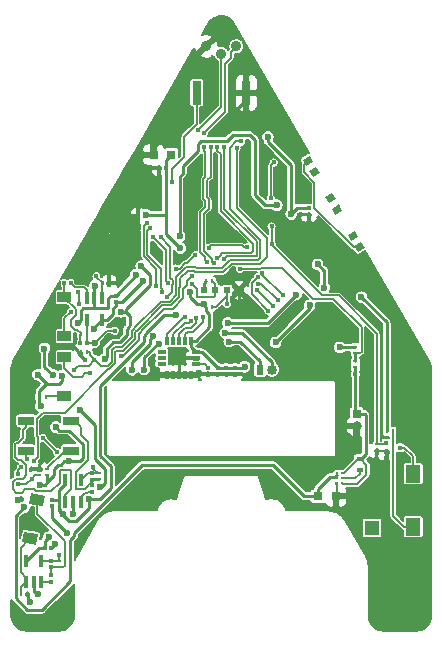
<source format=gtl>
G04 #@! TF.FileFunction,Copper,L1,Top,Signal*
%FSLAX46Y46*%
G04 Gerber Fmt 4.6, Leading zero omitted, Abs format (unit mm)*
G04 Created by KiCad (PCBNEW 4.0.7) date Thu Oct 19 14:43:40 2017*
%MOMM*%
%LPD*%
G01*
G04 APERTURE LIST*
%ADD10C,0.100000*%
%ADD11R,1.350000X0.750000*%
%ADD12R,0.300000X0.350000*%
%ADD13R,0.450000X0.400000*%
%ADD14R,0.430000X0.280000*%
%ADD15R,0.400000X0.450000*%
%ADD16R,0.600000X0.850000*%
%ADD17O,0.850000X0.850000*%
%ADD18R,0.300000X0.800000*%
%ADD19R,0.800000X0.300000*%
%ADD20R,0.350000X0.300000*%
%ADD21R,0.800000X0.750000*%
%ADD22C,0.500000*%
%ADD23C,0.203200*%
%ADD24R,0.750000X0.750000*%
%ADD25O,0.800000X0.800000*%
%ADD26C,0.900000*%
%ADD27R,0.600000X0.400000*%
%ADD28R,1.300000X1.500000*%
%ADD29R,1.300000X1.300000*%
%ADD30R,0.280000X0.430000*%
%ADD31R,0.800000X2.000000*%
%ADD32C,0.600000*%
%ADD33R,0.380000X1.090000*%
%ADD34R,0.600000X0.600000*%
%ADD35R,1.200000X0.900000*%
%ADD36C,0.400000*%
%ADD37C,0.254000*%
%ADD38C,0.152400*%
G04 APERTURE END LIST*
D10*
D11*
X189840600Y-158047800D03*
X193640600Y-158047800D03*
D12*
X201672600Y-134121000D03*
X201112600Y-134121000D03*
D13*
X190343600Y-160435400D03*
X190343600Y-159635400D03*
X189193600Y-160035400D03*
D14*
X191639000Y-160136600D03*
X191639000Y-159616600D03*
D15*
X195624400Y-150351800D03*
X194824400Y-150351800D03*
X195224400Y-151501800D03*
D16*
X209651600Y-151180800D03*
D17*
X210651600Y-151180800D03*
D18*
X203793600Y-148765600D03*
X203293600Y-148765600D03*
X202793600Y-148765600D03*
X202293600Y-148765600D03*
X201793600Y-148765600D03*
D19*
X201343600Y-149715600D03*
X201343600Y-150215600D03*
X201343600Y-150715600D03*
D18*
X201793600Y-151665600D03*
X202293600Y-151665600D03*
X202793600Y-151665600D03*
X203293600Y-151665600D03*
X203793600Y-151665600D03*
D19*
X204243600Y-150715600D03*
X204243600Y-150215600D03*
X204243600Y-149715600D03*
D12*
X199894600Y-138185000D03*
X199334600Y-138185000D03*
D20*
X191994600Y-169148200D03*
X191994600Y-168588200D03*
X191994600Y-167369000D03*
X191994600Y-167929000D03*
D12*
X191409800Y-166277400D03*
X191969800Y-166277400D03*
D20*
X213787800Y-138058600D03*
X213787800Y-137498600D03*
D21*
X202142600Y-133003400D03*
X200642600Y-133003400D03*
X216061800Y-161908600D03*
X214561800Y-161908600D03*
D12*
X193624800Y-143865600D03*
X193064800Y-143865600D03*
X194996400Y-148945600D03*
X194436400Y-148945600D03*
D20*
X192045400Y-162187400D03*
X192045400Y-162747400D03*
X195449000Y-161528200D03*
X195449000Y-160968200D03*
X195449000Y-159952200D03*
X195449000Y-160512200D03*
X197430200Y-145475400D03*
X197430200Y-144915400D03*
X206066200Y-151571400D03*
X206066200Y-151011400D03*
X206777400Y-151011400D03*
X206777400Y-151571400D03*
X207539400Y-151011400D03*
X207539400Y-151571400D03*
X205253400Y-151571400D03*
X205253400Y-151011400D03*
D10*
G36*
X218533109Y-140896122D02*
X217926891Y-141246122D01*
X217626891Y-140726506D01*
X218233109Y-140376506D01*
X218533109Y-140896122D01*
X218533109Y-140896122D01*
G37*
G36*
X217983109Y-139943494D02*
X217376891Y-140293494D01*
X217076891Y-139773878D01*
X217683109Y-139423878D01*
X217983109Y-139943494D01*
X217983109Y-139943494D01*
G37*
G36*
X214723109Y-134546122D02*
X214116891Y-134896122D01*
X213816891Y-134376506D01*
X214423109Y-134026506D01*
X214723109Y-134546122D01*
X214723109Y-134546122D01*
G37*
G36*
X214173109Y-133593494D02*
X213566891Y-133943494D01*
X213266891Y-133423878D01*
X213873109Y-133073878D01*
X214173109Y-133593494D01*
X214173109Y-133593494D01*
G37*
G36*
X216628109Y-137721122D02*
X216021891Y-138071122D01*
X215721891Y-137551506D01*
X216328109Y-137201506D01*
X216628109Y-137721122D01*
X216628109Y-137721122D01*
G37*
G36*
X216078109Y-136768494D02*
X215471891Y-137118494D01*
X215171891Y-136598878D01*
X215778109Y-136248878D01*
X216078109Y-136768494D01*
X216078109Y-136768494D01*
G37*
D11*
X193640600Y-155507800D03*
X189840600Y-155507800D03*
D22*
X198972400Y-139954000D03*
X198272400Y-139954000D03*
X197572400Y-139954000D03*
D23*
X216560400Y-160782000D03*
X216154000Y-160782000D03*
X216560400Y-160375600D03*
X216154000Y-160375600D03*
X216560400Y-159969200D03*
X216154000Y-159969200D03*
D24*
X217830400Y-154940000D03*
D25*
X217830400Y-155940000D03*
D26*
X205105000Y-123825000D03*
X207645000Y-123825000D03*
X206375000Y-124460000D03*
D27*
X218084400Y-158757200D03*
X218084400Y-159657200D03*
D28*
X222630800Y-164505200D03*
X222630800Y-160005200D03*
D29*
X219130800Y-164605200D03*
D13*
X220354200Y-157384800D03*
X220354200Y-158184800D03*
X221504200Y-157784800D03*
D30*
X189968600Y-170189000D03*
X189448600Y-170189000D03*
D14*
X192629600Y-167909000D03*
X192629600Y-167389000D03*
D30*
X205073600Y-145881200D03*
X205593600Y-145881200D03*
X205095000Y-143671400D03*
X205615000Y-143671400D03*
D14*
X219557600Y-157524800D03*
X219557600Y-158044800D03*
D30*
X220385800Y-156371400D03*
X220905800Y-156371400D03*
X194997800Y-149665800D03*
X194477800Y-149665800D03*
X190972600Y-153475800D03*
X191492600Y-153475800D03*
X196877400Y-143874600D03*
X196357400Y-143874600D03*
X194456400Y-148183600D03*
X194976400Y-148183600D03*
D14*
X190978600Y-160136600D03*
X190978600Y-159616600D03*
X189403800Y-162143200D03*
X189403800Y-161623200D03*
X196007800Y-160492200D03*
X196007800Y-159972200D03*
X217728800Y-150983600D03*
X217728800Y-150463600D03*
X217728800Y-149815200D03*
X217728800Y-149295200D03*
D31*
X204300400Y-127762000D03*
X208500400Y-127762000D03*
D32*
X195652200Y-148929200D03*
D33*
X190500000Y-169185000D03*
X189850000Y-169185000D03*
X191150000Y-169185000D03*
X189850000Y-167365000D03*
X191150000Y-167365000D03*
X195630800Y-145140000D03*
X196280800Y-145140000D03*
X194980800Y-145140000D03*
X196280800Y-146960000D03*
X194980800Y-146960000D03*
X193823400Y-162361400D03*
X193173400Y-162361400D03*
X194473400Y-162361400D03*
X193173400Y-160541400D03*
X194473400Y-160541400D03*
D34*
X206875000Y-144475200D03*
X204875000Y-144475200D03*
D32*
X207875000Y-144475200D03*
D34*
X205875000Y-144475200D03*
D10*
G36*
X190273776Y-161657715D02*
X191455545Y-161866092D01*
X191299262Y-162752419D01*
X190117493Y-162544042D01*
X190273776Y-161657715D01*
X190273776Y-161657715D01*
G37*
G36*
X189700738Y-164907581D02*
X190882507Y-165115958D01*
X190726224Y-166002285D01*
X189544455Y-165793908D01*
X189700738Y-164907581D01*
X189700738Y-164907581D01*
G37*
D35*
X193090800Y-145035000D03*
X193090800Y-148335000D03*
X193090800Y-150140400D03*
X193090800Y-153440400D03*
D32*
X204950388Y-145634055D03*
X203716188Y-144620948D03*
X202902484Y-140904327D03*
X212295520Y-138030554D03*
X210321447Y-131489657D03*
X213856144Y-145739021D03*
X208347546Y-150941190D03*
X202142600Y-133003400D03*
X199987808Y-138063776D03*
X218243210Y-145052695D03*
X210967540Y-148882916D03*
X204875000Y-144475200D03*
D36*
X209446426Y-143377139D03*
X210358800Y-146211400D03*
X209390337Y-144462176D03*
X210714400Y-145779600D03*
X209518478Y-143924832D03*
X211164680Y-145327110D03*
X209863031Y-143014374D03*
X211575032Y-144899657D03*
D32*
X196006952Y-149649824D03*
X202954417Y-141710419D03*
X205888200Y-149224000D03*
X201367000Y-130707400D03*
X211146000Y-135990600D03*
X213305000Y-136422400D03*
X204443750Y-137168750D03*
X205734382Y-135588407D03*
X205731250Y-138456250D03*
X204443750Y-134593750D03*
X206555274Y-130927074D03*
X213992010Y-139616326D03*
X215205210Y-140801200D03*
X212295226Y-132819574D03*
X210824817Y-130252687D03*
X193035800Y-170941000D03*
X191715000Y-172312600D03*
X189733800Y-164184600D03*
X216429400Y-144052400D03*
X221280800Y-149361000D03*
X221509400Y-150224600D03*
X221941200Y-151240600D03*
X222169800Y-152307400D03*
X222195200Y-153298000D03*
X223236600Y-153272600D03*
X223211200Y-152358200D03*
X223008000Y-151240600D03*
X222703200Y-150224600D03*
X222195200Y-149361000D03*
X221738000Y-148599000D03*
X218893200Y-152332800D03*
X218867800Y-151697800D03*
X218867800Y-150885000D03*
X218867800Y-150097600D03*
X218867800Y-149386400D03*
X212492400Y-159419400D03*
X213406800Y-160435400D03*
X213965600Y-159368600D03*
X215210200Y-159444800D03*
X217470800Y-157870000D03*
X219528200Y-159241600D03*
X219579000Y-160232200D03*
X219045600Y-161070400D03*
X218258200Y-161603800D03*
X217369200Y-161908600D03*
X208504600Y-137321400D03*
X214600600Y-146846400D03*
X198032385Y-147184938D03*
X198903400Y-134197200D03*
X198166800Y-135314800D03*
X197506400Y-136407000D03*
X196820600Y-137423000D03*
X196338000Y-138540600D03*
X196185600Y-141537800D03*
X196185600Y-140775800D03*
X196185600Y-139251800D03*
X196187600Y-140013800D03*
X212289200Y-131885800D03*
X211552600Y-131073000D03*
X190165800Y-157169598D03*
X188895800Y-156854000D03*
X189835600Y-154466400D03*
X191323611Y-155685608D03*
X192851941Y-157182603D03*
X194636200Y-141766400D03*
X194583601Y-143208706D03*
X217305000Y-143569800D03*
X216226200Y-147303600D03*
X213737000Y-150148400D03*
X204466000Y-151469200D03*
X202637200Y-131936600D03*
X201087800Y-141537800D03*
X189132853Y-162263282D03*
X191743468Y-158294944D03*
X190216600Y-170849400D03*
X191987588Y-148732185D03*
X207875000Y-144475200D03*
D36*
X201822294Y-143832461D03*
X204812289Y-146718790D03*
X200558511Y-139962819D03*
X200875879Y-144088499D03*
X204258200Y-146835853D03*
X200067741Y-138762547D03*
X201391741Y-144619711D03*
X203778151Y-147109166D03*
X200367845Y-139226331D03*
X201805219Y-145000775D03*
X203332821Y-146773343D03*
X201236583Y-139990902D03*
X204188339Y-141480807D03*
X202523600Y-142630000D03*
X197877349Y-150026463D03*
X203881600Y-143229600D03*
X192629400Y-166877000D03*
D32*
X199720733Y-143711458D03*
X202557348Y-146548072D03*
X193014890Y-163409612D03*
X191758629Y-165375140D03*
X212721000Y-144839800D03*
X206929800Y-147227400D03*
X195635392Y-147768931D03*
X195204295Y-162176560D03*
X199152776Y-143143502D03*
X211069800Y-137275000D03*
X214524200Y-142289800D03*
X202840200Y-139903202D03*
X193282983Y-164996554D03*
X192093259Y-151620482D03*
X196128923Y-161135412D03*
X194425153Y-154641664D03*
X192329825Y-165939839D03*
X191405772Y-149404788D03*
X190849464Y-170220916D03*
X216404000Y-149310200D03*
X215083200Y-144255600D03*
X194247240Y-147240698D03*
X195650485Y-144110603D03*
X193821350Y-163405703D03*
X196499140Y-150284567D03*
X193516275Y-158931625D03*
X190987610Y-160917894D03*
X192893547Y-151688958D03*
X197865662Y-146299248D03*
X199596780Y-142429279D03*
X191073178Y-154258406D03*
X192362971Y-156053052D03*
X189669236Y-162861147D03*
X190851600Y-151621600D03*
D36*
X217728800Y-151596200D03*
X197349057Y-147899206D03*
X195534745Y-159398994D03*
X217530000Y-139858686D03*
X216175000Y-137636314D03*
X218080000Y-140811314D03*
X213720000Y-133508686D03*
X215625000Y-136683686D03*
X214270000Y-134461314D03*
X194263856Y-144647995D03*
X195804600Y-143290400D03*
X194331400Y-145601800D03*
X193625574Y-146313000D03*
X189945994Y-158775204D03*
X189406911Y-159476598D03*
X192439586Y-158151370D03*
X191275412Y-156973616D03*
D32*
X199838725Y-151185162D03*
X201140398Y-148982700D03*
X207045957Y-148816220D03*
X198817917Y-151197315D03*
X200617038Y-148373402D03*
X206704907Y-148089011D03*
D36*
X206028792Y-141728993D03*
X206039877Y-132368144D03*
X206570740Y-141835999D03*
X206592630Y-132368144D03*
X205717400Y-142185275D03*
X205482848Y-132368144D03*
X206853600Y-145627200D03*
X203868376Y-143934402D03*
X205172938Y-142091894D03*
X204926496Y-132368135D03*
X204897800Y-131174600D03*
X204438166Y-130868177D03*
X210561800Y-136701800D03*
X210815800Y-133653800D03*
X208072600Y-131875800D03*
X193874200Y-151240600D03*
X210628428Y-139069737D03*
X210663400Y-140562600D03*
X210663400Y-140562600D03*
X208580600Y-140816600D03*
X205329400Y-140867400D03*
X207666200Y-132434600D03*
X189175471Y-160892602D03*
X190479406Y-158918815D03*
X207935116Y-142648019D03*
X202202810Y-135282449D03*
D37*
X204950388Y-145757988D02*
X204950388Y-145634055D01*
X204526124Y-145634055D02*
X204950388Y-145634055D01*
X204305031Y-145634055D02*
X204526124Y-145634055D01*
X205073600Y-145881200D02*
X204950388Y-145757988D01*
X203716188Y-144620948D02*
X203716188Y-145045212D01*
X203716188Y-145045212D02*
X204305031Y-145634055D01*
X203793600Y-148765600D02*
X204197600Y-148765600D01*
X205073600Y-146195401D02*
X205073600Y-145881200D01*
X205342491Y-146464292D02*
X205073600Y-146195401D01*
X204197600Y-148765600D02*
X205342491Y-147620709D01*
X205342491Y-147620709D02*
X205342491Y-146464292D01*
X201672600Y-138073400D02*
X201672600Y-139674443D01*
X201672600Y-139674443D02*
X202602485Y-140604328D01*
X202602485Y-140604328D02*
X202902484Y-140904327D01*
X201672600Y-134121000D02*
X201672600Y-138073400D01*
X199987808Y-138063776D02*
X201662976Y-138063776D01*
X201662976Y-138063776D02*
X201672600Y-138073400D01*
X199894600Y-138176339D02*
X199894600Y-138185000D01*
X210321447Y-131913921D02*
X212295520Y-133887994D01*
X212295520Y-133887994D02*
X212295520Y-138030554D01*
X210321447Y-131489657D02*
X210321447Y-131913921D01*
X212827474Y-137498600D02*
X212295520Y-138030554D01*
X213787800Y-137498600D02*
X212827474Y-137498600D01*
X210967540Y-148882916D02*
X213856144Y-145994312D01*
X213856144Y-145994312D02*
X213856144Y-145739021D01*
X205095000Y-143671400D02*
X204875000Y-143891400D01*
X204875000Y-143891400D02*
X204875000Y-144475200D01*
X207539400Y-151011400D02*
X208277336Y-151011400D01*
X208277336Y-151011400D02*
X208347546Y-150941190D01*
X199894600Y-138185000D02*
X199987808Y-138091792D01*
X199987808Y-138091792D02*
X199987808Y-138063776D01*
X220385800Y-156371400D02*
X220385800Y-147195285D01*
X220385800Y-147195285D02*
X218243210Y-145052695D01*
X203793600Y-148765600D02*
X203793600Y-149265600D01*
X203793600Y-149265600D02*
X204243600Y-149715600D01*
X204243600Y-149715600D02*
X204770400Y-149715600D01*
X204770400Y-149715600D02*
X206066200Y-151011400D01*
X206777400Y-151011400D02*
X206066200Y-151011400D01*
X207539400Y-151011400D02*
X206777400Y-151011400D01*
X201672600Y-134121000D02*
X201672600Y-133473400D01*
X201672600Y-133473400D02*
X202142600Y-133003400D01*
D38*
X208960664Y-144813264D02*
X208960664Y-143862901D01*
X210358800Y-146211400D02*
X208960664Y-144813264D01*
X208960664Y-143862901D02*
X209446426Y-143377139D01*
X210714400Y-145779600D02*
X209396976Y-144462176D01*
X209396976Y-144462176D02*
X209390337Y-144462176D01*
X211164680Y-145327110D02*
X209762402Y-143924832D01*
X209762402Y-143924832D02*
X209518478Y-143924832D01*
X211575032Y-144899657D02*
X209863031Y-143187656D01*
X209863031Y-143187656D02*
X209863031Y-143014374D01*
D37*
X197594230Y-148429419D02*
X197017175Y-148429419D01*
X198032385Y-147184938D02*
X197912764Y-147304559D01*
X197017175Y-148429419D02*
X196233170Y-149213424D01*
X197912764Y-148110885D02*
X197594230Y-148429419D01*
X196233170Y-149423606D02*
X196006952Y-149649824D01*
X197912764Y-147304559D02*
X197912764Y-148110885D01*
X196233170Y-149213424D02*
X196233170Y-149423606D01*
X203957800Y-140950605D02*
X203197986Y-141710419D01*
X203197986Y-141710419D02*
X202954417Y-141710419D01*
X203957800Y-135977450D02*
X203957800Y-140950605D01*
X204443750Y-134593750D02*
X204443750Y-135491500D01*
X204443750Y-135491500D02*
X203957800Y-135977450D01*
X205888200Y-146912600D02*
X205888200Y-149224000D01*
X206396200Y-146404600D02*
X205888200Y-146912600D01*
X207132800Y-146404600D02*
X206396200Y-146404600D01*
X207875000Y-145662400D02*
X207132800Y-146404600D01*
X207875000Y-144475200D02*
X207875000Y-145662400D01*
X202637200Y-131936600D02*
X202596200Y-131936600D01*
X202596200Y-131936600D02*
X201367000Y-130707400D01*
X205734382Y-138453118D02*
X205734382Y-135588407D01*
X205731250Y-138456250D02*
X205734382Y-138453118D01*
X204443750Y-134593750D02*
X204443750Y-137168750D01*
X208500400Y-127762000D02*
X208500400Y-128362000D01*
X208500400Y-128362000D02*
X206555274Y-130307126D01*
X206555274Y-130307126D02*
X206555274Y-130927074D01*
X213787800Y-138058600D02*
X213787800Y-139412116D01*
X213787800Y-139412116D02*
X213992010Y-139616326D01*
X214905211Y-140501201D02*
X215205210Y-140801200D01*
X214595799Y-140501201D02*
X214905211Y-140501201D01*
X214575200Y-140521800D02*
X214595799Y-140501201D01*
X212289200Y-132813548D02*
X212295226Y-132819574D01*
X212289200Y-131885800D02*
X212289200Y-132813548D01*
X210824817Y-130345217D02*
X210824817Y-130252687D01*
X211476400Y-131344864D02*
X211476400Y-130904270D01*
X211476400Y-130904270D02*
X210824817Y-130252687D01*
X211552600Y-131073000D02*
X210824817Y-130345217D01*
X193035800Y-170991800D02*
X193035800Y-170941000D01*
X191715000Y-172312600D02*
X193035800Y-170991800D01*
X221941200Y-151240600D02*
X221941200Y-150656400D01*
X221941200Y-150656400D02*
X221509400Y-150224600D01*
X222195200Y-153298000D02*
X222195200Y-152332800D01*
X222195200Y-152332800D02*
X222169800Y-152307400D01*
X223211200Y-152358200D02*
X223211200Y-153247200D01*
X223211200Y-153247200D02*
X223236600Y-153272600D01*
X222703200Y-150224600D02*
X222703200Y-150935800D01*
X222703200Y-150935800D02*
X223008000Y-151240600D01*
X221738000Y-148599000D02*
X221738000Y-148903800D01*
X221738000Y-148903800D02*
X222195200Y-149361000D01*
X218867800Y-150885000D02*
X218867800Y-151697800D01*
X218867800Y-149386400D02*
X218867800Y-150097600D01*
X213965600Y-159368600D02*
X213965600Y-159876600D01*
X213965600Y-159876600D02*
X213406800Y-160435400D01*
X217470800Y-157870000D02*
X215896000Y-159444800D01*
X215896000Y-159444800D02*
X215210200Y-159444800D01*
X219579000Y-160232200D02*
X219579000Y-159292400D01*
X219579000Y-159292400D02*
X219528200Y-159241600D01*
X218258200Y-161603800D02*
X218512200Y-161603800D01*
X218512200Y-161603800D02*
X219045600Y-161070400D01*
X216061800Y-161908600D02*
X217369200Y-161908600D01*
X216226200Y-147303600D02*
X215057800Y-147303600D01*
X215057800Y-147303600D02*
X214600600Y-146846400D01*
X194229800Y-149767400D02*
X194249929Y-149790670D01*
X194249929Y-149790670D02*
X194814200Y-150351800D01*
X194374799Y-149665800D02*
X194249929Y-149790670D01*
X194477800Y-149665800D02*
X194374799Y-149665800D01*
X198972400Y-140307553D02*
X198681953Y-140598000D01*
X198681953Y-140598000D02*
X197742153Y-141537800D01*
X199386000Y-140445600D02*
X199233600Y-140598000D01*
X199233600Y-140598000D02*
X198681953Y-140598000D01*
X199386000Y-139455000D02*
X199386000Y-140445600D01*
X199157400Y-139226400D02*
X199386000Y-139455000D01*
X199157400Y-138616800D02*
X199157400Y-139226400D01*
X198928800Y-138388200D02*
X199157400Y-138616800D01*
X198928800Y-138186800D02*
X198928800Y-138388200D01*
X198930600Y-138185000D02*
X198928800Y-138186800D01*
X198972400Y-140307553D02*
X199212047Y-140547200D01*
X199212047Y-140547200D02*
X199212047Y-139027047D01*
X198776400Y-138339200D02*
X198930600Y-138185000D01*
X199212047Y-139027047D02*
X198776400Y-138591400D01*
X198776400Y-138591400D02*
X198776400Y-138339200D01*
X198930600Y-138185000D02*
X199334600Y-138185000D01*
X198722401Y-139704001D02*
X198722401Y-139556600D01*
X198272400Y-139954000D02*
X198325001Y-139954000D01*
X198722401Y-139556600D02*
X198722401Y-139432799D01*
X198325001Y-139954000D02*
X198722401Y-139556600D01*
X198547800Y-139429600D02*
X198725600Y-139429600D01*
X198725600Y-139429600D02*
X198972400Y-139429600D01*
X198972400Y-139954000D02*
X198722401Y-139704001D01*
X198722401Y-139432799D02*
X198725600Y-139429600D01*
X198272400Y-139954000D02*
X198272400Y-139903201D01*
X198272400Y-139903201D02*
X198471600Y-139704001D01*
X198972400Y-139954000D02*
X198972400Y-139429600D01*
X198972400Y-139429600D02*
X198972400Y-139251800D01*
X198272400Y-139705000D02*
X198547800Y-139429600D01*
X198272400Y-139954000D02*
X198272400Y-139705000D01*
X198972400Y-139251800D02*
X198972400Y-138547200D01*
X198272400Y-139451000D02*
X198471600Y-139251800D01*
X198471600Y-139251800D02*
X198972400Y-139251800D01*
X198272400Y-139954000D02*
X198272400Y-139451000D01*
X198172600Y-139150200D02*
X198014400Y-139150200D01*
X198014400Y-139150200D02*
X197862000Y-139150200D01*
X198272400Y-139509800D02*
X198014400Y-139251800D01*
X198014400Y-139251800D02*
X198014400Y-139150200D01*
X198272400Y-139954000D02*
X198272400Y-139509800D01*
X197862000Y-139150200D02*
X197658800Y-139150200D01*
X198272400Y-139789200D02*
X197862000Y-139378800D01*
X197862000Y-139378800D02*
X197862000Y-139150200D01*
X198272400Y-139954000D02*
X198272400Y-139789200D01*
X197658800Y-139150200D02*
X197481000Y-139150200D01*
X198157800Y-139954000D02*
X197658800Y-139455000D01*
X197658800Y-139455000D02*
X197658800Y-139150200D01*
X198272400Y-139954000D02*
X198157800Y-139954000D01*
X197481000Y-139150200D02*
X196947600Y-139150200D01*
X198272400Y-139954000D02*
X197722400Y-139954000D01*
X197722400Y-139954000D02*
X197481000Y-139712600D01*
X197481000Y-139712600D02*
X197481000Y-139150200D01*
X197572400Y-139954000D02*
X197822399Y-140203999D01*
X198213447Y-140449753D02*
X197760400Y-140449753D01*
X197760400Y-140449753D02*
X197430200Y-140449753D01*
X197572400Y-140307553D02*
X197714600Y-140449753D01*
X197572400Y-139954000D02*
X197572400Y-140307553D01*
X197714600Y-140449753D02*
X197760400Y-140449753D01*
X196846000Y-139836000D02*
X196769800Y-139836000D01*
X196769800Y-139836000D02*
X196185600Y-139251800D01*
X196977999Y-139704001D02*
X196846000Y-139836000D01*
X197572400Y-139954000D02*
X197322401Y-139704001D01*
X197322401Y-139704001D02*
X196977999Y-139704001D01*
X197572400Y-139954000D02*
X196956600Y-139954000D01*
X196956600Y-139954000D02*
X196596801Y-140313799D01*
X196596801Y-140313799D02*
X196487599Y-140313799D01*
X196487599Y-140313799D02*
X196187600Y-140013800D01*
X196973000Y-140420200D02*
X196541200Y-140420200D01*
X196541200Y-140420200D02*
X196185600Y-140775800D01*
X196973000Y-140090000D02*
X196973000Y-140420200D01*
X197109000Y-139954000D02*
X196973000Y-140090000D01*
X197572400Y-139954000D02*
X197109000Y-139954000D01*
X198272400Y-140654000D02*
X196827800Y-140654000D01*
X196827800Y-140654000D02*
X196187600Y-140013800D01*
X198972400Y-139954000D02*
X198272400Y-140654000D01*
X198272400Y-140654000D02*
X198272400Y-140471000D01*
X198272400Y-140390800D02*
X198213447Y-140449753D01*
X198272400Y-139954000D02*
X198272400Y-140390800D01*
X197557200Y-140775800D02*
X197430200Y-140775800D01*
X197430200Y-140775800D02*
X196185600Y-140775800D01*
X197572400Y-140307553D02*
X197430200Y-140449753D01*
X197430200Y-140449753D02*
X197430200Y-140775800D01*
X198272400Y-139954000D02*
X198272400Y-140060600D01*
X198272400Y-140060600D02*
X197557200Y-140775800D01*
X198972400Y-139954000D02*
X198972400Y-140307553D01*
X197742153Y-141537800D02*
X196185600Y-141537800D01*
X198722401Y-139704001D02*
X198471600Y-139704001D01*
X198471600Y-139704001D02*
X198394401Y-139704001D01*
X197822399Y-139704001D02*
X198471600Y-139704001D01*
X197572400Y-139954000D02*
X197822399Y-139704001D01*
X198394401Y-139704001D02*
X198272400Y-139582000D01*
X198272400Y-139954000D02*
X198272400Y-139582000D01*
X198272400Y-139582000D02*
X198272400Y-139250000D01*
X197572400Y-139954000D02*
X197944400Y-139582000D01*
X197944400Y-139582000D02*
X198272400Y-139582000D01*
X197822399Y-140203999D02*
X198005399Y-140203999D01*
X198005399Y-140203999D02*
X198272400Y-140471000D01*
X198272400Y-139954000D02*
X198272400Y-140471000D01*
X198972400Y-139954000D02*
X198722401Y-140203999D01*
X198722401Y-140203999D02*
X198539401Y-140203999D01*
X198539401Y-140203999D02*
X198272400Y-140471000D01*
X196998400Y-139074000D02*
X196871400Y-139074000D01*
X196871400Y-139074000D02*
X196338000Y-138540600D01*
X197878400Y-139954000D02*
X196998400Y-139074000D01*
X198272400Y-139954000D02*
X197878400Y-139954000D01*
X196947600Y-139150200D02*
X196338000Y-138540600D01*
X198272400Y-139250000D02*
X198172600Y-139150200D01*
X198272400Y-139954000D02*
X198183200Y-139954000D01*
X198166800Y-135314800D02*
X198166800Y-134933800D01*
X198166800Y-134933800D02*
X198903400Y-134197200D01*
X196820600Y-137423000D02*
X196820600Y-137092800D01*
X196820600Y-137092800D02*
X197506400Y-136407000D01*
X196185600Y-139251800D02*
X196185600Y-140775800D01*
X194477800Y-149665800D02*
X194331400Y-149665800D01*
X194331400Y-149665800D02*
X194229800Y-149767400D01*
X194229800Y-149767400D02*
X194376200Y-149767400D01*
X194376200Y-149767400D02*
X194477800Y-149665800D01*
X188835399Y-154868639D02*
X188835399Y-156793599D01*
X188835399Y-156793599D02*
X188895800Y-156854000D01*
X189835600Y-154466400D02*
X189237638Y-154466400D01*
X189237638Y-154466400D02*
X188835399Y-154868639D01*
X191743468Y-158294944D02*
X191443469Y-158594943D01*
X191443469Y-158594943D02*
X191443469Y-158757731D01*
X191443469Y-158757731D02*
X190978600Y-159222600D01*
X190978600Y-159222600D02*
X190978600Y-159616600D01*
X190978600Y-159616600D02*
X190959800Y-159635400D01*
X190959800Y-159635400D02*
X190343600Y-159635400D01*
X191207200Y-155962126D02*
X191207200Y-155802019D01*
X191207200Y-155802019D02*
X191323611Y-155685608D01*
X192851941Y-157182603D02*
X192427677Y-157182603D01*
X192427677Y-157182603D02*
X191207200Y-155962126D01*
X194583601Y-143208706D02*
X194583601Y-141818999D01*
X194583601Y-141818999D02*
X194636200Y-141766400D01*
X194229800Y-149767400D02*
X194467600Y-150005200D01*
X194467600Y-150005200D02*
X194477800Y-150005200D01*
X194477800Y-150005200D02*
X194824400Y-150351800D01*
X194814200Y-150351800D02*
X194824400Y-150351800D01*
X194229800Y-149635038D02*
X194229800Y-149767400D01*
X197572400Y-139954000D02*
X198972400Y-139954000D01*
X198972400Y-138547200D02*
X199334600Y-138185000D01*
X190343600Y-159635400D02*
X190362400Y-159616600D01*
X190362400Y-159616600D02*
X190978600Y-159616600D01*
X198972400Y-139954000D02*
X198972400Y-138547200D01*
X198972400Y-138547200D02*
X199334600Y-138185000D01*
X198272400Y-139954000D02*
X198972400Y-139954000D01*
X198272400Y-139954000D02*
X197572400Y-139954000D01*
X196541200Y-142630000D02*
X196877400Y-142966200D01*
X196877400Y-142966200D02*
X196877400Y-143874600D01*
X195586571Y-142630000D02*
X196541200Y-142630000D01*
X194583601Y-143208706D02*
X195007865Y-143208706D01*
X195007865Y-143208706D02*
X195586571Y-142630000D01*
X211857400Y-151336002D02*
X212549398Y-151336002D01*
X212549398Y-151336002D02*
X213737000Y-150148400D01*
X211257401Y-151936001D02*
X211857400Y-151336002D01*
X208632200Y-151571400D02*
X208996801Y-151936001D01*
X208996801Y-151936001D02*
X211257401Y-151936001D01*
X207539400Y-151571400D02*
X208632200Y-151571400D01*
X213737000Y-150148400D02*
X216226200Y-147659200D01*
X216226200Y-147659200D02*
X216226200Y-147303600D01*
X213737000Y-150148400D02*
X213864000Y-150021400D01*
X213864000Y-150021400D02*
X214067200Y-150021400D01*
X204466000Y-151469200D02*
X204568200Y-151571400D01*
X204568200Y-151571400D02*
X205253400Y-151571400D01*
X202755200Y-150215600D02*
X202793600Y-150254000D01*
X202793600Y-150254000D02*
X202793600Y-151665600D01*
X204243600Y-150215600D02*
X202755200Y-150215600D01*
X200642600Y-132374400D02*
X201080400Y-131936600D01*
X200642600Y-133003400D02*
X200642600Y-132374400D01*
X201080400Y-131936600D02*
X202637200Y-131936600D01*
X189132853Y-162263282D02*
X189283718Y-162263282D01*
X189283718Y-162263282D02*
X189403800Y-162143200D01*
X189968600Y-170189000D02*
X189968600Y-170601400D01*
X189968600Y-170601400D02*
X190216600Y-170849400D01*
X192226639Y-149115201D02*
X192160599Y-149049161D01*
X192160599Y-148732185D02*
X191987588Y-148732185D01*
X194229800Y-149635038D02*
X193709963Y-149115201D01*
X193709963Y-149115201D02*
X192226639Y-149115201D01*
X192160599Y-149049161D02*
X192160599Y-148732185D01*
X194331400Y-149665800D02*
X194229800Y-149767400D01*
X194824400Y-150351800D02*
X194477800Y-150005200D01*
X194477800Y-150005200D02*
X194477800Y-149665800D01*
D38*
X216154000Y-160782000D02*
X216154000Y-161816400D01*
X216154000Y-161816400D02*
X216061800Y-161908600D01*
X200558511Y-139962819D02*
X201674717Y-141079025D01*
X201674717Y-143684884D02*
X201822294Y-143832461D01*
X201674717Y-141079025D02*
X201674717Y-143684884D01*
X204812289Y-147001632D02*
X204812289Y-146718790D01*
X204812289Y-147124283D02*
X204812289Y-147001632D01*
X203965964Y-147970608D02*
X204812289Y-147124283D01*
X203293600Y-148213200D02*
X203536192Y-147970608D01*
X203293600Y-148765600D02*
X203293600Y-148213200D01*
X203536192Y-147970608D02*
X203965964Y-147970608D01*
X200067741Y-138762547D02*
X199822847Y-139007441D01*
X199822847Y-141599373D02*
X200875879Y-142652405D01*
X200875879Y-142652405D02*
X200875879Y-143805657D01*
X200875879Y-143805657D02*
X200875879Y-144088499D01*
X199822847Y-139007441D02*
X199822847Y-141599373D01*
X203839708Y-147665797D02*
X204258200Y-147247305D01*
X204258200Y-147118695D02*
X204258200Y-146835853D01*
X204258200Y-147247305D02*
X204258200Y-147118695D01*
X203341003Y-147665797D02*
X203839708Y-147665797D01*
X202793600Y-148213200D02*
X203341003Y-147665797D01*
X202793600Y-148765600D02*
X202793600Y-148213200D01*
X201304481Y-144249609D02*
X201391741Y-144336869D01*
X201391741Y-144336869D02*
X201391741Y-144619711D01*
X201304481Y-142649940D02*
X201304481Y-144249609D01*
X200127658Y-139466518D02*
X200127658Y-141473117D01*
X200367845Y-139226331D02*
X200127658Y-139466518D01*
X200127658Y-141473117D02*
X201304481Y-142649940D01*
X202293600Y-148765600D02*
X202293600Y-148213200D01*
X202293600Y-148213200D02*
X203285908Y-147220892D01*
X203285908Y-147220892D02*
X203666425Y-147220892D01*
X203666425Y-147220892D02*
X203778151Y-147109166D01*
X203233457Y-146773343D02*
X203332821Y-146773343D01*
X201793600Y-148213200D02*
X203233457Y-146773343D01*
X201793600Y-148765600D02*
X201793600Y-148213200D01*
X202273074Y-143635994D02*
X202273074Y-143935556D01*
X202040969Y-140795288D02*
X202040969Y-143403889D01*
X202005218Y-144800776D02*
X201805219Y-145000775D01*
X202221840Y-144584154D02*
X202005218Y-144800776D01*
X202222353Y-144029793D02*
X202221840Y-144030306D01*
X202040969Y-143403889D02*
X202273074Y-143635994D01*
X201236583Y-139990902D02*
X202040969Y-140795288D01*
X202221840Y-144030306D02*
X202221840Y-144584154D01*
X202222353Y-143986277D02*
X202222353Y-144029793D01*
X202273074Y-143935556D02*
X202222353Y-143986277D01*
X204243600Y-150715600D02*
X204957600Y-150715600D01*
X204957600Y-150715600D02*
X205253400Y-151011400D01*
X203513964Y-142155182D02*
X203988340Y-141680806D01*
X202850951Y-142630000D02*
X203325769Y-142155182D01*
X203325769Y-142155182D02*
X203513964Y-142155182D01*
X202523600Y-142630000D02*
X202850951Y-142630000D01*
X203988340Y-141680806D02*
X204188339Y-141480807D01*
X191994600Y-169148200D02*
X191186800Y-169148200D01*
X191186800Y-169148200D02*
X191150000Y-169185000D01*
X193112180Y-165736314D02*
X193112180Y-167793820D01*
X193112180Y-167793820D02*
X192997000Y-167909000D01*
X192997000Y-167909000D02*
X192629600Y-167909000D01*
X190786519Y-163410653D02*
X193112180Y-165736314D01*
X190786519Y-162205067D02*
X190786519Y-163410653D01*
X191994600Y-167929000D02*
X192609600Y-167929000D01*
X192609600Y-167929000D02*
X192629600Y-167909000D01*
X191994600Y-168588200D02*
X191994600Y-167929000D01*
X192685800Y-167929000D02*
X192705800Y-167909000D01*
X202263460Y-146038998D02*
X201485243Y-146038998D01*
X199599272Y-147924969D02*
X199599272Y-147987637D01*
X203881600Y-143229600D02*
X203438074Y-143673126D01*
X203438074Y-144063757D02*
X203136273Y-144365558D01*
X198080660Y-150026463D02*
X197877349Y-150026463D01*
X199414218Y-148172691D02*
X199414218Y-148692905D01*
X199599272Y-147987637D02*
X199414218Y-148172691D01*
X203136273Y-144365558D02*
X203136273Y-145166185D01*
X199414218Y-148692905D02*
X198080660Y-150026463D01*
X201485243Y-146038998D02*
X199599272Y-147924969D01*
X203136273Y-145166185D02*
X202263460Y-146038998D01*
X203438074Y-143673126D02*
X203438074Y-144063757D01*
X192629600Y-167389000D02*
X192629600Y-166877200D01*
X192629600Y-166877200D02*
X192629400Y-166877000D01*
X191994600Y-167369000D02*
X192609600Y-167369000D01*
X192609600Y-167369000D02*
X192629600Y-167389000D01*
X192685800Y-167369000D02*
X192705800Y-167389000D01*
X191150000Y-167365000D02*
X191990600Y-167365000D01*
X191990600Y-167365000D02*
X191994600Y-167369000D01*
D37*
X202133084Y-146548072D02*
X202557348Y-146548072D01*
X195204295Y-162176560D02*
X196095736Y-162176560D01*
X196109400Y-158477845D02*
X196109400Y-155761800D01*
X199854855Y-148317380D02*
X200005683Y-148166552D01*
X196109400Y-155761800D02*
X196109398Y-155761798D01*
X196095736Y-162176560D02*
X197023800Y-161248496D01*
X197023800Y-161248496D02*
X197023800Y-159392245D01*
X197023800Y-159392245D02*
X196109400Y-158477845D01*
X196109398Y-155761798D02*
X196109398Y-152572475D01*
X196109398Y-152572475D02*
X199854855Y-148827018D01*
X199854855Y-148827018D02*
X199854855Y-148317380D01*
X200005683Y-148166552D02*
X200005683Y-148093309D01*
X200005683Y-148093309D02*
X201550920Y-146548072D01*
X201550920Y-146548072D02*
X202133084Y-146548072D01*
X199420734Y-144011457D02*
X199720733Y-143711458D01*
X197430200Y-145475400D02*
X197956791Y-145475400D01*
X197956791Y-145475400D02*
X199420734Y-144011457D01*
X192714891Y-163109613D02*
X193014890Y-163409612D01*
X192713836Y-163109613D02*
X192714891Y-163109613D01*
X192653199Y-163170250D02*
X192713836Y-163109613D01*
X197235460Y-146449340D02*
X196724800Y-146960000D01*
X197430200Y-145802010D02*
X197235460Y-145996750D01*
X196724800Y-146960000D02*
X196280800Y-146960000D01*
X197430200Y-145475400D02*
X197430200Y-145802010D01*
X197235460Y-145996750D02*
X197235460Y-146449340D01*
X191409800Y-166277400D02*
X191409800Y-165723969D01*
X191409800Y-165723969D02*
X191758629Y-165375140D01*
X206929800Y-147227400D02*
X210333400Y-147227400D01*
X210333400Y-147227400D02*
X212721000Y-144839800D01*
X192653199Y-161416601D02*
X192653199Y-162188000D01*
X192653199Y-162188000D02*
X192653199Y-163170250D01*
X192045400Y-162187400D02*
X192474400Y-162187400D01*
X192474400Y-162187400D02*
X192475000Y-162188000D01*
X192475000Y-162188000D02*
X192653199Y-162188000D01*
X195635392Y-147768931D02*
X195635392Y-147605408D01*
X195635392Y-147605408D02*
X196280800Y-146960000D01*
X192653199Y-163170250D02*
X193518853Y-164035904D01*
X195204295Y-162940367D02*
X195204295Y-162176560D01*
X193518853Y-164035904D02*
X194108758Y-164035904D01*
X194108758Y-164035904D02*
X195204295Y-162940367D01*
X192653199Y-161416601D02*
X193173400Y-160896400D01*
X193173400Y-160896400D02*
X193173400Y-160541400D01*
X189850000Y-167365000D02*
X190937600Y-166277400D01*
X190937600Y-166277400D02*
X191409800Y-166277400D01*
X199152776Y-143217824D02*
X199152776Y-143143502D01*
X197430200Y-144915400D02*
X197455200Y-144915400D01*
X197455200Y-144915400D02*
X199152776Y-143217824D01*
X211069800Y-137275000D02*
X210068200Y-137275000D01*
X202840200Y-134861696D02*
X202840200Y-139903202D01*
X203124399Y-134577497D02*
X202840200Y-134861696D01*
X209241000Y-136447800D02*
X209241000Y-131774200D01*
X207361400Y-131317000D02*
X206840466Y-131837934D01*
X208783800Y-131317000D02*
X207361400Y-131317000D01*
X209241000Y-131774200D02*
X208783800Y-131317000D01*
X206840466Y-131837934D02*
X204671999Y-131837934D01*
X204671999Y-131837934D02*
X204396295Y-132113638D01*
X203124399Y-133972503D02*
X203124399Y-134577497D01*
X204396295Y-132700607D02*
X203124399Y-133972503D01*
X204396295Y-132113638D02*
X204396295Y-132700607D01*
X210068200Y-137275000D02*
X209241000Y-136447800D01*
X214524200Y-142289800D02*
X214968516Y-142734116D01*
X214968516Y-142734116D02*
X215083200Y-142734116D01*
X215083200Y-142734116D02*
X215083200Y-144255600D01*
X192045400Y-163758971D02*
X193282983Y-164996554D01*
X192045400Y-162747400D02*
X192045400Y-163758971D01*
X191405772Y-150932995D02*
X192093259Y-151620482D01*
X191405772Y-149404788D02*
X191405772Y-150932995D01*
X196801001Y-145784616D02*
X196778249Y-145807368D01*
X197001200Y-144915400D02*
X196801001Y-145115599D01*
X197430200Y-144915400D02*
X197001200Y-144915400D01*
X196734961Y-146015201D02*
X195554599Y-146015201D01*
X196801001Y-145115599D02*
X196801001Y-145784616D01*
X196778249Y-145807368D02*
X196778249Y-145971913D01*
X196778249Y-145971913D02*
X196734961Y-146015201D01*
X195652189Y-158745182D02*
X196553001Y-159645994D01*
X196553001Y-159645994D02*
X196553001Y-160774052D01*
X194425153Y-154641664D02*
X195652189Y-155868700D01*
X196191641Y-161135412D02*
X196128923Y-161135412D01*
X195652189Y-155868700D02*
X195652189Y-158745182D01*
X196553001Y-160774052D02*
X196191641Y-161135412D01*
X191969800Y-166277400D02*
X191992264Y-166277400D01*
X192029826Y-166239838D02*
X192329825Y-165939839D01*
X191992264Y-166277400D02*
X192029826Y-166239838D01*
X190736916Y-170220916D02*
X190849464Y-170220916D01*
X190500000Y-169984000D02*
X190736916Y-170220916D01*
X190500000Y-169185000D02*
X190500000Y-169984000D01*
X216404000Y-149310200D02*
X217713800Y-149310200D01*
X217713800Y-149310200D02*
X217728800Y-149295200D01*
X194460599Y-147027339D02*
X194247240Y-147240698D01*
X194460599Y-146257299D02*
X194460599Y-147027339D01*
X195554599Y-146015201D02*
X194702697Y-146015201D01*
X194702697Y-146015201D02*
X194460599Y-146257299D01*
X195630800Y-145140000D02*
X195630800Y-144130288D01*
X195630800Y-144130288D02*
X195650485Y-144110603D01*
X195554599Y-146015201D02*
X195630800Y-145939000D01*
X195630800Y-145939000D02*
X195630800Y-145140000D01*
X193823400Y-162361400D02*
X193823400Y-163403653D01*
X193823400Y-163403653D02*
X193821350Y-163405703D01*
X196690381Y-150093326D02*
X196499140Y-150284567D01*
X196690386Y-149402800D02*
X196690381Y-150093326D01*
X197783610Y-148886631D02*
X197206557Y-148886631D01*
X198583239Y-147504117D02*
X198583239Y-147566782D01*
X198289926Y-146299248D02*
X198662587Y-146671909D01*
X198369975Y-147780046D02*
X198369975Y-148300266D01*
X198369975Y-148300266D02*
X197783610Y-148886631D01*
X198662587Y-146671909D02*
X198662587Y-147424769D01*
X198662587Y-147424769D02*
X198583239Y-147504117D01*
X197206557Y-148886631D02*
X196690386Y-149402800D01*
X198583239Y-147566782D02*
X198369975Y-147780046D01*
X200350935Y-144013956D02*
X200350935Y-143183434D01*
X200350935Y-143183434D02*
X199896779Y-142729278D01*
X199896779Y-142729278D02*
X199596780Y-142429279D01*
X198289926Y-146074965D02*
X200350935Y-144013956D01*
X198289926Y-146299248D02*
X198289926Y-146074965D01*
X197865662Y-146299248D02*
X198289926Y-146299248D01*
X193523430Y-158931749D02*
X193516275Y-158931625D01*
X193516275Y-158931625D02*
X193099166Y-158931749D01*
X192799167Y-159231748D02*
X193099166Y-158931749D01*
X192555804Y-159231748D02*
X192799167Y-159231748D01*
X192184201Y-159603351D02*
X192555804Y-159231748D01*
X192184201Y-160106193D02*
X192184201Y-159603351D01*
X191600994Y-160689400D02*
X192184201Y-160106193D01*
X192662970Y-156353051D02*
X193482156Y-156353051D01*
X192362971Y-156053052D02*
X192662970Y-156353051D01*
X194645801Y-157516696D02*
X194645801Y-158686961D01*
X193482156Y-156353051D02*
X194645801Y-157516696D01*
X194401013Y-158931749D02*
X193523430Y-158931749D01*
X194645801Y-158686961D02*
X194401013Y-158931749D01*
X191411874Y-160917894D02*
X190987610Y-160917894D01*
X191600994Y-160728774D02*
X191411874Y-160917894D01*
X191600994Y-160689400D02*
X191600994Y-160728774D01*
X210739800Y-159241600D02*
X199690800Y-159241600D01*
X193594800Y-169096800D02*
X191165072Y-171526528D01*
X199690800Y-159241600D02*
X193913184Y-165019216D01*
X193594800Y-165617435D02*
X193594800Y-169096800D01*
X193913184Y-165299051D02*
X193594800Y-165617435D01*
X193913184Y-165019216D02*
X193913184Y-165299051D01*
X213406800Y-161908600D02*
X210739800Y-159241600D01*
X188965790Y-163564593D02*
X189669236Y-162861147D01*
X214561800Y-161908600D02*
X213406800Y-161908600D01*
X191165072Y-171526528D02*
X189957867Y-171526528D01*
X189957867Y-171526528D02*
X188965790Y-170534451D01*
X188965790Y-170534451D02*
X188965790Y-163564593D01*
X192893547Y-152113222D02*
X192893547Y-151688958D01*
X191639000Y-152409000D02*
X192597769Y-152409000D01*
X192597769Y-152409000D02*
X192893547Y-152113222D01*
X190972600Y-153475800D02*
X190972600Y-154157828D01*
X190972600Y-154157828D02*
X191073178Y-154258406D01*
X191639000Y-160136600D02*
X191639000Y-160530600D01*
X191639000Y-160530600D02*
X191600994Y-160568606D01*
X191600994Y-160568606D02*
X191600994Y-160689400D01*
X190972600Y-153475800D02*
X190972600Y-153006800D01*
X190972600Y-153006800D02*
X191570400Y-152409000D01*
X191570400Y-152409000D02*
X191639000Y-152409000D01*
X191639000Y-152409000D02*
X190851600Y-151621600D01*
D38*
X216154000Y-160130600D02*
X216154000Y-160375600D01*
D37*
X216154000Y-160130600D02*
X216106602Y-160130600D01*
D38*
X216154000Y-159969200D02*
X216154000Y-160130600D01*
D37*
X216106602Y-160130600D02*
X215963201Y-160274001D01*
X215963201Y-160274001D02*
X215567399Y-160274001D01*
X215567399Y-160274001D02*
X214561800Y-161279600D01*
X214561800Y-161279600D02*
X214561800Y-161908600D01*
D38*
X216154000Y-160375600D02*
X216052401Y-160274001D01*
X216052401Y-160274001D02*
X215963201Y-160274001D01*
D37*
X217728800Y-150983600D02*
X217728800Y-151596200D01*
X217728800Y-151596200D02*
X217728800Y-154838400D01*
X217728800Y-154838400D02*
X217830400Y-154940000D01*
X218084400Y-158757200D02*
X218184400Y-158757200D01*
X218184400Y-158757200D02*
X218585601Y-158355999D01*
X218585601Y-158355999D02*
X218585601Y-155016201D01*
X218585601Y-155016201D02*
X218509400Y-154940000D01*
X218509400Y-154940000D02*
X217830400Y-154940000D01*
D38*
X218664600Y-160079800D02*
X218664600Y-159237400D01*
X218664600Y-159237400D02*
X218184400Y-158757200D01*
X217860801Y-160883599D02*
X218664600Y-160079800D01*
X216560400Y-160782000D02*
X216661999Y-160883599D01*
X216661999Y-160883599D02*
X217860801Y-160883599D01*
X218084400Y-158757200D02*
X217984400Y-158757200D01*
X217984400Y-158757200D02*
X216772400Y-159969200D01*
X216772400Y-159969200D02*
X216560400Y-159969200D01*
X193624800Y-143890600D02*
X193624800Y-143865600D01*
X194980800Y-144442600D02*
X194757585Y-144219385D01*
X194757585Y-144219385D02*
X193953585Y-144219385D01*
X193953585Y-144219385D02*
X193624800Y-143890600D01*
X194980800Y-145140000D02*
X194980800Y-144442600D01*
X193090800Y-145035000D02*
X193090800Y-143891600D01*
X193090800Y-143891600D02*
X193064800Y-143865600D01*
X193624674Y-146993658D02*
X193624674Y-147460887D01*
X194164000Y-147816200D02*
X194456400Y-148108600D01*
X193090800Y-145035000D02*
X193090800Y-145135995D01*
X194456400Y-148108600D02*
X194456400Y-148183600D01*
X193979987Y-147816200D02*
X194164000Y-147816200D01*
X194054188Y-146099383D02*
X194054188Y-146564144D01*
X193624674Y-147460887D02*
X193979987Y-147816200D01*
X193090800Y-145135995D02*
X194054188Y-146099383D01*
X194054188Y-146564144D02*
X193624674Y-146993658D01*
X194436400Y-148945600D02*
X194436400Y-148203600D01*
X194436400Y-148203600D02*
X194456400Y-148183600D01*
X196682194Y-147899206D02*
X197066215Y-147899206D01*
X197066215Y-147899206D02*
X197349057Y-147899206D01*
X195652200Y-148929200D02*
X196682194Y-147899206D01*
X195652200Y-148929200D02*
X195012800Y-148929200D01*
X195012800Y-148929200D02*
X194996400Y-148945600D01*
X194976400Y-148183600D02*
X194976400Y-146964400D01*
X194976400Y-146964400D02*
X194980800Y-146960000D01*
X194976400Y-148183600D02*
X194976400Y-148925600D01*
X194976400Y-148925600D02*
X194996400Y-148945600D01*
X194972537Y-161619812D02*
X195064149Y-161528200D01*
X195064149Y-161528200D02*
X195449000Y-161528200D01*
X194473400Y-162361400D02*
X194473400Y-162006400D01*
X194473400Y-162006400D02*
X194859988Y-161619812D01*
X194859988Y-161619812D02*
X194972537Y-161619812D01*
X195052212Y-157348356D02*
X195052212Y-158855301D01*
X195052212Y-158855301D02*
X194054799Y-159852714D01*
X193940600Y-155507800D02*
X194468000Y-156035200D01*
X195640400Y-160492200D02*
X196007800Y-160492200D01*
X194100519Y-161315001D02*
X194817599Y-161315001D01*
X194054799Y-159852714D02*
X194054799Y-161269281D01*
X194468000Y-156035200D02*
X194468000Y-156764144D01*
X193640600Y-155507800D02*
X193940600Y-155507800D01*
X194468000Y-156764144D02*
X195052212Y-157348356D01*
X194054799Y-161269281D02*
X194100519Y-161315001D01*
X194817599Y-161315001D02*
X195640400Y-160492200D01*
X195449000Y-160968200D02*
X195449000Y-160512200D01*
X195449000Y-160512200D02*
X195987800Y-160512200D01*
X195987800Y-160512200D02*
X196007800Y-160492200D01*
X195534745Y-159574145D02*
X195534745Y-159398994D01*
X195932800Y-159972200D02*
X195534745Y-159574145D01*
X196007800Y-159972200D02*
X195932800Y-159972200D01*
X195449000Y-159952200D02*
X195062600Y-159952200D01*
X195062600Y-159952200D02*
X194473400Y-160541400D01*
X196007800Y-159972200D02*
X195469000Y-159972200D01*
X195469000Y-159972200D02*
X195449000Y-159952200D01*
X214255799Y-135358334D02*
X213393073Y-134495608D01*
X213393073Y-134495608D02*
X213393073Y-133835613D01*
X217571407Y-140811314D02*
X214255799Y-137495706D01*
X214255799Y-137495706D02*
X214255799Y-135358334D01*
X213393073Y-133835613D02*
X213720000Y-133508686D01*
X218080000Y-140811314D02*
X217571407Y-140811314D01*
X189448600Y-170189000D02*
X189448600Y-169586400D01*
X189448600Y-169586400D02*
X189850000Y-169185000D01*
X190213481Y-165454933D02*
X189380599Y-166287815D01*
X189380599Y-166287815D02*
X189380599Y-168360599D01*
X189380599Y-168360599D02*
X189850000Y-168830000D01*
X189850000Y-168830000D02*
X189850000Y-169185000D01*
X193848800Y-151824800D02*
X193090800Y-151066800D01*
X193090800Y-151066800D02*
X193090800Y-150140400D01*
X194549000Y-151824800D02*
X193848800Y-151824800D01*
X195224400Y-151501800D02*
X194872000Y-151501800D01*
X194872000Y-151501800D02*
X194549000Y-151824800D01*
X193090800Y-150140400D02*
X193240800Y-150140400D01*
X193090800Y-153440400D02*
X191528000Y-153440400D01*
X191528000Y-153440400D02*
X191492600Y-153475800D01*
X194331400Y-144715539D02*
X194263856Y-144647995D01*
X194331400Y-145601800D02*
X194331400Y-144715539D01*
X195804600Y-143290400D02*
X195804600Y-143321800D01*
X195804600Y-143321800D02*
X196357400Y-143874600D01*
X193090800Y-148335000D02*
X193090800Y-146847774D01*
X193090800Y-146847774D02*
X193625574Y-146313000D01*
X196280800Y-145140000D02*
X196280800Y-143951200D01*
X196280800Y-143951200D02*
X196357400Y-143874600D01*
X189840600Y-158669810D02*
X189945994Y-158775204D01*
X189840600Y-158047800D02*
X189840600Y-158669810D01*
X189400002Y-159476598D02*
X189406911Y-159476598D01*
X189193600Y-160035400D02*
X189193600Y-159683000D01*
X189193600Y-159683000D02*
X189400002Y-159476598D01*
X191639000Y-159558103D02*
X193149303Y-158047800D01*
X193149303Y-158047800D02*
X193640600Y-158047800D01*
X191639000Y-159616600D02*
X191639000Y-159558103D01*
X193640600Y-158047800D02*
X193169400Y-158047800D01*
X192703999Y-159772879D02*
X192703999Y-160791051D01*
X192759879Y-159716999D02*
X192703999Y-159772879D01*
X193642801Y-161309921D02*
X193642801Y-159772879D01*
X193173400Y-162361400D02*
X193173400Y-161779322D01*
X192703999Y-160791051D02*
X191997755Y-161497295D01*
X191997755Y-161497295D02*
X190709509Y-161497295D01*
X189478800Y-161623200D02*
X189403800Y-161623200D01*
X189771200Y-161330800D02*
X189478800Y-161623200D01*
X190543014Y-161330800D02*
X189771200Y-161330800D01*
X190709509Y-161497295D02*
X190543014Y-161330800D01*
X193173400Y-161779322D02*
X193642801Y-161309921D01*
X193642801Y-159772879D02*
X193586921Y-159716999D01*
X193586921Y-159716999D02*
X192759879Y-159716999D01*
X189789809Y-160130590D02*
X189789809Y-160275673D01*
X189789809Y-160275673D02*
X189601481Y-160464001D01*
X189601481Y-160464001D02*
X188969744Y-160464001D01*
X188969744Y-160464001D02*
X188745103Y-160688642D01*
X188745103Y-160688642D02*
X188745103Y-161331903D01*
X188745103Y-161331903D02*
X189036400Y-161623200D01*
X189036400Y-161623200D02*
X189403800Y-161623200D01*
X189840600Y-155507800D02*
X189840600Y-156035200D01*
X188936999Y-158605681D02*
X189144401Y-158813083D01*
X189840600Y-156035200D02*
X189586399Y-156289401D01*
X189586399Y-156289401D02*
X189586399Y-157020917D01*
X189173914Y-157433402D02*
X189030836Y-157433402D01*
X189586399Y-157020917D02*
X189173914Y-157433402D01*
X189030836Y-157433402D02*
X189041633Y-157444199D01*
X189041633Y-157444199D02*
X188982719Y-157444199D01*
X188982719Y-157444199D02*
X188936999Y-157489919D01*
X188936999Y-157489919D02*
X188936999Y-158605681D01*
X189835512Y-160084887D02*
X189789809Y-160130590D01*
X189144401Y-158813083D02*
X189383639Y-158813083D01*
X189383639Y-158813083D02*
X189383639Y-158818996D01*
X189835512Y-159270869D02*
X189835512Y-160084887D01*
X189383639Y-158818996D02*
X189835512Y-159270869D01*
X191275412Y-156973616D02*
X192439586Y-158137790D01*
X192439586Y-158137790D02*
X192439586Y-158151370D01*
D37*
X199838725Y-150760898D02*
X199838725Y-151185162D01*
X199838725Y-150159008D02*
X199838725Y-150760898D01*
X201015033Y-148982700D02*
X199838725Y-150159008D01*
X201140398Y-148982700D02*
X201015033Y-148982700D01*
X207966020Y-148816220D02*
X207045957Y-148816220D01*
X209651600Y-150501800D02*
X207966020Y-148816220D01*
X209651600Y-151180800D02*
X209651600Y-150501800D01*
X200317039Y-149034101D02*
X198817917Y-150533223D01*
X198817917Y-150773051D02*
X198817917Y-151197315D01*
X198817917Y-150533223D02*
X198817917Y-150773051D01*
X200617038Y-148373402D02*
X200317039Y-148673401D01*
X200317039Y-148673401D02*
X200317039Y-149034101D01*
X208160851Y-148089011D02*
X206704907Y-148089011D01*
X210651600Y-150579760D02*
X208160851Y-148089011D01*
X210651600Y-151180800D02*
X210651600Y-150579760D01*
D38*
X216560400Y-160375600D02*
X217718400Y-160375600D01*
X217718400Y-160375600D02*
X218084400Y-160009600D01*
X218084400Y-160009600D02*
X218084400Y-159657200D01*
X206228791Y-141528994D02*
X206028792Y-141728993D01*
X206313784Y-132924893D02*
X206313784Y-137763052D01*
X206461783Y-141296002D02*
X206228791Y-141528994D01*
X209066377Y-140515645D02*
X209066377Y-141122441D01*
X206313784Y-137763052D02*
X209066377Y-140515645D01*
X206039877Y-132650986D02*
X206313784Y-132924893D01*
X206039877Y-132368144D02*
X206039877Y-132650986D01*
X209066377Y-141122441D02*
X208892816Y-141296002D01*
X208892816Y-141296002D02*
X206461783Y-141296002D01*
X209371188Y-140340746D02*
X209371188Y-141548611D01*
X206770739Y-141636000D02*
X206570740Y-141835999D01*
X206805926Y-141600813D02*
X206770739Y-141636000D01*
X206618595Y-137588153D02*
X209371188Y-140340746D01*
X206618595Y-132676951D02*
X206618595Y-137588153D01*
X206592630Y-132368144D02*
X206592630Y-132650986D01*
X209318986Y-141600813D02*
X206805926Y-141600813D01*
X206592630Y-132650986D02*
X206618595Y-132676951D01*
X209371188Y-141548611D02*
X209318986Y-141600813D01*
X205154972Y-135171109D02*
X205154972Y-136591389D01*
X204896871Y-138004212D02*
X204896871Y-141147114D01*
X205601540Y-142069415D02*
X205717400Y-142185275D01*
X204896871Y-141147114D02*
X205601540Y-141851783D01*
X205327963Y-137573120D02*
X204896871Y-138004212D01*
X205327963Y-136764380D02*
X205327963Y-137573120D01*
X205154972Y-136591389D02*
X205327963Y-136764380D01*
X205482848Y-134843233D02*
X205154972Y-135171109D01*
X205482848Y-132368144D02*
X205482848Y-134843233D01*
X205601540Y-141851783D02*
X205601540Y-142069415D01*
X206853600Y-145627200D02*
X206853600Y-144496600D01*
X206853600Y-144496600D02*
X206875000Y-144475200D01*
X205593600Y-145881200D02*
X205921400Y-145881200D01*
X205921400Y-145881200D02*
X206875000Y-144927600D01*
X206875000Y-144927600D02*
X206875000Y-144475200D01*
X204295599Y-144361625D02*
X204068375Y-144134401D01*
X205875000Y-144475200D02*
X205875000Y-144927600D01*
X204068375Y-144134401D02*
X203868376Y-143934402D01*
X205747999Y-145054601D02*
X204351479Y-145054601D01*
X204295599Y-144998721D02*
X204295599Y-144361625D01*
X205875000Y-144927600D02*
X205747999Y-145054601D01*
X204351479Y-145054601D02*
X204295599Y-144998721D01*
X205023152Y-136890636D02*
X205023152Y-137446864D01*
X204926496Y-132650977D02*
X205023151Y-132747632D01*
X204850161Y-136717645D02*
X205023152Y-136890636D01*
X204972939Y-141891895D02*
X205172938Y-142091894D01*
X204972939Y-141654249D02*
X204972939Y-141891895D01*
X205023151Y-134871863D02*
X204850161Y-135044853D01*
X204926496Y-132368135D02*
X204926496Y-132650977D01*
X204850161Y-135044853D02*
X204850161Y-136717645D01*
X204592060Y-137877956D02*
X204592060Y-141273370D01*
X205023151Y-132747632D02*
X205023151Y-134871863D01*
X204592060Y-141273370D02*
X204972939Y-141654249D01*
X205023152Y-137446864D02*
X204592060Y-137877956D01*
X205875000Y-144475200D02*
X205875000Y-143931400D01*
X205875000Y-143931400D02*
X205615000Y-143671400D01*
X206701200Y-125281800D02*
X207195001Y-124787999D01*
X207195001Y-124787999D02*
X207195001Y-124274999D01*
X207195001Y-124274999D02*
X207645000Y-123825000D01*
X206701200Y-129371200D02*
X206701200Y-125281800D01*
X204897800Y-131174600D02*
X206701200Y-129371200D01*
X206375000Y-128931343D02*
X204438166Y-130868177D01*
X206375000Y-124460000D02*
X206375000Y-128931343D01*
X210815800Y-133653800D02*
X210561800Y-133907800D01*
X210561800Y-133907800D02*
X210561800Y-136701800D01*
X220905800Y-156371400D02*
X220905800Y-163582600D01*
X220905800Y-163582600D02*
X221828400Y-164505200D01*
X221828400Y-164505200D02*
X222630800Y-164505200D01*
X221504200Y-157784800D02*
X221881600Y-157784800D01*
X221881600Y-157784800D02*
X222630800Y-158534000D01*
X222630800Y-158534000D02*
X222630800Y-160005200D01*
X197951949Y-149293042D02*
X198793112Y-148451879D01*
X207087037Y-137625527D02*
X207087037Y-132404163D01*
X195290200Y-149665800D02*
X195290200Y-149933143D01*
X202010948Y-145429376D02*
X202526651Y-144913673D01*
X209675999Y-140214489D02*
X207087037Y-137625527D01*
X207615400Y-131875800D02*
X207789758Y-131875800D01*
X204311979Y-142619980D02*
X206402888Y-142619980D01*
X196777253Y-150863969D02*
X197096801Y-150544421D01*
X209522878Y-141905624D02*
X209675999Y-141752503D01*
X204188186Y-142496187D02*
X204311979Y-142619980D01*
X195290200Y-149933143D02*
X196221026Y-150863969D01*
X207087037Y-132404163D02*
X207615400Y-131875800D01*
X202577885Y-143334133D02*
X203415831Y-142496187D01*
X202526651Y-144113046D02*
X202577885Y-144061812D01*
X202577885Y-144061812D02*
X202577885Y-143334133D01*
X201232731Y-145429376D02*
X202010948Y-145429376D01*
X198793112Y-148451879D02*
X198793112Y-147931660D01*
X197096801Y-150544421D02*
X197096801Y-149571137D01*
X198989650Y-147672457D02*
X201232731Y-145429376D01*
X198989650Y-147735122D02*
X198989650Y-147672457D01*
X196221026Y-150863969D02*
X196777253Y-150863969D01*
X203415831Y-142496187D02*
X204188186Y-142496187D01*
X197374897Y-149293042D02*
X197951949Y-149293042D01*
X202526651Y-144913673D02*
X202526651Y-144113046D01*
X207789758Y-131875800D02*
X208072600Y-131875800D01*
X197096801Y-149571137D02*
X197374897Y-149293042D01*
X209675999Y-141752503D02*
X209675999Y-140214489D01*
X206402888Y-142619980D02*
X207117244Y-141905624D01*
X207117244Y-141905624D02*
X209522878Y-141905624D01*
X198793112Y-147931660D02*
X198989650Y-147735122D01*
X195144999Y-150856201D02*
X194258599Y-150856201D01*
X195624400Y-150376800D02*
X195144999Y-150856201D01*
X195624400Y-150351800D02*
X195624400Y-150376800D01*
X194258599Y-150856201D02*
X193874200Y-151240600D01*
X195272000Y-149684000D02*
X195290200Y-149665800D01*
X195624400Y-150326800D02*
X195272000Y-149974400D01*
X195624400Y-150351800D02*
X195624400Y-150326800D01*
X195272000Y-149974400D02*
X195272000Y-149684000D01*
X195290200Y-149665800D02*
X194997800Y-149665800D01*
X219557600Y-157524800D02*
X219557600Y-148161790D01*
X214901202Y-144911202D02*
X210628428Y-140638428D01*
X219557600Y-148161790D02*
X216307012Y-144911202D01*
X210663400Y-139104709D02*
X210628428Y-139069737D01*
X210663400Y-140562600D02*
X210663400Y-139104709D01*
X210628428Y-140638428D02*
X210628428Y-139069737D01*
X216307012Y-144911202D02*
X214901202Y-144911202D01*
X208275800Y-140816600D02*
X208580600Y-140816600D01*
X208126601Y-140667401D02*
X208275800Y-140816600D01*
X205329400Y-140867400D02*
X205529399Y-140667401D01*
X205529399Y-140667401D02*
X208126601Y-140667401D01*
X219557600Y-157524800D02*
X220214200Y-157524800D01*
X220214200Y-157524800D02*
X220354200Y-157384800D01*
X201358987Y-145734187D02*
X202137204Y-145734187D01*
X190479406Y-158918815D02*
X190846801Y-158551420D01*
X209649895Y-142210435D02*
X210234798Y-141625532D01*
X204061930Y-142800998D02*
X204185723Y-142924791D01*
X210234798Y-140058468D02*
X207666200Y-137489870D01*
X202831462Y-145039929D02*
X202831462Y-144239302D01*
X190846801Y-158551420D02*
X190846801Y-156891485D01*
X193117966Y-154825683D02*
X196774869Y-151168780D01*
X207666200Y-132717442D02*
X207666200Y-132434600D01*
X206529144Y-142924791D02*
X207243500Y-142210435D01*
X198078204Y-149597853D02*
X199109407Y-148566650D01*
X199294461Y-147798713D02*
X201358987Y-145734187D01*
X203542087Y-142800998D02*
X204061930Y-142800998D01*
X207666200Y-137489870D02*
X207666200Y-132717442D01*
X210234798Y-141625532D02*
X210234798Y-140058468D01*
X207243500Y-142210435D02*
X209649895Y-142210435D01*
X199109407Y-148566650D02*
X199109407Y-148046432D01*
X202882696Y-143460389D02*
X203542087Y-142800998D01*
X202882696Y-144188068D02*
X202882696Y-143460389D01*
X202137204Y-145734187D02*
X202831462Y-145039929D01*
X199294461Y-147861378D02*
X199294461Y-147798713D01*
X197401604Y-150670684D02*
X197401609Y-149697396D01*
X191285801Y-154825683D02*
X193117966Y-154825683D01*
X190744201Y-155367283D02*
X191285801Y-154825683D01*
X197401609Y-149697396D02*
X197501153Y-149597853D01*
X197501153Y-149597853D02*
X198078204Y-149597853D01*
X190744201Y-156788885D02*
X190744201Y-155367283D01*
X202831462Y-144239302D02*
X202882696Y-144188068D01*
X190846801Y-156891485D02*
X190744201Y-156788885D01*
X199109407Y-148046432D02*
X199294461Y-147861378D01*
X204185723Y-142924791D02*
X206529144Y-142924791D01*
X196774869Y-151168780D02*
X196903510Y-151168780D01*
X196903510Y-151168780D02*
X197401604Y-150670684D01*
X189175472Y-160892601D02*
X189175471Y-160892602D01*
X190343600Y-160435400D02*
X190318600Y-160435400D01*
X189861399Y-160892601D02*
X189175472Y-160892601D01*
X190318600Y-160435400D02*
X189861399Y-160892601D01*
X190343600Y-160435400D02*
X190642400Y-160136600D01*
X190642400Y-160136600D02*
X190978600Y-160136600D01*
X218096200Y-149815200D02*
X218249845Y-149661555D01*
X215847231Y-145216013D02*
X214171537Y-145216013D01*
X208221006Y-142644971D02*
X208217958Y-142648019D01*
X209645665Y-142644971D02*
X208221006Y-142644971D01*
X208217958Y-142648019D02*
X207935116Y-142648019D01*
X218249845Y-147618628D02*
X215847231Y-145216013D01*
X209744849Y-142545787D02*
X209645665Y-142644971D01*
X218249845Y-149661555D02*
X218249845Y-147618628D01*
X211501311Y-142545787D02*
X209744849Y-142545787D01*
X214171537Y-145216013D02*
X211501311Y-142545787D01*
X217728800Y-149815200D02*
X218096200Y-149815200D01*
D37*
X217728800Y-149815200D02*
X217728800Y-150463600D01*
D38*
X202202810Y-134221113D02*
X202202810Y-135282449D01*
X203216602Y-133207321D02*
X202202810Y-134221113D01*
X203216602Y-131480686D02*
X203216602Y-133207321D01*
X204300400Y-130396888D02*
X203216602Y-131480686D01*
X204300400Y-127762000D02*
X204300400Y-130396888D01*
G36*
X206533582Y-121272115D02*
X206774384Y-121326822D01*
X206999975Y-121427263D01*
X207201760Y-121569605D01*
X207374320Y-121750812D01*
X207475813Y-121901283D01*
X213801434Y-132857579D01*
X213758256Y-132874947D01*
X213152038Y-133224947D01*
X213121963Y-133245663D01*
X213078051Y-133293094D01*
X213049092Y-133350882D01*
X213037379Y-133414449D01*
X213043838Y-133478763D01*
X213067960Y-133538731D01*
X213140776Y-133664852D01*
X213139789Y-133666054D01*
X213126459Y-133690913D01*
X213112921Y-133715540D01*
X213112439Y-133717060D01*
X213111678Y-133718479D01*
X213103420Y-133745492D01*
X213094934Y-133772242D01*
X213094756Y-133773832D01*
X213094286Y-133775368D01*
X213091438Y-133803412D01*
X213088303Y-133831357D01*
X213088281Y-133834492D01*
X213088275Y-133834550D01*
X213088280Y-133834604D01*
X213088273Y-133835613D01*
X213088273Y-134495608D01*
X213091020Y-134523620D01*
X213093474Y-134551677D01*
X213093922Y-134553218D01*
X213094078Y-134554811D01*
X213102219Y-134581776D01*
X213110071Y-134608801D01*
X213110807Y-134610221D01*
X213111271Y-134611758D01*
X213124514Y-134636664D01*
X213137447Y-134661614D01*
X213138445Y-134662865D01*
X213139199Y-134664282D01*
X213157038Y-134686156D01*
X213174559Y-134708103D01*
X213176754Y-134710330D01*
X213176796Y-134710381D01*
X213176843Y-134710420D01*
X213177547Y-134711134D01*
X213950999Y-135484586D01*
X213950999Y-137067849D01*
X213612800Y-137067849D01*
X213568307Y-137071397D01*
X213501130Y-137092200D01*
X212827474Y-137092200D01*
X212790132Y-137095861D01*
X212752717Y-137099135D01*
X212750664Y-137099731D01*
X212748537Y-137099940D01*
X212712596Y-137110791D01*
X212701920Y-137113893D01*
X212701920Y-133887994D01*
X212698259Y-133850652D01*
X212694985Y-133813237D01*
X212694389Y-133811184D01*
X212694180Y-133809057D01*
X212683329Y-133773116D01*
X212672857Y-133737070D01*
X212671874Y-133735173D01*
X212671256Y-133733127D01*
X212653639Y-133699994D01*
X212636356Y-133666653D01*
X212635021Y-133664981D01*
X212634019Y-133663096D01*
X212610291Y-133634003D01*
X212586872Y-133604666D01*
X212583942Y-133601695D01*
X212583890Y-133601631D01*
X212583831Y-133601582D01*
X212582888Y-133600626D01*
X210799470Y-131817208D01*
X210827670Y-131777231D01*
X210873885Y-131673429D01*
X210899059Y-131562626D01*
X210900871Y-131432844D01*
X210878801Y-131321382D01*
X210835502Y-131216329D01*
X210772622Y-131121688D01*
X210692557Y-131041062D01*
X210598357Y-130977523D01*
X210493609Y-130933491D01*
X210382304Y-130910643D01*
X210268680Y-130909850D01*
X210157067Y-130931142D01*
X210051715Y-130973707D01*
X209956636Y-131035924D01*
X209875454Y-131115424D01*
X209811259Y-131209179D01*
X209766497Y-131313616D01*
X209742872Y-131424759D01*
X209741286Y-131538374D01*
X209761798Y-131650134D01*
X209803626Y-131755781D01*
X209865178Y-131851291D01*
X209915047Y-131902932D01*
X209915047Y-131913921D01*
X209918708Y-131951263D01*
X209921982Y-131988678D01*
X209922578Y-131990731D01*
X209922787Y-131992858D01*
X209933638Y-132028799D01*
X209944110Y-132064845D01*
X209945093Y-132066742D01*
X209945711Y-132068788D01*
X209963349Y-132101960D01*
X209980612Y-132135262D01*
X209981944Y-132136930D01*
X209982948Y-132138819D01*
X210006698Y-132167940D01*
X210030095Y-132197249D01*
X210033025Y-132200220D01*
X210033077Y-132200284D01*
X210033136Y-132200333D01*
X210034079Y-132201289D01*
X211889120Y-134056330D01*
X211889120Y-137617548D01*
X211849527Y-137656321D01*
X211785332Y-137750076D01*
X211740570Y-137854513D01*
X211716945Y-137965656D01*
X211715359Y-138079271D01*
X211735871Y-138191031D01*
X211777699Y-138296678D01*
X211839251Y-138392188D01*
X211918183Y-138473924D01*
X212011487Y-138538772D01*
X212115609Y-138584262D01*
X212226585Y-138608661D01*
X212340186Y-138611041D01*
X212452086Y-138591310D01*
X212558022Y-138550220D01*
X212653960Y-138489336D01*
X212736245Y-138410977D01*
X212801743Y-138318128D01*
X212818874Y-138279650D01*
X213028600Y-138279650D01*
X213030842Y-138277408D01*
X213051051Y-138379005D01*
X213095089Y-138485323D01*
X213159022Y-138581006D01*
X213240394Y-138662378D01*
X213336078Y-138726312D01*
X213442395Y-138770350D01*
X213554418Y-138792632D01*
X213700300Y-138646750D01*
X213700300Y-138133600D01*
X213174650Y-138133600D01*
X213030842Y-138277408D01*
X213028600Y-138266139D01*
X213028600Y-138279650D01*
X212818874Y-138279650D01*
X212847958Y-138214326D01*
X212873132Y-138103523D01*
X212874206Y-138026605D01*
X212995811Y-137905000D01*
X213096050Y-137905000D01*
X213174650Y-137983600D01*
X213700300Y-137983600D01*
X213700300Y-137929351D01*
X213875300Y-137929351D01*
X213875300Y-137983600D01*
X213962800Y-137983600D01*
X213962800Y-138133600D01*
X213875300Y-138133600D01*
X213875300Y-138646750D01*
X214021182Y-138792632D01*
X214133205Y-138770350D01*
X214239522Y-138726312D01*
X214335206Y-138662378D01*
X214416578Y-138581006D01*
X214480511Y-138485323D01*
X214524549Y-138379005D01*
X214544758Y-138277408D01*
X214547000Y-138279650D01*
X214547000Y-138266139D01*
X214544758Y-138277408D01*
X214503752Y-138236402D01*
X214547000Y-138236402D01*
X214547000Y-138217959D01*
X217355881Y-141026840D01*
X217377611Y-141044689D01*
X217399205Y-141062809D01*
X217400614Y-141063584D01*
X217401849Y-141064598D01*
X217426686Y-141077916D01*
X217451334Y-141091466D01*
X217452854Y-141091948D01*
X217454273Y-141092709D01*
X217481286Y-141100967D01*
X217508036Y-141109453D01*
X217509626Y-141109631D01*
X217511162Y-141110101D01*
X217539251Y-141112954D01*
X217567151Y-141116084D01*
X217570275Y-141116106D01*
X217570344Y-141116113D01*
X217570408Y-141116107D01*
X217571407Y-141116114D01*
X217586590Y-141116114D01*
X217727960Y-141360975D01*
X217748676Y-141391050D01*
X217796107Y-141434962D01*
X217853895Y-141463921D01*
X217917462Y-141475634D01*
X217981776Y-141469175D01*
X218041744Y-141445053D01*
X218579997Y-141134293D01*
X223966042Y-150463197D01*
X224072792Y-150698549D01*
X224130016Y-150942567D01*
X224141400Y-151114008D01*
X224141400Y-172015984D01*
X224116179Y-172273190D01*
X224044805Y-172509585D01*
X223928870Y-172727622D01*
X223772798Y-172918983D01*
X223582529Y-173076386D01*
X223365305Y-173193837D01*
X223129405Y-173266858D01*
X222872881Y-173293818D01*
X220136413Y-173293818D01*
X219879241Y-173268602D01*
X219642837Y-173197228D01*
X219424805Y-173081298D01*
X219233440Y-172925223D01*
X219076034Y-172734953D01*
X218958584Y-172517732D01*
X218885563Y-172281836D01*
X218858600Y-172025299D01*
X218858600Y-167867164D01*
X218858002Y-167861063D01*
X218858280Y-167854939D01*
X218858086Y-167851683D01*
X218844910Y-167653304D01*
X218842050Y-167636025D01*
X218839975Y-167618624D01*
X218839252Y-167615443D01*
X218772404Y-167330429D01*
X218765587Y-167310404D01*
X218759039Y-167290251D01*
X218757712Y-167287271D01*
X218636777Y-167020668D01*
X218631872Y-167012172D01*
X218627952Y-167003200D01*
X218626341Y-167000364D01*
X216869179Y-163956869D01*
X216867985Y-163955200D01*
X218251094Y-163955200D01*
X218251094Y-165255200D01*
X218253997Y-165291604D01*
X218273118Y-165353348D01*
X218308684Y-165407321D01*
X218357878Y-165449249D01*
X218416805Y-165475812D01*
X218480800Y-165484906D01*
X219780800Y-165484906D01*
X219817204Y-165482003D01*
X219878948Y-165462882D01*
X219932921Y-165427316D01*
X219974849Y-165378122D01*
X220001412Y-165319195D01*
X220010506Y-165255200D01*
X220010506Y-163955200D01*
X220007603Y-163918796D01*
X219988482Y-163857052D01*
X219952916Y-163803079D01*
X219903722Y-163761151D01*
X219844795Y-163734588D01*
X219780800Y-163725494D01*
X218480800Y-163725494D01*
X218444396Y-163728397D01*
X218382652Y-163747518D01*
X218328679Y-163783084D01*
X218286751Y-163832278D01*
X218260188Y-163891205D01*
X218251094Y-163955200D01*
X216867985Y-163955200D01*
X216867748Y-163954870D01*
X216866688Y-163952658D01*
X216864979Y-163949880D01*
X216809498Y-163861092D01*
X216801039Y-163850108D01*
X216793448Y-163838507D01*
X216791386Y-163835979D01*
X216604782Y-163610412D01*
X216589743Y-163595478D01*
X216574946Y-163580367D01*
X216572432Y-163578287D01*
X216345568Y-163393261D01*
X216327938Y-163381548D01*
X216310464Y-163369583D01*
X216307595Y-163368031D01*
X216049112Y-163230594D01*
X216029516Y-163222517D01*
X216010078Y-163214186D01*
X216006962Y-163213221D01*
X215726708Y-163128607D01*
X215705923Y-163124492D01*
X215685230Y-163120093D01*
X215681986Y-163119752D01*
X215390635Y-163091184D01*
X215380834Y-163091184D01*
X215371099Y-163090092D01*
X215367837Y-163090069D01*
X211837075Y-163090069D01*
X211827175Y-163029415D01*
X211821741Y-163008949D01*
X211816595Y-162988415D01*
X211815476Y-162985351D01*
X211747224Y-162802509D01*
X211737917Y-162783485D01*
X211728881Y-162764345D01*
X211727188Y-162761556D01*
X211624721Y-162595453D01*
X211611897Y-162578602D01*
X211599314Y-162561578D01*
X211597112Y-162559172D01*
X211464333Y-162416135D01*
X211448485Y-162402099D01*
X211432832Y-162387841D01*
X211430205Y-162385909D01*
X211272172Y-162271385D01*
X211253892Y-162260690D01*
X211235775Y-162249748D01*
X211232822Y-162248363D01*
X211055555Y-162166716D01*
X211035535Y-162159771D01*
X211015647Y-162152560D01*
X211012485Y-162151776D01*
X211012482Y-162151775D01*
X211012480Y-162151775D01*
X210822732Y-162106115D01*
X210801720Y-162103188D01*
X210780836Y-162099981D01*
X210777577Y-162099825D01*
X210582573Y-162091890D01*
X210561435Y-162093098D01*
X210540282Y-162094010D01*
X210537056Y-162094491D01*
X210344225Y-162124584D01*
X210323710Y-162129878D01*
X210303152Y-162134878D01*
X210300081Y-162135975D01*
X210172306Y-162182657D01*
X209598885Y-160257001D01*
X209594710Y-160246762D01*
X209591590Y-160236161D01*
X209586124Y-160225705D01*
X209581671Y-160214785D01*
X209575592Y-160205559D01*
X209570468Y-160195758D01*
X209563075Y-160186563D01*
X209556586Y-160176715D01*
X209548828Y-160168843D01*
X209541901Y-160160228D01*
X209532862Y-160152643D01*
X209524584Y-160144244D01*
X209515447Y-160138030D01*
X209506976Y-160130922D01*
X209496638Y-160125239D01*
X209486885Y-160118606D01*
X209476711Y-160114284D01*
X209467025Y-160108959D01*
X209455781Y-160105392D01*
X209444924Y-160100780D01*
X209434103Y-160098516D01*
X209423568Y-160095174D01*
X209411849Y-160093859D01*
X209400300Y-160091443D01*
X209389242Y-160091324D01*
X209378262Y-160090092D01*
X209375000Y-160090069D01*
X203375000Y-160090069D01*
X203363984Y-160091149D01*
X203352923Y-160091115D01*
X203341359Y-160093368D01*
X203329627Y-160094518D01*
X203319032Y-160097717D01*
X203308173Y-160099832D01*
X203297266Y-160104288D01*
X203285982Y-160107695D01*
X203276211Y-160112891D01*
X203265969Y-160117075D01*
X203256131Y-160123567D01*
X203245728Y-160129099D01*
X203237156Y-160136090D01*
X203227917Y-160142187D01*
X203219529Y-160150466D01*
X203210397Y-160157913D01*
X203203344Y-160166439D01*
X203195469Y-160174211D01*
X203188846Y-160183964D01*
X203181337Y-160193042D01*
X203176077Y-160202771D01*
X203169858Y-160211929D01*
X203165257Y-160222781D01*
X203159653Y-160233145D01*
X203156380Y-160243717D01*
X203152062Y-160253902D01*
X203151109Y-160257022D01*
X202578795Y-162179636D01*
X202563797Y-162173331D01*
X202560674Y-162172388D01*
X202373450Y-162117285D01*
X202352661Y-162113320D01*
X202331914Y-162109061D01*
X202328667Y-162108742D01*
X202134304Y-162091053D01*
X202113094Y-162091201D01*
X202091960Y-162091054D01*
X202088713Y-162091372D01*
X201894616Y-162111773D01*
X201873862Y-162116033D01*
X201853081Y-162119997D01*
X201849960Y-162120939D01*
X201849954Y-162120941D01*
X201663520Y-162178652D01*
X201643990Y-162186862D01*
X201624371Y-162194788D01*
X201621491Y-162196319D01*
X201449814Y-162289145D01*
X201432251Y-162300992D01*
X201414545Y-162312578D01*
X201412017Y-162314640D01*
X201261639Y-162439043D01*
X201246702Y-162454085D01*
X201231594Y-162468880D01*
X201229515Y-162471393D01*
X201106164Y-162622636D01*
X201094429Y-162640299D01*
X201082486Y-162657741D01*
X201080934Y-162660610D01*
X200989310Y-162832931D01*
X200981238Y-162852515D01*
X200972902Y-162871965D01*
X200971937Y-162875081D01*
X200915528Y-163061917D01*
X200911411Y-163082710D01*
X200909847Y-163090069D01*
X197382163Y-163090069D01*
X197379721Y-163090308D01*
X197377273Y-163090120D01*
X197374012Y-163090211D01*
X197269384Y-163093864D01*
X197255638Y-163095698D01*
X197241799Y-163096472D01*
X197238578Y-163096993D01*
X196949930Y-163145813D01*
X196929459Y-163151375D01*
X196908991Y-163156630D01*
X196905934Y-163157766D01*
X196632264Y-163261722D01*
X196613276Y-163271148D01*
X196594206Y-163280284D01*
X196591428Y-163281993D01*
X196343162Y-163437125D01*
X196326382Y-163450047D01*
X196309434Y-163462726D01*
X196307040Y-163464943D01*
X196093635Y-163665343D01*
X196079680Y-163681284D01*
X196065523Y-163697006D01*
X196063605Y-163699645D01*
X195893188Y-163937678D01*
X195888282Y-163946175D01*
X195882472Y-163954056D01*
X195880821Y-163956869D01*
X194123658Y-167000364D01*
X194121125Y-167005947D01*
X194117823Y-167011111D01*
X194116363Y-167014028D01*
X194028583Y-167192420D01*
X194022421Y-167208814D01*
X194015517Y-167224922D01*
X194014552Y-167228038D01*
X194001200Y-167272262D01*
X194001200Y-165785771D01*
X194200552Y-165586419D01*
X194224352Y-165557444D01*
X194248510Y-165528654D01*
X194249541Y-165526779D01*
X194250896Y-165525129D01*
X194268628Y-165492059D01*
X194286721Y-165459149D01*
X194287367Y-165457113D01*
X194288377Y-165455229D01*
X194299356Y-165419318D01*
X194310703Y-165383546D01*
X194310941Y-165381423D01*
X194311566Y-165379379D01*
X194315364Y-165341988D01*
X194319544Y-165304725D01*
X194319573Y-165300555D01*
X194319582Y-165300470D01*
X194319575Y-165300391D01*
X194319584Y-165299051D01*
X194319584Y-165187552D01*
X199859136Y-159648000D01*
X210571464Y-159648000D01*
X213119432Y-162195968D01*
X213148407Y-162219768D01*
X213177197Y-162243926D01*
X213179072Y-162244957D01*
X213180722Y-162246312D01*
X213213792Y-162264044D01*
X213246702Y-162282137D01*
X213248738Y-162282783D01*
X213250622Y-162283793D01*
X213286533Y-162294772D01*
X213322305Y-162306119D01*
X213324428Y-162306357D01*
X213326472Y-162306982D01*
X213363863Y-162310780D01*
X213401126Y-162314960D01*
X213405296Y-162314989D01*
X213405381Y-162314998D01*
X213405460Y-162314991D01*
X213406800Y-162315000D01*
X213883553Y-162315000D01*
X213884597Y-162328093D01*
X213907967Y-162403559D01*
X213951436Y-162469525D01*
X214011563Y-162520770D01*
X214083585Y-162553236D01*
X214161800Y-162564351D01*
X214961800Y-162564351D01*
X215006293Y-162560803D01*
X215081759Y-162537433D01*
X215123275Y-162510075D01*
X215144088Y-162560322D01*
X215208022Y-162656006D01*
X215289394Y-162737378D01*
X215385077Y-162801311D01*
X215491395Y-162845349D01*
X215604261Y-162867800D01*
X215737950Y-162867800D01*
X215884000Y-162721750D01*
X215884000Y-162086400D01*
X216239600Y-162086400D01*
X216239600Y-162721750D01*
X216385650Y-162867800D01*
X216519339Y-162867800D01*
X216632205Y-162845349D01*
X216738523Y-162801311D01*
X216834206Y-162737378D01*
X216915578Y-162656006D01*
X216979512Y-162560322D01*
X217023550Y-162454005D01*
X217046000Y-162341138D01*
X217046000Y-162232450D01*
X216899950Y-162086400D01*
X216239600Y-162086400D01*
X215884000Y-162086400D01*
X215864000Y-162086400D01*
X215864000Y-161730800D01*
X215884000Y-161730800D01*
X215884000Y-161710800D01*
X216239600Y-161710800D01*
X216239600Y-161730800D01*
X216899950Y-161730800D01*
X217046000Y-161584750D01*
X217046000Y-161476062D01*
X217023550Y-161363195D01*
X216979512Y-161256878D01*
X216967699Y-161239199D01*
X217860801Y-161239199D01*
X217893573Y-161235986D01*
X217926214Y-161233130D01*
X217928004Y-161232610D01*
X217929871Y-161232427D01*
X217961365Y-161222918D01*
X217992860Y-161213769D01*
X217994520Y-161212908D01*
X217996310Y-161212368D01*
X218025320Y-161196943D01*
X218054475Y-161181830D01*
X218055935Y-161180664D01*
X218057587Y-161179786D01*
X218083049Y-161159020D01*
X218108713Y-161138532D01*
X218111315Y-161135966D01*
X218111369Y-161135922D01*
X218111410Y-161135872D01*
X218112248Y-161135046D01*
X218916047Y-160331247D01*
X218936922Y-160305834D01*
X218958010Y-160280702D01*
X218958909Y-160279066D01*
X218960098Y-160277619D01*
X218975633Y-160248647D01*
X218991445Y-160219886D01*
X218992010Y-160218104D01*
X218992894Y-160216456D01*
X219002500Y-160185036D01*
X219012429Y-160153733D01*
X219012637Y-160151875D01*
X219013184Y-160150087D01*
X219016500Y-160117436D01*
X219020165Y-160084765D01*
X219020191Y-160081102D01*
X219020197Y-160081041D01*
X219020192Y-160080984D01*
X219020200Y-160079800D01*
X219020200Y-159237400D01*
X219016985Y-159204609D01*
X219014131Y-159171987D01*
X219013611Y-159170197D01*
X219013428Y-159168330D01*
X219003919Y-159136836D01*
X218994770Y-159105341D01*
X218993909Y-159103681D01*
X218993369Y-159101891D01*
X218977944Y-159072881D01*
X218962831Y-159043726D01*
X218961665Y-159042266D01*
X218960787Y-159040614D01*
X218940021Y-159015152D01*
X218919533Y-158989488D01*
X218916967Y-158986886D01*
X218916923Y-158986832D01*
X218916873Y-158986791D01*
X218916047Y-158985953D01*
X218723215Y-158793121D01*
X218872969Y-158643367D01*
X218896769Y-158614392D01*
X218919235Y-158587619D01*
X218970194Y-158638578D01*
X219065878Y-158702512D01*
X219172195Y-158746550D01*
X219285062Y-158769000D01*
X219304050Y-158769000D01*
X219450100Y-158622950D01*
X219450100Y-158430850D01*
X219545000Y-158430850D01*
X219545000Y-158442339D01*
X219567451Y-158555205D01*
X219611489Y-158661523D01*
X219675422Y-158757206D01*
X219756794Y-158838578D01*
X219852478Y-158902512D01*
X219958795Y-158946550D01*
X220071662Y-158969000D01*
X220095650Y-158969000D01*
X220241700Y-158822950D01*
X220241700Y-158534275D01*
X220290311Y-158461523D01*
X220334349Y-158355205D01*
X220353729Y-158257779D01*
X220356800Y-158260850D01*
X220356800Y-158242339D01*
X220353729Y-158257779D01*
X220210750Y-158114800D01*
X219665100Y-158114800D01*
X219665100Y-158310750D01*
X219545000Y-158430850D01*
X219450100Y-158430850D01*
X219450100Y-158114800D01*
X219359800Y-158114800D01*
X219359800Y-157974800D01*
X219450100Y-157974800D01*
X219450100Y-157904800D01*
X219549468Y-157904800D01*
X219545000Y-157927261D01*
X219545000Y-157938750D01*
X219691050Y-158084800D01*
X220241700Y-158084800D01*
X220241700Y-157987000D01*
X220466700Y-157987000D01*
X220466700Y-158084800D01*
X220552000Y-158084800D01*
X220552000Y-158284800D01*
X220466700Y-158284800D01*
X220466700Y-158822950D01*
X220601000Y-158957250D01*
X220601000Y-163582600D01*
X220603747Y-163610612D01*
X220606201Y-163638669D01*
X220606649Y-163640210D01*
X220606805Y-163641803D01*
X220614946Y-163668768D01*
X220622798Y-163695793D01*
X220623534Y-163697213D01*
X220623998Y-163698750D01*
X220637241Y-163723656D01*
X220650174Y-163748606D01*
X220651172Y-163749857D01*
X220651926Y-163751274D01*
X220669765Y-163773148D01*
X220687286Y-163795095D01*
X220689481Y-163797322D01*
X220689523Y-163797373D01*
X220689570Y-163797412D01*
X220690274Y-163798126D01*
X221612874Y-164720726D01*
X221634625Y-164738593D01*
X221656198Y-164756695D01*
X221657604Y-164757468D01*
X221658841Y-164758484D01*
X221683665Y-164771794D01*
X221708327Y-164785352D01*
X221709852Y-164785836D01*
X221711266Y-164786594D01*
X221738204Y-164794830D01*
X221751094Y-164798919D01*
X221751094Y-165255200D01*
X221753997Y-165291604D01*
X221773118Y-165353348D01*
X221808684Y-165407321D01*
X221857878Y-165449249D01*
X221916805Y-165475812D01*
X221980800Y-165484906D01*
X223280800Y-165484906D01*
X223317204Y-165482003D01*
X223378948Y-165462882D01*
X223432921Y-165427316D01*
X223474849Y-165378122D01*
X223501412Y-165319195D01*
X223510506Y-165255200D01*
X223510506Y-163755200D01*
X223507603Y-163718796D01*
X223488482Y-163657052D01*
X223452916Y-163603079D01*
X223403722Y-163561151D01*
X223344795Y-163534588D01*
X223280800Y-163525494D01*
X221980800Y-163525494D01*
X221944396Y-163528397D01*
X221882652Y-163547518D01*
X221828679Y-163583084D01*
X221786751Y-163632278D01*
X221760188Y-163691205D01*
X221751094Y-163755200D01*
X221751094Y-163996842D01*
X221210600Y-163456348D01*
X221210600Y-158203336D01*
X221215205Y-158205412D01*
X221279200Y-158214506D01*
X221729200Y-158214506D01*
X221765604Y-158211603D01*
X221827348Y-158192482D01*
X221845963Y-158180215D01*
X222326000Y-158660252D01*
X222326000Y-159025494D01*
X221980800Y-159025494D01*
X221944396Y-159028397D01*
X221882652Y-159047518D01*
X221828679Y-159083084D01*
X221786751Y-159132278D01*
X221760188Y-159191205D01*
X221751094Y-159255200D01*
X221751094Y-160755200D01*
X221753997Y-160791604D01*
X221773118Y-160853348D01*
X221808684Y-160907321D01*
X221857878Y-160949249D01*
X221916805Y-160975812D01*
X221980800Y-160984906D01*
X223280800Y-160984906D01*
X223317204Y-160982003D01*
X223378948Y-160962882D01*
X223432921Y-160927316D01*
X223474849Y-160878122D01*
X223501412Y-160819195D01*
X223510506Y-160755200D01*
X223510506Y-159255200D01*
X223507603Y-159218796D01*
X223488482Y-159157052D01*
X223452916Y-159103079D01*
X223403722Y-159061151D01*
X223344795Y-159034588D01*
X223280800Y-159025494D01*
X222935600Y-159025494D01*
X222935600Y-158534000D01*
X222932853Y-158505984D01*
X222930399Y-158477932D01*
X222929951Y-158476391D01*
X222929795Y-158474797D01*
X222921650Y-158447820D01*
X222913802Y-158420807D01*
X222913066Y-158419387D01*
X222912602Y-158417850D01*
X222899359Y-158392944D01*
X222886426Y-158367994D01*
X222885428Y-158366743D01*
X222884674Y-158365326D01*
X222866859Y-158343483D01*
X222849315Y-158321505D01*
X222847117Y-158319276D01*
X222847077Y-158319227D01*
X222847031Y-158319189D01*
X222846326Y-158318474D01*
X222097126Y-157569274D01*
X222075375Y-157551407D01*
X222053802Y-157533305D01*
X222052396Y-157532532D01*
X222051159Y-157531516D01*
X222026300Y-157518186D01*
X222001673Y-157504648D01*
X222000153Y-157504166D01*
X221998734Y-157503405D01*
X221971721Y-157495147D01*
X221944971Y-157486661D01*
X221943381Y-157486483D01*
X221941845Y-157486013D01*
X221936075Y-157485427D01*
X221901316Y-157432679D01*
X221852122Y-157390751D01*
X221793195Y-157364188D01*
X221729200Y-157355094D01*
X221279200Y-157355094D01*
X221242796Y-157357997D01*
X221210600Y-157367968D01*
X221210600Y-156743640D01*
X221239849Y-156709322D01*
X221266412Y-156650395D01*
X221275506Y-156586400D01*
X221275506Y-156156400D01*
X221272603Y-156119996D01*
X221253482Y-156058252D01*
X221217916Y-156004279D01*
X221168722Y-155962351D01*
X221109795Y-155935788D01*
X221045800Y-155926694D01*
X220792200Y-155926694D01*
X220792200Y-147195285D01*
X220788539Y-147157943D01*
X220785265Y-147120528D01*
X220784669Y-147118475D01*
X220784460Y-147116348D01*
X220773609Y-147080407D01*
X220763137Y-147044361D01*
X220762154Y-147042464D01*
X220761536Y-147040418D01*
X220743898Y-147007246D01*
X220726635Y-146973944D01*
X220725303Y-146972276D01*
X220724299Y-146970387D01*
X220700549Y-146941266D01*
X220677152Y-146911957D01*
X220674222Y-146908986D01*
X220674170Y-146908922D01*
X220674111Y-146908873D01*
X220673168Y-146907917D01*
X218821787Y-145056536D01*
X218822634Y-144995882D01*
X218800564Y-144884420D01*
X218757265Y-144779367D01*
X218694385Y-144684726D01*
X218614320Y-144604100D01*
X218520120Y-144540561D01*
X218415372Y-144496529D01*
X218304067Y-144473681D01*
X218190443Y-144472888D01*
X218078830Y-144494180D01*
X217973478Y-144536745D01*
X217878399Y-144598962D01*
X217797217Y-144678462D01*
X217733022Y-144772217D01*
X217688260Y-144876654D01*
X217664635Y-144987797D01*
X217663049Y-145101412D01*
X217683561Y-145213172D01*
X217725389Y-145318819D01*
X217786941Y-145414329D01*
X217865873Y-145496065D01*
X217959177Y-145560913D01*
X218063299Y-145606403D01*
X218174275Y-145630802D01*
X218248128Y-145632349D01*
X219979400Y-147363621D01*
X219979400Y-156071006D01*
X219976164Y-156078185D01*
X219965049Y-156156400D01*
X219965049Y-156586400D01*
X219968597Y-156630893D01*
X219991967Y-156706359D01*
X220035436Y-156772325D01*
X220095563Y-156823570D01*
X220167585Y-156856036D01*
X220245800Y-156867151D01*
X220525800Y-156867151D01*
X220570293Y-156863603D01*
X220601000Y-156854094D01*
X220601000Y-156958192D01*
X220579200Y-156955094D01*
X220129200Y-156955094D01*
X220092796Y-156957997D01*
X220031052Y-156977118D01*
X219977079Y-157012684D01*
X219935151Y-157061878D01*
X219908588Y-157120805D01*
X219899494Y-157184800D01*
X219899494Y-157194136D01*
X219895522Y-157190751D01*
X219862400Y-157175820D01*
X219862400Y-148161790D01*
X219859653Y-148133774D01*
X219857199Y-148105722D01*
X219856751Y-148104181D01*
X219856595Y-148102587D01*
X219848450Y-148075610D01*
X219840602Y-148048597D01*
X219839866Y-148047177D01*
X219839402Y-148045640D01*
X219826159Y-148020734D01*
X219813226Y-147995784D01*
X219812228Y-147994533D01*
X219811474Y-147993116D01*
X219793659Y-147971273D01*
X219776115Y-147949295D01*
X219773917Y-147947066D01*
X219773877Y-147947017D01*
X219773831Y-147946979D01*
X219773126Y-147946264D01*
X216522538Y-144695676D01*
X216500787Y-144677809D01*
X216479214Y-144659707D01*
X216477808Y-144658934D01*
X216476571Y-144657918D01*
X216451712Y-144644588D01*
X216427085Y-144631050D01*
X216425565Y-144630568D01*
X216424146Y-144629807D01*
X216397133Y-144621549D01*
X216370383Y-144613063D01*
X216368793Y-144612885D01*
X216367257Y-144612415D01*
X216339213Y-144609567D01*
X216311268Y-144606432D01*
X216308133Y-144606410D01*
X216308075Y-144606404D01*
X216308021Y-144606409D01*
X216307012Y-144606402D01*
X215544820Y-144606402D01*
X215589423Y-144543174D01*
X215635638Y-144439372D01*
X215660812Y-144328569D01*
X215662624Y-144198787D01*
X215640554Y-144087325D01*
X215597255Y-143982272D01*
X215534375Y-143887631D01*
X215489600Y-143842542D01*
X215489600Y-142734116D01*
X215485872Y-142696094D01*
X215482402Y-142657964D01*
X215481999Y-142656594D01*
X215481860Y-142655179D01*
X215470819Y-142618607D01*
X215460008Y-142581876D01*
X215459348Y-142580613D01*
X215458936Y-142579249D01*
X215440992Y-142545502D01*
X215423261Y-142511586D01*
X215422367Y-142510474D01*
X215421699Y-142509218D01*
X215397551Y-142479609D01*
X215373562Y-142449773D01*
X215372470Y-142448857D01*
X215371570Y-142447753D01*
X215342106Y-142423378D01*
X215312803Y-142398790D01*
X215311554Y-142398103D01*
X215310456Y-142397195D01*
X215276853Y-142379026D01*
X215243298Y-142360579D01*
X215241936Y-142360147D01*
X215240686Y-142359471D01*
X215204202Y-142348177D01*
X215167695Y-142336597D01*
X215166278Y-142336438D01*
X215164918Y-142336017D01*
X215142832Y-142333696D01*
X215102777Y-142293641D01*
X215103624Y-142232987D01*
X215081554Y-142121525D01*
X215038255Y-142016472D01*
X214975375Y-141921831D01*
X214895310Y-141841205D01*
X214801110Y-141777666D01*
X214696362Y-141733634D01*
X214585057Y-141710786D01*
X214471433Y-141709993D01*
X214359820Y-141731285D01*
X214254468Y-141773850D01*
X214159389Y-141836067D01*
X214078207Y-141915567D01*
X214014012Y-142009322D01*
X213969250Y-142113759D01*
X213945625Y-142224902D01*
X213944039Y-142338517D01*
X213964551Y-142450277D01*
X214006379Y-142555924D01*
X214067931Y-142651434D01*
X214146863Y-142733170D01*
X214240167Y-142798018D01*
X214344289Y-142843508D01*
X214455265Y-142867907D01*
X214529118Y-142869454D01*
X214676800Y-143017136D01*
X214676800Y-143842594D01*
X214637207Y-143881367D01*
X214573012Y-143975122D01*
X214528250Y-144079559D01*
X214523405Y-144102353D01*
X211080857Y-140659805D01*
X211090678Y-140616578D01*
X211092019Y-140520574D01*
X211075693Y-140438122D01*
X211043663Y-140360411D01*
X210997148Y-140290401D01*
X210968200Y-140261250D01*
X210968200Y-139331651D01*
X211002897Y-139282465D01*
X211037084Y-139205679D01*
X211055706Y-139123715D01*
X211057047Y-139027711D01*
X211040721Y-138945259D01*
X211008691Y-138867548D01*
X210962176Y-138797538D01*
X210957471Y-138792800D01*
X213554250Y-138792800D01*
X213555262Y-138792800D01*
X214020338Y-138792800D01*
X214021350Y-138792800D01*
X214021182Y-138792632D01*
X214020338Y-138792800D01*
X213555262Y-138792800D01*
X213554418Y-138792632D01*
X213554250Y-138792800D01*
X210957471Y-138792800D01*
X210902950Y-138737897D01*
X210833267Y-138690895D01*
X210755782Y-138658323D01*
X210673446Y-138641422D01*
X210589395Y-138640835D01*
X210506831Y-138656585D01*
X210428898Y-138688072D01*
X210358566Y-138734096D01*
X210298513Y-138792905D01*
X210251025Y-138862258D01*
X210217914Y-138939514D01*
X210200438Y-139021730D01*
X210199264Y-139105775D01*
X210214438Y-139188447D01*
X210245379Y-139266597D01*
X210290912Y-139337249D01*
X210323628Y-139371128D01*
X210323628Y-139716246D01*
X207971000Y-137363618D01*
X207971000Y-132736217D01*
X207992218Y-132716011D01*
X208040669Y-132647328D01*
X208074856Y-132570542D01*
X208093478Y-132488578D01*
X208094819Y-132392574D01*
X208078493Y-132310122D01*
X208076212Y-132304588D01*
X208105641Y-132305205D01*
X208188417Y-132290609D01*
X208266781Y-132260214D01*
X208337749Y-132215176D01*
X208398618Y-132157211D01*
X208447069Y-132088528D01*
X208481256Y-132011742D01*
X208499878Y-131929778D01*
X208501219Y-131833774D01*
X208484893Y-131751322D01*
X208473384Y-131723400D01*
X208615464Y-131723400D01*
X208834600Y-131942537D01*
X208834600Y-136447800D01*
X208838261Y-136485142D01*
X208841535Y-136522557D01*
X208842131Y-136524610D01*
X208842340Y-136526737D01*
X208853191Y-136562678D01*
X208863663Y-136598724D01*
X208864646Y-136600621D01*
X208865264Y-136602667D01*
X208882902Y-136635839D01*
X208900165Y-136669141D01*
X208901497Y-136670809D01*
X208902501Y-136672698D01*
X208926236Y-136701800D01*
X208949648Y-136731128D01*
X208952578Y-136734099D01*
X208952630Y-136734163D01*
X208952689Y-136734212D01*
X208953632Y-136735168D01*
X209780831Y-137562368D01*
X209809853Y-137586207D01*
X209838597Y-137610326D01*
X209840469Y-137611355D01*
X209842121Y-137612712D01*
X209875213Y-137630456D01*
X209908102Y-137648537D01*
X209910138Y-137649183D01*
X209912022Y-137650193D01*
X209947933Y-137661172D01*
X209983705Y-137672519D01*
X209985828Y-137672757D01*
X209987872Y-137673382D01*
X210025219Y-137677175D01*
X210062526Y-137681360D01*
X210066707Y-137681389D01*
X210066781Y-137681397D01*
X210066850Y-137681390D01*
X210068200Y-137681400D01*
X210656761Y-137681400D01*
X210692463Y-137718370D01*
X210785767Y-137783218D01*
X210889889Y-137828708D01*
X211000865Y-137853107D01*
X211114466Y-137855487D01*
X211226366Y-137835756D01*
X211332302Y-137794666D01*
X211428240Y-137733782D01*
X211510525Y-137655423D01*
X211576023Y-137562574D01*
X211622238Y-137458772D01*
X211647412Y-137347969D01*
X211649224Y-137218187D01*
X211627154Y-137106725D01*
X211583855Y-137001672D01*
X211520975Y-136907031D01*
X211440910Y-136826405D01*
X211346710Y-136762866D01*
X211241962Y-136718834D01*
X211130657Y-136695986D01*
X211017033Y-136695193D01*
X210989852Y-136700378D01*
X210990419Y-136659774D01*
X210974093Y-136577322D01*
X210942063Y-136499611D01*
X210895548Y-136429601D01*
X210866600Y-136400450D01*
X210866600Y-134080074D01*
X210931617Y-134068609D01*
X211009981Y-134038214D01*
X211080949Y-133993176D01*
X211141818Y-133935211D01*
X211190269Y-133866528D01*
X211224456Y-133789742D01*
X211243078Y-133707778D01*
X211244419Y-133611774D01*
X211228093Y-133529322D01*
X211196063Y-133451611D01*
X211149548Y-133381601D01*
X211090322Y-133321960D01*
X211020639Y-133274958D01*
X210943154Y-133242386D01*
X210860818Y-133225485D01*
X210776767Y-133224898D01*
X210694203Y-133240648D01*
X210616270Y-133272135D01*
X210545938Y-133318159D01*
X210485885Y-133376968D01*
X210438397Y-133446321D01*
X210405286Y-133523577D01*
X210387810Y-133605793D01*
X210387173Y-133651375D01*
X210346274Y-133692274D01*
X210328407Y-133714025D01*
X210310305Y-133735598D01*
X210309532Y-133737004D01*
X210308516Y-133738241D01*
X210295186Y-133763100D01*
X210281648Y-133787727D01*
X210281166Y-133789247D01*
X210280405Y-133790666D01*
X210272160Y-133817636D01*
X210263661Y-133844429D01*
X210263483Y-133846019D01*
X210263013Y-133847555D01*
X210260165Y-133875599D01*
X210257030Y-133903544D01*
X210257008Y-133906679D01*
X210257002Y-133906737D01*
X210257007Y-133906791D01*
X210257000Y-133907800D01*
X210257000Y-136400373D01*
X210231885Y-136424968D01*
X210184397Y-136494321D01*
X210151286Y-136571577D01*
X210133810Y-136653793D01*
X210132636Y-136737838D01*
X210138675Y-136770738D01*
X209647400Y-136279464D01*
X209647400Y-131774200D01*
X209643735Y-131736818D01*
X209640465Y-131699442D01*
X209639868Y-131697389D01*
X209639660Y-131695263D01*
X209628813Y-131659334D01*
X209618337Y-131623276D01*
X209617354Y-131621379D01*
X209616736Y-131619333D01*
X209599109Y-131586181D01*
X209581835Y-131552858D01*
X209580502Y-131551188D01*
X209579499Y-131549302D01*
X209555767Y-131520203D01*
X209532352Y-131490872D01*
X209529419Y-131487897D01*
X209529370Y-131487837D01*
X209529315Y-131487791D01*
X209528368Y-131486831D01*
X209071168Y-131029632D01*
X209042193Y-131005832D01*
X209013403Y-130981674D01*
X209011528Y-130980643D01*
X209009878Y-130979288D01*
X208976808Y-130961556D01*
X208943898Y-130943463D01*
X208941862Y-130942817D01*
X208939978Y-130941807D01*
X208904067Y-130930828D01*
X208868295Y-130919481D01*
X208866172Y-130919243D01*
X208864128Y-130918618D01*
X208826737Y-130914820D01*
X208789474Y-130910640D01*
X208785304Y-130910611D01*
X208785219Y-130910602D01*
X208785140Y-130910609D01*
X208783800Y-130910600D01*
X207361400Y-130910600D01*
X207324058Y-130914261D01*
X207286643Y-130917535D01*
X207284590Y-130918131D01*
X207282463Y-130918340D01*
X207246522Y-130929191D01*
X207210476Y-130939663D01*
X207208579Y-130940646D01*
X207206533Y-130941264D01*
X207173361Y-130958902D01*
X207140059Y-130976165D01*
X207138391Y-130977497D01*
X207136502Y-130978501D01*
X207107381Y-131002251D01*
X207078072Y-131025648D01*
X207075101Y-131028578D01*
X207075037Y-131028630D01*
X207074988Y-131028689D01*
X207074032Y-131029632D01*
X206672130Y-131431534D01*
X205241085Y-131431534D01*
X205272269Y-131387328D01*
X205306456Y-131310542D01*
X205325078Y-131228578D01*
X205325789Y-131177663D01*
X206916726Y-129586726D01*
X206934575Y-129564996D01*
X206952695Y-129543402D01*
X206953470Y-129541993D01*
X206954484Y-129540758D01*
X206967792Y-129515940D01*
X206981352Y-129491273D01*
X206981835Y-129489750D01*
X206982595Y-129488333D01*
X206990849Y-129461335D01*
X206999339Y-129434571D01*
X206999517Y-129432981D01*
X206999987Y-129431445D01*
X207002840Y-129403356D01*
X207005970Y-129375456D01*
X207005992Y-129372332D01*
X207005999Y-129372263D01*
X207005993Y-129372199D01*
X207006000Y-129371200D01*
X207006000Y-128085850D01*
X207516200Y-128085850D01*
X207516200Y-128819538D01*
X207538650Y-128932405D01*
X207582688Y-129038722D01*
X207646622Y-129134406D01*
X207727994Y-129215778D01*
X207823677Y-129279711D01*
X207929995Y-129323749D01*
X208042861Y-129346200D01*
X208176550Y-129346200D01*
X208322600Y-129200150D01*
X208322600Y-127939800D01*
X208678200Y-127939800D01*
X208678200Y-129200150D01*
X208824250Y-129346200D01*
X208957939Y-129346200D01*
X209070805Y-129323749D01*
X209177123Y-129279711D01*
X209272806Y-129215778D01*
X209354178Y-129134406D01*
X209418112Y-129038722D01*
X209462150Y-128932405D01*
X209484600Y-128819538D01*
X209484600Y-128085850D01*
X209338550Y-127939800D01*
X208678200Y-127939800D01*
X208322600Y-127939800D01*
X207662250Y-127939800D01*
X207516200Y-128085850D01*
X207006000Y-128085850D01*
X207006000Y-126704462D01*
X207516200Y-126704462D01*
X207516200Y-127438150D01*
X207662250Y-127584200D01*
X208322600Y-127584200D01*
X208322600Y-126323850D01*
X208678200Y-126323850D01*
X208678200Y-127584200D01*
X209338550Y-127584200D01*
X209484600Y-127438150D01*
X209484600Y-126704462D01*
X209462150Y-126591595D01*
X209418112Y-126485278D01*
X209354178Y-126389594D01*
X209272806Y-126308222D01*
X209177123Y-126244289D01*
X209070805Y-126200251D01*
X208957939Y-126177800D01*
X208824250Y-126177800D01*
X208678200Y-126323850D01*
X208322600Y-126323850D01*
X208176550Y-126177800D01*
X208042861Y-126177800D01*
X207929995Y-126200251D01*
X207823677Y-126244289D01*
X207727994Y-126308222D01*
X207646622Y-126389594D01*
X207582688Y-126485278D01*
X207538650Y-126591595D01*
X207516200Y-126704462D01*
X207006000Y-126704462D01*
X207006000Y-125408052D01*
X207410527Y-125003525D01*
X207428394Y-124981774D01*
X207446496Y-124960201D01*
X207447269Y-124958795D01*
X207448285Y-124957558D01*
X207461615Y-124932699D01*
X207475153Y-124908072D01*
X207475635Y-124906552D01*
X207476396Y-124905133D01*
X207484658Y-124878108D01*
X207493140Y-124851370D01*
X207493318Y-124849782D01*
X207493788Y-124848245D01*
X207496637Y-124820191D01*
X207499771Y-124792255D01*
X207499793Y-124789121D01*
X207499799Y-124789063D01*
X207499794Y-124789009D01*
X207499801Y-124787999D01*
X207499801Y-124487913D01*
X207564262Y-124502086D01*
X207697313Y-124504873D01*
X207828372Y-124481764D01*
X207952446Y-124433639D01*
X208064809Y-124362331D01*
X208161182Y-124270556D01*
X208237894Y-124161811D01*
X208292022Y-124040236D01*
X208321506Y-123910463D01*
X208323629Y-123758460D01*
X208297780Y-123627914D01*
X208247067Y-123504875D01*
X208173421Y-123394030D01*
X208079649Y-123299600D01*
X207969320Y-123225183D01*
X207846638Y-123173612D01*
X207716276Y-123146852D01*
X207583199Y-123145923D01*
X207452476Y-123170860D01*
X207329086Y-123220713D01*
X207217730Y-123293583D01*
X207122647Y-123386694D01*
X207047461Y-123496500D01*
X206995035Y-123618819D01*
X206967367Y-123748991D01*
X206965508Y-123882058D01*
X206989532Y-124012952D01*
X206999874Y-124039074D01*
X206979475Y-124059473D01*
X206961608Y-124081224D01*
X206948488Y-124096860D01*
X206903421Y-124029030D01*
X206809649Y-123934600D01*
X206699320Y-123860183D01*
X206576638Y-123808612D01*
X206446276Y-123781852D01*
X206313199Y-123780923D01*
X206182476Y-123805860D01*
X206139750Y-123823122D01*
X206135071Y-123687533D01*
X206088460Y-123489218D01*
X206037845Y-123367021D01*
X205849639Y-123331809D01*
X205356447Y-123825000D01*
X205370590Y-123839143D01*
X205119142Y-124090590D01*
X205105000Y-124076447D01*
X204611809Y-124569639D01*
X204647021Y-124757845D01*
X204837811Y-124829268D01*
X205038868Y-124862097D01*
X205242467Y-124855071D01*
X205440782Y-124808460D01*
X205562979Y-124757845D01*
X205598191Y-124569641D01*
X205713842Y-124685292D01*
X205728509Y-124670625D01*
X205768522Y-124771687D01*
X205840613Y-124883550D01*
X205933058Y-124979280D01*
X206042337Y-125055231D01*
X206070200Y-125067404D01*
X206070200Y-128805091D01*
X204605200Y-130270091D01*
X204605200Y-128991706D01*
X204700400Y-128991706D01*
X204736804Y-128988803D01*
X204798548Y-128969682D01*
X204852521Y-128934116D01*
X204894449Y-128884922D01*
X204921012Y-128825995D01*
X204930106Y-128762000D01*
X204930106Y-126762000D01*
X204927203Y-126725596D01*
X204908082Y-126663852D01*
X204872516Y-126609879D01*
X204823322Y-126567951D01*
X204764395Y-126541388D01*
X204700400Y-126532294D01*
X203900400Y-126532294D01*
X203863996Y-126535197D01*
X203802252Y-126554318D01*
X203748279Y-126589884D01*
X203706351Y-126639078D01*
X203679788Y-126698005D01*
X203670694Y-126762000D01*
X203670694Y-128762000D01*
X203673597Y-128798404D01*
X203692718Y-128860148D01*
X203728284Y-128914121D01*
X203777478Y-128956049D01*
X203836405Y-128982612D01*
X203900400Y-128991706D01*
X203995600Y-128991706D01*
X203995600Y-130270636D01*
X203001076Y-131265160D01*
X202983209Y-131286911D01*
X202965107Y-131308484D01*
X202964334Y-131309890D01*
X202963318Y-131311127D01*
X202949988Y-131335986D01*
X202936450Y-131360613D01*
X202935968Y-131362133D01*
X202935207Y-131363552D01*
X202926949Y-131390565D01*
X202918463Y-131417315D01*
X202918285Y-131418905D01*
X202917815Y-131420441D01*
X202914967Y-131448485D01*
X202911832Y-131476430D01*
X202911810Y-131479565D01*
X202911804Y-131479623D01*
X202911809Y-131479677D01*
X202911802Y-131480686D01*
X202911802Y-133081069D01*
X202823351Y-133169520D01*
X202823351Y-132628400D01*
X202819803Y-132583907D01*
X202796433Y-132508441D01*
X202752964Y-132442475D01*
X202692837Y-132391230D01*
X202620815Y-132358764D01*
X202542600Y-132347649D01*
X201742600Y-132347649D01*
X201698107Y-132351197D01*
X201622641Y-132374567D01*
X201581125Y-132401925D01*
X201560312Y-132351678D01*
X201496378Y-132255994D01*
X201415006Y-132174622D01*
X201319323Y-132110689D01*
X201213005Y-132066651D01*
X201100139Y-132044200D01*
X200966450Y-132044200D01*
X200820400Y-132190250D01*
X200820400Y-132825600D01*
X200840400Y-132825600D01*
X200840400Y-133181200D01*
X200820400Y-133181200D01*
X200820400Y-133201200D01*
X200464800Y-133201200D01*
X200464800Y-133181200D01*
X199804450Y-133181200D01*
X199658400Y-133327250D01*
X199658400Y-133435938D01*
X199680850Y-133548805D01*
X199724888Y-133655122D01*
X199788822Y-133750806D01*
X199870194Y-133832178D01*
X199965877Y-133896111D01*
X200072195Y-133940149D01*
X200185061Y-133962600D01*
X200318750Y-133962600D01*
X200386150Y-133895200D01*
X200524450Y-134033500D01*
X201037600Y-134033500D01*
X201037600Y-133962600D01*
X201100139Y-133962600D01*
X201183588Y-133946000D01*
X201187600Y-133946000D01*
X201187600Y-134033500D01*
X201241849Y-134033500D01*
X201241849Y-134208500D01*
X201187600Y-134208500D01*
X201187600Y-134734150D01*
X201266200Y-134812750D01*
X201266200Y-137657376D01*
X200400819Y-137657376D01*
X200358918Y-137615181D01*
X200264718Y-137551642D01*
X200159970Y-137507610D01*
X200048665Y-137484762D01*
X199935041Y-137483969D01*
X199823428Y-137505261D01*
X199796824Y-137516010D01*
X199761323Y-137492289D01*
X199655005Y-137448251D01*
X199553408Y-137428042D01*
X199409600Y-137571850D01*
X199409600Y-137997151D01*
X199409233Y-137998878D01*
X199407647Y-138112493D01*
X199428159Y-138224253D01*
X199447261Y-138272500D01*
X199409600Y-138272500D01*
X199409600Y-138798150D01*
X199532128Y-138920678D01*
X199524708Y-138944070D01*
X199524530Y-138945660D01*
X199524060Y-138947196D01*
X199521212Y-138975240D01*
X199518077Y-139003185D01*
X199518055Y-139006320D01*
X199518049Y-139006378D01*
X199518054Y-139006432D01*
X199518047Y-139007441D01*
X199518047Y-139314723D01*
X199439137Y-139235813D01*
X199362551Y-139312399D01*
X199358466Y-139209962D01*
X199205893Y-139148941D01*
X199044347Y-139118858D01*
X198880037Y-139120869D01*
X198719276Y-139154897D01*
X198621768Y-139195285D01*
X198505893Y-139148941D01*
X198344347Y-139118858D01*
X198180037Y-139120869D01*
X198019276Y-139154897D01*
X197921768Y-139195285D01*
X197805893Y-139148941D01*
X197644347Y-139118858D01*
X197480037Y-139120869D01*
X197319276Y-139154897D01*
X197186334Y-139209962D01*
X197179386Y-139384209D01*
X197481152Y-139685975D01*
X197467341Y-139720507D01*
X197437258Y-139882053D01*
X197439269Y-140046363D01*
X197473297Y-140207124D01*
X197479962Y-140223215D01*
X197179386Y-140523791D01*
X197186334Y-140698038D01*
X197338907Y-140759059D01*
X197500453Y-140789142D01*
X197664763Y-140787131D01*
X197825524Y-140753103D01*
X197923032Y-140712715D01*
X198038907Y-140759059D01*
X198200453Y-140789142D01*
X198364763Y-140787131D01*
X198525524Y-140753103D01*
X198623032Y-140712715D01*
X198738907Y-140759059D01*
X198900453Y-140789142D01*
X199064763Y-140787131D01*
X199225524Y-140753103D01*
X199358466Y-140698038D01*
X199362551Y-140595601D01*
X199439137Y-140672187D01*
X199518047Y-140593277D01*
X199518047Y-141599373D01*
X199520794Y-141627385D01*
X199523248Y-141655442D01*
X199523696Y-141656983D01*
X199523852Y-141658576D01*
X199531993Y-141685541D01*
X199539845Y-141712566D01*
X199540581Y-141713986D01*
X199541045Y-141715523D01*
X199554288Y-141740429D01*
X199567221Y-141765379D01*
X199568219Y-141766630D01*
X199568973Y-141768047D01*
X199586812Y-141789921D01*
X199604333Y-141811868D01*
X199606528Y-141814095D01*
X199606570Y-141814146D01*
X199606617Y-141814185D01*
X199607321Y-141814899D01*
X199642582Y-141850160D01*
X199544013Y-141849472D01*
X199432400Y-141870764D01*
X199327048Y-141913329D01*
X199231969Y-141975546D01*
X199150787Y-142055046D01*
X199086592Y-142148801D01*
X199041830Y-142253238D01*
X199018205Y-142364381D01*
X199016619Y-142477996D01*
X199034637Y-142576166D01*
X198988396Y-142584987D01*
X198883044Y-142627552D01*
X198787965Y-142689769D01*
X198706783Y-142769269D01*
X198642588Y-142863024D01*
X198597826Y-142967461D01*
X198574201Y-143078604D01*
X198572615Y-143192219D01*
X198577427Y-143218437D01*
X197589899Y-144205965D01*
X197601600Y-144147138D01*
X197601600Y-144128150D01*
X197455550Y-143982100D01*
X196947400Y-143982100D01*
X196947400Y-144072400D01*
X196807400Y-144072400D01*
X196807400Y-143982100D01*
X196737400Y-143982100D01*
X196737400Y-143767100D01*
X196807400Y-143767100D01*
X196807400Y-143221450D01*
X196947400Y-143221450D01*
X196947400Y-143767100D01*
X197455550Y-143767100D01*
X197601600Y-143621050D01*
X197601600Y-143602062D01*
X197579150Y-143489195D01*
X197535112Y-143382878D01*
X197471178Y-143287194D01*
X197389806Y-143205822D01*
X197294123Y-143141889D01*
X197187805Y-143097851D01*
X197090379Y-143078471D01*
X196947400Y-143221450D01*
X196807400Y-143221450D01*
X196664421Y-143078471D01*
X196566995Y-143097851D01*
X196460677Y-143141889D01*
X196364994Y-143205822D01*
X196283622Y-143287194D01*
X196250547Y-143336695D01*
X196232241Y-143318389D01*
X196233219Y-143248374D01*
X196216893Y-143165922D01*
X196184863Y-143088211D01*
X196176352Y-143075400D01*
X196661350Y-143075400D01*
X196664421Y-143078471D01*
X196679861Y-143075400D01*
X197074939Y-143075400D01*
X197090379Y-143078471D01*
X197093450Y-143075400D01*
X197074939Y-143075400D01*
X196679861Y-143075400D01*
X196661350Y-143075400D01*
X196176352Y-143075400D01*
X196138348Y-143018201D01*
X196079122Y-142958560D01*
X196009439Y-142911558D01*
X195931954Y-142878986D01*
X195849618Y-142862085D01*
X195765567Y-142861498D01*
X195683003Y-142877248D01*
X195605070Y-142908735D01*
X195534738Y-142954759D01*
X195474685Y-143013568D01*
X195427197Y-143082921D01*
X195394086Y-143160177D01*
X195376610Y-143242393D01*
X195375436Y-143326438D01*
X195390610Y-143409110D01*
X195421551Y-143487260D01*
X195467084Y-143557912D01*
X195468377Y-143559251D01*
X195380753Y-143594653D01*
X195285674Y-143656870D01*
X195204492Y-143736370D01*
X195140297Y-143830125D01*
X195095535Y-143934562D01*
X195071910Y-144045705D01*
X195071126Y-144101874D01*
X194973111Y-144003859D01*
X194951360Y-143985992D01*
X194929787Y-143967890D01*
X194928381Y-143967117D01*
X194927144Y-143966101D01*
X194902285Y-143952771D01*
X194877658Y-143939233D01*
X194876138Y-143938751D01*
X194874719Y-143937990D01*
X194847706Y-143929732D01*
X194820956Y-143921246D01*
X194819366Y-143921068D01*
X194817830Y-143920598D01*
X194789786Y-143917750D01*
X194761841Y-143914615D01*
X194758706Y-143914593D01*
X194758648Y-143914587D01*
X194758594Y-143914592D01*
X194757585Y-143914585D01*
X194079837Y-143914585D01*
X194004506Y-143839254D01*
X194004506Y-143690600D01*
X194001603Y-143654196D01*
X193982482Y-143592452D01*
X193946916Y-143538479D01*
X193897722Y-143496551D01*
X193838795Y-143469988D01*
X193774800Y-143460894D01*
X193474800Y-143460894D01*
X193438396Y-143463797D01*
X193376652Y-143482918D01*
X193345676Y-143503330D01*
X193337722Y-143496551D01*
X193278795Y-143469988D01*
X193214800Y-143460894D01*
X192914800Y-143460894D01*
X192878396Y-143463797D01*
X192816652Y-143482918D01*
X192812411Y-143485713D01*
X194892984Y-139882053D01*
X196737258Y-139882053D01*
X196739269Y-140046363D01*
X196773297Y-140207124D01*
X196828362Y-140340066D01*
X197002609Y-140347014D01*
X197395623Y-139954000D01*
X197002609Y-139560986D01*
X196828362Y-139567934D01*
X196767341Y-139720507D01*
X196737258Y-139882053D01*
X194892984Y-139882053D01*
X195434453Y-138944200D01*
X199113550Y-138944200D01*
X199127061Y-138944200D01*
X199115792Y-138941958D01*
X199113550Y-138944200D01*
X195434453Y-138944200D01*
X195737937Y-138418550D01*
X198600400Y-138418550D01*
X198600568Y-138418382D01*
X198622850Y-138530405D01*
X198666888Y-138636722D01*
X198730822Y-138732406D01*
X198812194Y-138813778D01*
X198907877Y-138877711D01*
X199014195Y-138921749D01*
X199115792Y-138941958D01*
X199259600Y-138798150D01*
X199259600Y-138272500D01*
X198746450Y-138272500D01*
X198600568Y-138418382D01*
X198600400Y-138417538D01*
X198600400Y-138418550D01*
X195737937Y-138418550D01*
X196007033Y-137952462D01*
X198600400Y-137952462D01*
X198600568Y-137951618D01*
X198746450Y-138097500D01*
X199259600Y-138097500D01*
X199259600Y-137571850D01*
X199115792Y-137428042D01*
X199014195Y-137448251D01*
X198907877Y-137492289D01*
X198812194Y-137556222D01*
X198730822Y-137637594D01*
X198666888Y-137733278D01*
X198622850Y-137839595D01*
X198600568Y-137951618D01*
X198600400Y-137951450D01*
X198600400Y-137952462D01*
X196007033Y-137952462D01*
X196311101Y-137425800D01*
X199113550Y-137425800D01*
X199115792Y-137428042D01*
X199127061Y-137425800D01*
X199542139Y-137425800D01*
X199553408Y-137428042D01*
X199555650Y-137425800D01*
X199542139Y-137425800D01*
X199127061Y-137425800D01*
X199113550Y-137425800D01*
X196311101Y-137425800D01*
X197780803Y-134880200D01*
X200891550Y-134880200D01*
X200905061Y-134880200D01*
X200893792Y-134877958D01*
X200891550Y-134880200D01*
X197780803Y-134880200D01*
X198084288Y-134354550D01*
X200378400Y-134354550D01*
X200378568Y-134354382D01*
X200400850Y-134466405D01*
X200444888Y-134572722D01*
X200508822Y-134668406D01*
X200590194Y-134749778D01*
X200685877Y-134813711D01*
X200792195Y-134857749D01*
X200893792Y-134877958D01*
X201037600Y-134734150D01*
X201037600Y-134208500D01*
X200524450Y-134208500D01*
X200378568Y-134354382D01*
X200378400Y-134353538D01*
X200378400Y-134354550D01*
X198084288Y-134354550D01*
X199114101Y-132570862D01*
X199658400Y-132570862D01*
X199658400Y-132679550D01*
X199804450Y-132825600D01*
X200464800Y-132825600D01*
X200464800Y-132190250D01*
X200318750Y-132044200D01*
X200185061Y-132044200D01*
X200072195Y-132066651D01*
X199965877Y-132110689D01*
X199870194Y-132174622D01*
X199788822Y-132255994D01*
X199724888Y-132351678D01*
X199680850Y-132457995D01*
X199658400Y-132570862D01*
X199114101Y-132570862D01*
X204077600Y-123973832D01*
X204121540Y-124160782D01*
X204172155Y-124282979D01*
X204360361Y-124318191D01*
X204853553Y-123825000D01*
X204839410Y-123810858D01*
X205090858Y-123559410D01*
X205105000Y-123573553D01*
X205598191Y-123080361D01*
X205562979Y-122892155D01*
X205372189Y-122820732D01*
X205171132Y-122787903D01*
X204967533Y-122794929D01*
X204769218Y-122841540D01*
X204719421Y-122862166D01*
X205272547Y-121904123D01*
X205422989Y-121693988D01*
X205602997Y-121524950D01*
X205812415Y-121394091D01*
X206043257Y-121306401D01*
X206286739Y-121265220D01*
X206533582Y-121272115D01*
X206533582Y-121272115D01*
G37*
X206533582Y-121272115D02*
X206774384Y-121326822D01*
X206999975Y-121427263D01*
X207201760Y-121569605D01*
X207374320Y-121750812D01*
X207475813Y-121901283D01*
X213801434Y-132857579D01*
X213758256Y-132874947D01*
X213152038Y-133224947D01*
X213121963Y-133245663D01*
X213078051Y-133293094D01*
X213049092Y-133350882D01*
X213037379Y-133414449D01*
X213043838Y-133478763D01*
X213067960Y-133538731D01*
X213140776Y-133664852D01*
X213139789Y-133666054D01*
X213126459Y-133690913D01*
X213112921Y-133715540D01*
X213112439Y-133717060D01*
X213111678Y-133718479D01*
X213103420Y-133745492D01*
X213094934Y-133772242D01*
X213094756Y-133773832D01*
X213094286Y-133775368D01*
X213091438Y-133803412D01*
X213088303Y-133831357D01*
X213088281Y-133834492D01*
X213088275Y-133834550D01*
X213088280Y-133834604D01*
X213088273Y-133835613D01*
X213088273Y-134495608D01*
X213091020Y-134523620D01*
X213093474Y-134551677D01*
X213093922Y-134553218D01*
X213094078Y-134554811D01*
X213102219Y-134581776D01*
X213110071Y-134608801D01*
X213110807Y-134610221D01*
X213111271Y-134611758D01*
X213124514Y-134636664D01*
X213137447Y-134661614D01*
X213138445Y-134662865D01*
X213139199Y-134664282D01*
X213157038Y-134686156D01*
X213174559Y-134708103D01*
X213176754Y-134710330D01*
X213176796Y-134710381D01*
X213176843Y-134710420D01*
X213177547Y-134711134D01*
X213950999Y-135484586D01*
X213950999Y-137067849D01*
X213612800Y-137067849D01*
X213568307Y-137071397D01*
X213501130Y-137092200D01*
X212827474Y-137092200D01*
X212790132Y-137095861D01*
X212752717Y-137099135D01*
X212750664Y-137099731D01*
X212748537Y-137099940D01*
X212712596Y-137110791D01*
X212701920Y-137113893D01*
X212701920Y-133887994D01*
X212698259Y-133850652D01*
X212694985Y-133813237D01*
X212694389Y-133811184D01*
X212694180Y-133809057D01*
X212683329Y-133773116D01*
X212672857Y-133737070D01*
X212671874Y-133735173D01*
X212671256Y-133733127D01*
X212653639Y-133699994D01*
X212636356Y-133666653D01*
X212635021Y-133664981D01*
X212634019Y-133663096D01*
X212610291Y-133634003D01*
X212586872Y-133604666D01*
X212583942Y-133601695D01*
X212583890Y-133601631D01*
X212583831Y-133601582D01*
X212582888Y-133600626D01*
X210799470Y-131817208D01*
X210827670Y-131777231D01*
X210873885Y-131673429D01*
X210899059Y-131562626D01*
X210900871Y-131432844D01*
X210878801Y-131321382D01*
X210835502Y-131216329D01*
X210772622Y-131121688D01*
X210692557Y-131041062D01*
X210598357Y-130977523D01*
X210493609Y-130933491D01*
X210382304Y-130910643D01*
X210268680Y-130909850D01*
X210157067Y-130931142D01*
X210051715Y-130973707D01*
X209956636Y-131035924D01*
X209875454Y-131115424D01*
X209811259Y-131209179D01*
X209766497Y-131313616D01*
X209742872Y-131424759D01*
X209741286Y-131538374D01*
X209761798Y-131650134D01*
X209803626Y-131755781D01*
X209865178Y-131851291D01*
X209915047Y-131902932D01*
X209915047Y-131913921D01*
X209918708Y-131951263D01*
X209921982Y-131988678D01*
X209922578Y-131990731D01*
X209922787Y-131992858D01*
X209933638Y-132028799D01*
X209944110Y-132064845D01*
X209945093Y-132066742D01*
X209945711Y-132068788D01*
X209963349Y-132101960D01*
X209980612Y-132135262D01*
X209981944Y-132136930D01*
X209982948Y-132138819D01*
X210006698Y-132167940D01*
X210030095Y-132197249D01*
X210033025Y-132200220D01*
X210033077Y-132200284D01*
X210033136Y-132200333D01*
X210034079Y-132201289D01*
X211889120Y-134056330D01*
X211889120Y-137617548D01*
X211849527Y-137656321D01*
X211785332Y-137750076D01*
X211740570Y-137854513D01*
X211716945Y-137965656D01*
X211715359Y-138079271D01*
X211735871Y-138191031D01*
X211777699Y-138296678D01*
X211839251Y-138392188D01*
X211918183Y-138473924D01*
X212011487Y-138538772D01*
X212115609Y-138584262D01*
X212226585Y-138608661D01*
X212340186Y-138611041D01*
X212452086Y-138591310D01*
X212558022Y-138550220D01*
X212653960Y-138489336D01*
X212736245Y-138410977D01*
X212801743Y-138318128D01*
X212818874Y-138279650D01*
X213028600Y-138279650D01*
X213030842Y-138277408D01*
X213051051Y-138379005D01*
X213095089Y-138485323D01*
X213159022Y-138581006D01*
X213240394Y-138662378D01*
X213336078Y-138726312D01*
X213442395Y-138770350D01*
X213554418Y-138792632D01*
X213700300Y-138646750D01*
X213700300Y-138133600D01*
X213174650Y-138133600D01*
X213030842Y-138277408D01*
X213028600Y-138266139D01*
X213028600Y-138279650D01*
X212818874Y-138279650D01*
X212847958Y-138214326D01*
X212873132Y-138103523D01*
X212874206Y-138026605D01*
X212995811Y-137905000D01*
X213096050Y-137905000D01*
X213174650Y-137983600D01*
X213700300Y-137983600D01*
X213700300Y-137929351D01*
X213875300Y-137929351D01*
X213875300Y-137983600D01*
X213962800Y-137983600D01*
X213962800Y-138133600D01*
X213875300Y-138133600D01*
X213875300Y-138646750D01*
X214021182Y-138792632D01*
X214133205Y-138770350D01*
X214239522Y-138726312D01*
X214335206Y-138662378D01*
X214416578Y-138581006D01*
X214480511Y-138485323D01*
X214524549Y-138379005D01*
X214544758Y-138277408D01*
X214547000Y-138279650D01*
X214547000Y-138266139D01*
X214544758Y-138277408D01*
X214503752Y-138236402D01*
X214547000Y-138236402D01*
X214547000Y-138217959D01*
X217355881Y-141026840D01*
X217377611Y-141044689D01*
X217399205Y-141062809D01*
X217400614Y-141063584D01*
X217401849Y-141064598D01*
X217426686Y-141077916D01*
X217451334Y-141091466D01*
X217452854Y-141091948D01*
X217454273Y-141092709D01*
X217481286Y-141100967D01*
X217508036Y-141109453D01*
X217509626Y-141109631D01*
X217511162Y-141110101D01*
X217539251Y-141112954D01*
X217567151Y-141116084D01*
X217570275Y-141116106D01*
X217570344Y-141116113D01*
X217570408Y-141116107D01*
X217571407Y-141116114D01*
X217586590Y-141116114D01*
X217727960Y-141360975D01*
X217748676Y-141391050D01*
X217796107Y-141434962D01*
X217853895Y-141463921D01*
X217917462Y-141475634D01*
X217981776Y-141469175D01*
X218041744Y-141445053D01*
X218579997Y-141134293D01*
X223966042Y-150463197D01*
X224072792Y-150698549D01*
X224130016Y-150942567D01*
X224141400Y-151114008D01*
X224141400Y-172015984D01*
X224116179Y-172273190D01*
X224044805Y-172509585D01*
X223928870Y-172727622D01*
X223772798Y-172918983D01*
X223582529Y-173076386D01*
X223365305Y-173193837D01*
X223129405Y-173266858D01*
X222872881Y-173293818D01*
X220136413Y-173293818D01*
X219879241Y-173268602D01*
X219642837Y-173197228D01*
X219424805Y-173081298D01*
X219233440Y-172925223D01*
X219076034Y-172734953D01*
X218958584Y-172517732D01*
X218885563Y-172281836D01*
X218858600Y-172025299D01*
X218858600Y-167867164D01*
X218858002Y-167861063D01*
X218858280Y-167854939D01*
X218858086Y-167851683D01*
X218844910Y-167653304D01*
X218842050Y-167636025D01*
X218839975Y-167618624D01*
X218839252Y-167615443D01*
X218772404Y-167330429D01*
X218765587Y-167310404D01*
X218759039Y-167290251D01*
X218757712Y-167287271D01*
X218636777Y-167020668D01*
X218631872Y-167012172D01*
X218627952Y-167003200D01*
X218626341Y-167000364D01*
X216869179Y-163956869D01*
X216867985Y-163955200D01*
X218251094Y-163955200D01*
X218251094Y-165255200D01*
X218253997Y-165291604D01*
X218273118Y-165353348D01*
X218308684Y-165407321D01*
X218357878Y-165449249D01*
X218416805Y-165475812D01*
X218480800Y-165484906D01*
X219780800Y-165484906D01*
X219817204Y-165482003D01*
X219878948Y-165462882D01*
X219932921Y-165427316D01*
X219974849Y-165378122D01*
X220001412Y-165319195D01*
X220010506Y-165255200D01*
X220010506Y-163955200D01*
X220007603Y-163918796D01*
X219988482Y-163857052D01*
X219952916Y-163803079D01*
X219903722Y-163761151D01*
X219844795Y-163734588D01*
X219780800Y-163725494D01*
X218480800Y-163725494D01*
X218444396Y-163728397D01*
X218382652Y-163747518D01*
X218328679Y-163783084D01*
X218286751Y-163832278D01*
X218260188Y-163891205D01*
X218251094Y-163955200D01*
X216867985Y-163955200D01*
X216867748Y-163954870D01*
X216866688Y-163952658D01*
X216864979Y-163949880D01*
X216809498Y-163861092D01*
X216801039Y-163850108D01*
X216793448Y-163838507D01*
X216791386Y-163835979D01*
X216604782Y-163610412D01*
X216589743Y-163595478D01*
X216574946Y-163580367D01*
X216572432Y-163578287D01*
X216345568Y-163393261D01*
X216327938Y-163381548D01*
X216310464Y-163369583D01*
X216307595Y-163368031D01*
X216049112Y-163230594D01*
X216029516Y-163222517D01*
X216010078Y-163214186D01*
X216006962Y-163213221D01*
X215726708Y-163128607D01*
X215705923Y-163124492D01*
X215685230Y-163120093D01*
X215681986Y-163119752D01*
X215390635Y-163091184D01*
X215380834Y-163091184D01*
X215371099Y-163090092D01*
X215367837Y-163090069D01*
X211837075Y-163090069D01*
X211827175Y-163029415D01*
X211821741Y-163008949D01*
X211816595Y-162988415D01*
X211815476Y-162985351D01*
X211747224Y-162802509D01*
X211737917Y-162783485D01*
X211728881Y-162764345D01*
X211727188Y-162761556D01*
X211624721Y-162595453D01*
X211611897Y-162578602D01*
X211599314Y-162561578D01*
X211597112Y-162559172D01*
X211464333Y-162416135D01*
X211448485Y-162402099D01*
X211432832Y-162387841D01*
X211430205Y-162385909D01*
X211272172Y-162271385D01*
X211253892Y-162260690D01*
X211235775Y-162249748D01*
X211232822Y-162248363D01*
X211055555Y-162166716D01*
X211035535Y-162159771D01*
X211015647Y-162152560D01*
X211012485Y-162151776D01*
X211012482Y-162151775D01*
X211012480Y-162151775D01*
X210822732Y-162106115D01*
X210801720Y-162103188D01*
X210780836Y-162099981D01*
X210777577Y-162099825D01*
X210582573Y-162091890D01*
X210561435Y-162093098D01*
X210540282Y-162094010D01*
X210537056Y-162094491D01*
X210344225Y-162124584D01*
X210323710Y-162129878D01*
X210303152Y-162134878D01*
X210300081Y-162135975D01*
X210172306Y-162182657D01*
X209598885Y-160257001D01*
X209594710Y-160246762D01*
X209591590Y-160236161D01*
X209586124Y-160225705D01*
X209581671Y-160214785D01*
X209575592Y-160205559D01*
X209570468Y-160195758D01*
X209563075Y-160186563D01*
X209556586Y-160176715D01*
X209548828Y-160168843D01*
X209541901Y-160160228D01*
X209532862Y-160152643D01*
X209524584Y-160144244D01*
X209515447Y-160138030D01*
X209506976Y-160130922D01*
X209496638Y-160125239D01*
X209486885Y-160118606D01*
X209476711Y-160114284D01*
X209467025Y-160108959D01*
X209455781Y-160105392D01*
X209444924Y-160100780D01*
X209434103Y-160098516D01*
X209423568Y-160095174D01*
X209411849Y-160093859D01*
X209400300Y-160091443D01*
X209389242Y-160091324D01*
X209378262Y-160090092D01*
X209375000Y-160090069D01*
X203375000Y-160090069D01*
X203363984Y-160091149D01*
X203352923Y-160091115D01*
X203341359Y-160093368D01*
X203329627Y-160094518D01*
X203319032Y-160097717D01*
X203308173Y-160099832D01*
X203297266Y-160104288D01*
X203285982Y-160107695D01*
X203276211Y-160112891D01*
X203265969Y-160117075D01*
X203256131Y-160123567D01*
X203245728Y-160129099D01*
X203237156Y-160136090D01*
X203227917Y-160142187D01*
X203219529Y-160150466D01*
X203210397Y-160157913D01*
X203203344Y-160166439D01*
X203195469Y-160174211D01*
X203188846Y-160183964D01*
X203181337Y-160193042D01*
X203176077Y-160202771D01*
X203169858Y-160211929D01*
X203165257Y-160222781D01*
X203159653Y-160233145D01*
X203156380Y-160243717D01*
X203152062Y-160253902D01*
X203151109Y-160257022D01*
X202578795Y-162179636D01*
X202563797Y-162173331D01*
X202560674Y-162172388D01*
X202373450Y-162117285D01*
X202352661Y-162113320D01*
X202331914Y-162109061D01*
X202328667Y-162108742D01*
X202134304Y-162091053D01*
X202113094Y-162091201D01*
X202091960Y-162091054D01*
X202088713Y-162091372D01*
X201894616Y-162111773D01*
X201873862Y-162116033D01*
X201853081Y-162119997D01*
X201849960Y-162120939D01*
X201849954Y-162120941D01*
X201663520Y-162178652D01*
X201643990Y-162186862D01*
X201624371Y-162194788D01*
X201621491Y-162196319D01*
X201449814Y-162289145D01*
X201432251Y-162300992D01*
X201414545Y-162312578D01*
X201412017Y-162314640D01*
X201261639Y-162439043D01*
X201246702Y-162454085D01*
X201231594Y-162468880D01*
X201229515Y-162471393D01*
X201106164Y-162622636D01*
X201094429Y-162640299D01*
X201082486Y-162657741D01*
X201080934Y-162660610D01*
X200989310Y-162832931D01*
X200981238Y-162852515D01*
X200972902Y-162871965D01*
X200971937Y-162875081D01*
X200915528Y-163061917D01*
X200911411Y-163082710D01*
X200909847Y-163090069D01*
X197382163Y-163090069D01*
X197379721Y-163090308D01*
X197377273Y-163090120D01*
X197374012Y-163090211D01*
X197269384Y-163093864D01*
X197255638Y-163095698D01*
X197241799Y-163096472D01*
X197238578Y-163096993D01*
X196949930Y-163145813D01*
X196929459Y-163151375D01*
X196908991Y-163156630D01*
X196905934Y-163157766D01*
X196632264Y-163261722D01*
X196613276Y-163271148D01*
X196594206Y-163280284D01*
X196591428Y-163281993D01*
X196343162Y-163437125D01*
X196326382Y-163450047D01*
X196309434Y-163462726D01*
X196307040Y-163464943D01*
X196093635Y-163665343D01*
X196079680Y-163681284D01*
X196065523Y-163697006D01*
X196063605Y-163699645D01*
X195893188Y-163937678D01*
X195888282Y-163946175D01*
X195882472Y-163954056D01*
X195880821Y-163956869D01*
X194123658Y-167000364D01*
X194121125Y-167005947D01*
X194117823Y-167011111D01*
X194116363Y-167014028D01*
X194028583Y-167192420D01*
X194022421Y-167208814D01*
X194015517Y-167224922D01*
X194014552Y-167228038D01*
X194001200Y-167272262D01*
X194001200Y-165785771D01*
X194200552Y-165586419D01*
X194224352Y-165557444D01*
X194248510Y-165528654D01*
X194249541Y-165526779D01*
X194250896Y-165525129D01*
X194268628Y-165492059D01*
X194286721Y-165459149D01*
X194287367Y-165457113D01*
X194288377Y-165455229D01*
X194299356Y-165419318D01*
X194310703Y-165383546D01*
X194310941Y-165381423D01*
X194311566Y-165379379D01*
X194315364Y-165341988D01*
X194319544Y-165304725D01*
X194319573Y-165300555D01*
X194319582Y-165300470D01*
X194319575Y-165300391D01*
X194319584Y-165299051D01*
X194319584Y-165187552D01*
X199859136Y-159648000D01*
X210571464Y-159648000D01*
X213119432Y-162195968D01*
X213148407Y-162219768D01*
X213177197Y-162243926D01*
X213179072Y-162244957D01*
X213180722Y-162246312D01*
X213213792Y-162264044D01*
X213246702Y-162282137D01*
X213248738Y-162282783D01*
X213250622Y-162283793D01*
X213286533Y-162294772D01*
X213322305Y-162306119D01*
X213324428Y-162306357D01*
X213326472Y-162306982D01*
X213363863Y-162310780D01*
X213401126Y-162314960D01*
X213405296Y-162314989D01*
X213405381Y-162314998D01*
X213405460Y-162314991D01*
X213406800Y-162315000D01*
X213883553Y-162315000D01*
X213884597Y-162328093D01*
X213907967Y-162403559D01*
X213951436Y-162469525D01*
X214011563Y-162520770D01*
X214083585Y-162553236D01*
X214161800Y-162564351D01*
X214961800Y-162564351D01*
X215006293Y-162560803D01*
X215081759Y-162537433D01*
X215123275Y-162510075D01*
X215144088Y-162560322D01*
X215208022Y-162656006D01*
X215289394Y-162737378D01*
X215385077Y-162801311D01*
X215491395Y-162845349D01*
X215604261Y-162867800D01*
X215737950Y-162867800D01*
X215884000Y-162721750D01*
X215884000Y-162086400D01*
X216239600Y-162086400D01*
X216239600Y-162721750D01*
X216385650Y-162867800D01*
X216519339Y-162867800D01*
X216632205Y-162845349D01*
X216738523Y-162801311D01*
X216834206Y-162737378D01*
X216915578Y-162656006D01*
X216979512Y-162560322D01*
X217023550Y-162454005D01*
X217046000Y-162341138D01*
X217046000Y-162232450D01*
X216899950Y-162086400D01*
X216239600Y-162086400D01*
X215884000Y-162086400D01*
X215864000Y-162086400D01*
X215864000Y-161730800D01*
X215884000Y-161730800D01*
X215884000Y-161710800D01*
X216239600Y-161710800D01*
X216239600Y-161730800D01*
X216899950Y-161730800D01*
X217046000Y-161584750D01*
X217046000Y-161476062D01*
X217023550Y-161363195D01*
X216979512Y-161256878D01*
X216967699Y-161239199D01*
X217860801Y-161239199D01*
X217893573Y-161235986D01*
X217926214Y-161233130D01*
X217928004Y-161232610D01*
X217929871Y-161232427D01*
X217961365Y-161222918D01*
X217992860Y-161213769D01*
X217994520Y-161212908D01*
X217996310Y-161212368D01*
X218025320Y-161196943D01*
X218054475Y-161181830D01*
X218055935Y-161180664D01*
X218057587Y-161179786D01*
X218083049Y-161159020D01*
X218108713Y-161138532D01*
X218111315Y-161135966D01*
X218111369Y-161135922D01*
X218111410Y-161135872D01*
X218112248Y-161135046D01*
X218916047Y-160331247D01*
X218936922Y-160305834D01*
X218958010Y-160280702D01*
X218958909Y-160279066D01*
X218960098Y-160277619D01*
X218975633Y-160248647D01*
X218991445Y-160219886D01*
X218992010Y-160218104D01*
X218992894Y-160216456D01*
X219002500Y-160185036D01*
X219012429Y-160153733D01*
X219012637Y-160151875D01*
X219013184Y-160150087D01*
X219016500Y-160117436D01*
X219020165Y-160084765D01*
X219020191Y-160081102D01*
X219020197Y-160081041D01*
X219020192Y-160080984D01*
X219020200Y-160079800D01*
X219020200Y-159237400D01*
X219016985Y-159204609D01*
X219014131Y-159171987D01*
X219013611Y-159170197D01*
X219013428Y-159168330D01*
X219003919Y-159136836D01*
X218994770Y-159105341D01*
X218993909Y-159103681D01*
X218993369Y-159101891D01*
X218977944Y-159072881D01*
X218962831Y-159043726D01*
X218961665Y-159042266D01*
X218960787Y-159040614D01*
X218940021Y-159015152D01*
X218919533Y-158989488D01*
X218916967Y-158986886D01*
X218916923Y-158986832D01*
X218916873Y-158986791D01*
X218916047Y-158985953D01*
X218723215Y-158793121D01*
X218872969Y-158643367D01*
X218896769Y-158614392D01*
X218919235Y-158587619D01*
X218970194Y-158638578D01*
X219065878Y-158702512D01*
X219172195Y-158746550D01*
X219285062Y-158769000D01*
X219304050Y-158769000D01*
X219450100Y-158622950D01*
X219450100Y-158430850D01*
X219545000Y-158430850D01*
X219545000Y-158442339D01*
X219567451Y-158555205D01*
X219611489Y-158661523D01*
X219675422Y-158757206D01*
X219756794Y-158838578D01*
X219852478Y-158902512D01*
X219958795Y-158946550D01*
X220071662Y-158969000D01*
X220095650Y-158969000D01*
X220241700Y-158822950D01*
X220241700Y-158534275D01*
X220290311Y-158461523D01*
X220334349Y-158355205D01*
X220353729Y-158257779D01*
X220356800Y-158260850D01*
X220356800Y-158242339D01*
X220353729Y-158257779D01*
X220210750Y-158114800D01*
X219665100Y-158114800D01*
X219665100Y-158310750D01*
X219545000Y-158430850D01*
X219450100Y-158430850D01*
X219450100Y-158114800D01*
X219359800Y-158114800D01*
X219359800Y-157974800D01*
X219450100Y-157974800D01*
X219450100Y-157904800D01*
X219549468Y-157904800D01*
X219545000Y-157927261D01*
X219545000Y-157938750D01*
X219691050Y-158084800D01*
X220241700Y-158084800D01*
X220241700Y-157987000D01*
X220466700Y-157987000D01*
X220466700Y-158084800D01*
X220552000Y-158084800D01*
X220552000Y-158284800D01*
X220466700Y-158284800D01*
X220466700Y-158822950D01*
X220601000Y-158957250D01*
X220601000Y-163582600D01*
X220603747Y-163610612D01*
X220606201Y-163638669D01*
X220606649Y-163640210D01*
X220606805Y-163641803D01*
X220614946Y-163668768D01*
X220622798Y-163695793D01*
X220623534Y-163697213D01*
X220623998Y-163698750D01*
X220637241Y-163723656D01*
X220650174Y-163748606D01*
X220651172Y-163749857D01*
X220651926Y-163751274D01*
X220669765Y-163773148D01*
X220687286Y-163795095D01*
X220689481Y-163797322D01*
X220689523Y-163797373D01*
X220689570Y-163797412D01*
X220690274Y-163798126D01*
X221612874Y-164720726D01*
X221634625Y-164738593D01*
X221656198Y-164756695D01*
X221657604Y-164757468D01*
X221658841Y-164758484D01*
X221683665Y-164771794D01*
X221708327Y-164785352D01*
X221709852Y-164785836D01*
X221711266Y-164786594D01*
X221738204Y-164794830D01*
X221751094Y-164798919D01*
X221751094Y-165255200D01*
X221753997Y-165291604D01*
X221773118Y-165353348D01*
X221808684Y-165407321D01*
X221857878Y-165449249D01*
X221916805Y-165475812D01*
X221980800Y-165484906D01*
X223280800Y-165484906D01*
X223317204Y-165482003D01*
X223378948Y-165462882D01*
X223432921Y-165427316D01*
X223474849Y-165378122D01*
X223501412Y-165319195D01*
X223510506Y-165255200D01*
X223510506Y-163755200D01*
X223507603Y-163718796D01*
X223488482Y-163657052D01*
X223452916Y-163603079D01*
X223403722Y-163561151D01*
X223344795Y-163534588D01*
X223280800Y-163525494D01*
X221980800Y-163525494D01*
X221944396Y-163528397D01*
X221882652Y-163547518D01*
X221828679Y-163583084D01*
X221786751Y-163632278D01*
X221760188Y-163691205D01*
X221751094Y-163755200D01*
X221751094Y-163996842D01*
X221210600Y-163456348D01*
X221210600Y-158203336D01*
X221215205Y-158205412D01*
X221279200Y-158214506D01*
X221729200Y-158214506D01*
X221765604Y-158211603D01*
X221827348Y-158192482D01*
X221845963Y-158180215D01*
X222326000Y-158660252D01*
X222326000Y-159025494D01*
X221980800Y-159025494D01*
X221944396Y-159028397D01*
X221882652Y-159047518D01*
X221828679Y-159083084D01*
X221786751Y-159132278D01*
X221760188Y-159191205D01*
X221751094Y-159255200D01*
X221751094Y-160755200D01*
X221753997Y-160791604D01*
X221773118Y-160853348D01*
X221808684Y-160907321D01*
X221857878Y-160949249D01*
X221916805Y-160975812D01*
X221980800Y-160984906D01*
X223280800Y-160984906D01*
X223317204Y-160982003D01*
X223378948Y-160962882D01*
X223432921Y-160927316D01*
X223474849Y-160878122D01*
X223501412Y-160819195D01*
X223510506Y-160755200D01*
X223510506Y-159255200D01*
X223507603Y-159218796D01*
X223488482Y-159157052D01*
X223452916Y-159103079D01*
X223403722Y-159061151D01*
X223344795Y-159034588D01*
X223280800Y-159025494D01*
X222935600Y-159025494D01*
X222935600Y-158534000D01*
X222932853Y-158505984D01*
X222930399Y-158477932D01*
X222929951Y-158476391D01*
X222929795Y-158474797D01*
X222921650Y-158447820D01*
X222913802Y-158420807D01*
X222913066Y-158419387D01*
X222912602Y-158417850D01*
X222899359Y-158392944D01*
X222886426Y-158367994D01*
X222885428Y-158366743D01*
X222884674Y-158365326D01*
X222866859Y-158343483D01*
X222849315Y-158321505D01*
X222847117Y-158319276D01*
X222847077Y-158319227D01*
X222847031Y-158319189D01*
X222846326Y-158318474D01*
X222097126Y-157569274D01*
X222075375Y-157551407D01*
X222053802Y-157533305D01*
X222052396Y-157532532D01*
X222051159Y-157531516D01*
X222026300Y-157518186D01*
X222001673Y-157504648D01*
X222000153Y-157504166D01*
X221998734Y-157503405D01*
X221971721Y-157495147D01*
X221944971Y-157486661D01*
X221943381Y-157486483D01*
X221941845Y-157486013D01*
X221936075Y-157485427D01*
X221901316Y-157432679D01*
X221852122Y-157390751D01*
X221793195Y-157364188D01*
X221729200Y-157355094D01*
X221279200Y-157355094D01*
X221242796Y-157357997D01*
X221210600Y-157367968D01*
X221210600Y-156743640D01*
X221239849Y-156709322D01*
X221266412Y-156650395D01*
X221275506Y-156586400D01*
X221275506Y-156156400D01*
X221272603Y-156119996D01*
X221253482Y-156058252D01*
X221217916Y-156004279D01*
X221168722Y-155962351D01*
X221109795Y-155935788D01*
X221045800Y-155926694D01*
X220792200Y-155926694D01*
X220792200Y-147195285D01*
X220788539Y-147157943D01*
X220785265Y-147120528D01*
X220784669Y-147118475D01*
X220784460Y-147116348D01*
X220773609Y-147080407D01*
X220763137Y-147044361D01*
X220762154Y-147042464D01*
X220761536Y-147040418D01*
X220743898Y-147007246D01*
X220726635Y-146973944D01*
X220725303Y-146972276D01*
X220724299Y-146970387D01*
X220700549Y-146941266D01*
X220677152Y-146911957D01*
X220674222Y-146908986D01*
X220674170Y-146908922D01*
X220674111Y-146908873D01*
X220673168Y-146907917D01*
X218821787Y-145056536D01*
X218822634Y-144995882D01*
X218800564Y-144884420D01*
X218757265Y-144779367D01*
X218694385Y-144684726D01*
X218614320Y-144604100D01*
X218520120Y-144540561D01*
X218415372Y-144496529D01*
X218304067Y-144473681D01*
X218190443Y-144472888D01*
X218078830Y-144494180D01*
X217973478Y-144536745D01*
X217878399Y-144598962D01*
X217797217Y-144678462D01*
X217733022Y-144772217D01*
X217688260Y-144876654D01*
X217664635Y-144987797D01*
X217663049Y-145101412D01*
X217683561Y-145213172D01*
X217725389Y-145318819D01*
X217786941Y-145414329D01*
X217865873Y-145496065D01*
X217959177Y-145560913D01*
X218063299Y-145606403D01*
X218174275Y-145630802D01*
X218248128Y-145632349D01*
X219979400Y-147363621D01*
X219979400Y-156071006D01*
X219976164Y-156078185D01*
X219965049Y-156156400D01*
X219965049Y-156586400D01*
X219968597Y-156630893D01*
X219991967Y-156706359D01*
X220035436Y-156772325D01*
X220095563Y-156823570D01*
X220167585Y-156856036D01*
X220245800Y-156867151D01*
X220525800Y-156867151D01*
X220570293Y-156863603D01*
X220601000Y-156854094D01*
X220601000Y-156958192D01*
X220579200Y-156955094D01*
X220129200Y-156955094D01*
X220092796Y-156957997D01*
X220031052Y-156977118D01*
X219977079Y-157012684D01*
X219935151Y-157061878D01*
X219908588Y-157120805D01*
X219899494Y-157184800D01*
X219899494Y-157194136D01*
X219895522Y-157190751D01*
X219862400Y-157175820D01*
X219862400Y-148161790D01*
X219859653Y-148133774D01*
X219857199Y-148105722D01*
X219856751Y-148104181D01*
X219856595Y-148102587D01*
X219848450Y-148075610D01*
X219840602Y-148048597D01*
X219839866Y-148047177D01*
X219839402Y-148045640D01*
X219826159Y-148020734D01*
X219813226Y-147995784D01*
X219812228Y-147994533D01*
X219811474Y-147993116D01*
X219793659Y-147971273D01*
X219776115Y-147949295D01*
X219773917Y-147947066D01*
X219773877Y-147947017D01*
X219773831Y-147946979D01*
X219773126Y-147946264D01*
X216522538Y-144695676D01*
X216500787Y-144677809D01*
X216479214Y-144659707D01*
X216477808Y-144658934D01*
X216476571Y-144657918D01*
X216451712Y-144644588D01*
X216427085Y-144631050D01*
X216425565Y-144630568D01*
X216424146Y-144629807D01*
X216397133Y-144621549D01*
X216370383Y-144613063D01*
X216368793Y-144612885D01*
X216367257Y-144612415D01*
X216339213Y-144609567D01*
X216311268Y-144606432D01*
X216308133Y-144606410D01*
X216308075Y-144606404D01*
X216308021Y-144606409D01*
X216307012Y-144606402D01*
X215544820Y-144606402D01*
X215589423Y-144543174D01*
X215635638Y-144439372D01*
X215660812Y-144328569D01*
X215662624Y-144198787D01*
X215640554Y-144087325D01*
X215597255Y-143982272D01*
X215534375Y-143887631D01*
X215489600Y-143842542D01*
X215489600Y-142734116D01*
X215485872Y-142696094D01*
X215482402Y-142657964D01*
X215481999Y-142656594D01*
X215481860Y-142655179D01*
X215470819Y-142618607D01*
X215460008Y-142581876D01*
X215459348Y-142580613D01*
X215458936Y-142579249D01*
X215440992Y-142545502D01*
X215423261Y-142511586D01*
X215422367Y-142510474D01*
X215421699Y-142509218D01*
X215397551Y-142479609D01*
X215373562Y-142449773D01*
X215372470Y-142448857D01*
X215371570Y-142447753D01*
X215342106Y-142423378D01*
X215312803Y-142398790D01*
X215311554Y-142398103D01*
X215310456Y-142397195D01*
X215276853Y-142379026D01*
X215243298Y-142360579D01*
X215241936Y-142360147D01*
X215240686Y-142359471D01*
X215204202Y-142348177D01*
X215167695Y-142336597D01*
X215166278Y-142336438D01*
X215164918Y-142336017D01*
X215142832Y-142333696D01*
X215102777Y-142293641D01*
X215103624Y-142232987D01*
X215081554Y-142121525D01*
X215038255Y-142016472D01*
X214975375Y-141921831D01*
X214895310Y-141841205D01*
X214801110Y-141777666D01*
X214696362Y-141733634D01*
X214585057Y-141710786D01*
X214471433Y-141709993D01*
X214359820Y-141731285D01*
X214254468Y-141773850D01*
X214159389Y-141836067D01*
X214078207Y-141915567D01*
X214014012Y-142009322D01*
X213969250Y-142113759D01*
X213945625Y-142224902D01*
X213944039Y-142338517D01*
X213964551Y-142450277D01*
X214006379Y-142555924D01*
X214067931Y-142651434D01*
X214146863Y-142733170D01*
X214240167Y-142798018D01*
X214344289Y-142843508D01*
X214455265Y-142867907D01*
X214529118Y-142869454D01*
X214676800Y-143017136D01*
X214676800Y-143842594D01*
X214637207Y-143881367D01*
X214573012Y-143975122D01*
X214528250Y-144079559D01*
X214523405Y-144102353D01*
X211080857Y-140659805D01*
X211090678Y-140616578D01*
X211092019Y-140520574D01*
X211075693Y-140438122D01*
X211043663Y-140360411D01*
X210997148Y-140290401D01*
X210968200Y-140261250D01*
X210968200Y-139331651D01*
X211002897Y-139282465D01*
X211037084Y-139205679D01*
X211055706Y-139123715D01*
X211057047Y-139027711D01*
X211040721Y-138945259D01*
X211008691Y-138867548D01*
X210962176Y-138797538D01*
X210957471Y-138792800D01*
X213554250Y-138792800D01*
X213555262Y-138792800D01*
X214020338Y-138792800D01*
X214021350Y-138792800D01*
X214021182Y-138792632D01*
X214020338Y-138792800D01*
X213555262Y-138792800D01*
X213554418Y-138792632D01*
X213554250Y-138792800D01*
X210957471Y-138792800D01*
X210902950Y-138737897D01*
X210833267Y-138690895D01*
X210755782Y-138658323D01*
X210673446Y-138641422D01*
X210589395Y-138640835D01*
X210506831Y-138656585D01*
X210428898Y-138688072D01*
X210358566Y-138734096D01*
X210298513Y-138792905D01*
X210251025Y-138862258D01*
X210217914Y-138939514D01*
X210200438Y-139021730D01*
X210199264Y-139105775D01*
X210214438Y-139188447D01*
X210245379Y-139266597D01*
X210290912Y-139337249D01*
X210323628Y-139371128D01*
X210323628Y-139716246D01*
X207971000Y-137363618D01*
X207971000Y-132736217D01*
X207992218Y-132716011D01*
X208040669Y-132647328D01*
X208074856Y-132570542D01*
X208093478Y-132488578D01*
X208094819Y-132392574D01*
X208078493Y-132310122D01*
X208076212Y-132304588D01*
X208105641Y-132305205D01*
X208188417Y-132290609D01*
X208266781Y-132260214D01*
X208337749Y-132215176D01*
X208398618Y-132157211D01*
X208447069Y-132088528D01*
X208481256Y-132011742D01*
X208499878Y-131929778D01*
X208501219Y-131833774D01*
X208484893Y-131751322D01*
X208473384Y-131723400D01*
X208615464Y-131723400D01*
X208834600Y-131942537D01*
X208834600Y-136447800D01*
X208838261Y-136485142D01*
X208841535Y-136522557D01*
X208842131Y-136524610D01*
X208842340Y-136526737D01*
X208853191Y-136562678D01*
X208863663Y-136598724D01*
X208864646Y-136600621D01*
X208865264Y-136602667D01*
X208882902Y-136635839D01*
X208900165Y-136669141D01*
X208901497Y-136670809D01*
X208902501Y-136672698D01*
X208926236Y-136701800D01*
X208949648Y-136731128D01*
X208952578Y-136734099D01*
X208952630Y-136734163D01*
X208952689Y-136734212D01*
X208953632Y-136735168D01*
X209780831Y-137562368D01*
X209809853Y-137586207D01*
X209838597Y-137610326D01*
X209840469Y-137611355D01*
X209842121Y-137612712D01*
X209875213Y-137630456D01*
X209908102Y-137648537D01*
X209910138Y-137649183D01*
X209912022Y-137650193D01*
X209947933Y-137661172D01*
X209983705Y-137672519D01*
X209985828Y-137672757D01*
X209987872Y-137673382D01*
X210025219Y-137677175D01*
X210062526Y-137681360D01*
X210066707Y-137681389D01*
X210066781Y-137681397D01*
X210066850Y-137681390D01*
X210068200Y-137681400D01*
X210656761Y-137681400D01*
X210692463Y-137718370D01*
X210785767Y-137783218D01*
X210889889Y-137828708D01*
X211000865Y-137853107D01*
X211114466Y-137855487D01*
X211226366Y-137835756D01*
X211332302Y-137794666D01*
X211428240Y-137733782D01*
X211510525Y-137655423D01*
X211576023Y-137562574D01*
X211622238Y-137458772D01*
X211647412Y-137347969D01*
X211649224Y-137218187D01*
X211627154Y-137106725D01*
X211583855Y-137001672D01*
X211520975Y-136907031D01*
X211440910Y-136826405D01*
X211346710Y-136762866D01*
X211241962Y-136718834D01*
X211130657Y-136695986D01*
X211017033Y-136695193D01*
X210989852Y-136700378D01*
X210990419Y-136659774D01*
X210974093Y-136577322D01*
X210942063Y-136499611D01*
X210895548Y-136429601D01*
X210866600Y-136400450D01*
X210866600Y-134080074D01*
X210931617Y-134068609D01*
X211009981Y-134038214D01*
X211080949Y-133993176D01*
X211141818Y-133935211D01*
X211190269Y-133866528D01*
X211224456Y-133789742D01*
X211243078Y-133707778D01*
X211244419Y-133611774D01*
X211228093Y-133529322D01*
X211196063Y-133451611D01*
X211149548Y-133381601D01*
X211090322Y-133321960D01*
X211020639Y-133274958D01*
X210943154Y-133242386D01*
X210860818Y-133225485D01*
X210776767Y-133224898D01*
X210694203Y-133240648D01*
X210616270Y-133272135D01*
X210545938Y-133318159D01*
X210485885Y-133376968D01*
X210438397Y-133446321D01*
X210405286Y-133523577D01*
X210387810Y-133605793D01*
X210387173Y-133651375D01*
X210346274Y-133692274D01*
X210328407Y-133714025D01*
X210310305Y-133735598D01*
X210309532Y-133737004D01*
X210308516Y-133738241D01*
X210295186Y-133763100D01*
X210281648Y-133787727D01*
X210281166Y-133789247D01*
X210280405Y-133790666D01*
X210272160Y-133817636D01*
X210263661Y-133844429D01*
X210263483Y-133846019D01*
X210263013Y-133847555D01*
X210260165Y-133875599D01*
X210257030Y-133903544D01*
X210257008Y-133906679D01*
X210257002Y-133906737D01*
X210257007Y-133906791D01*
X210257000Y-133907800D01*
X210257000Y-136400373D01*
X210231885Y-136424968D01*
X210184397Y-136494321D01*
X210151286Y-136571577D01*
X210133810Y-136653793D01*
X210132636Y-136737838D01*
X210138675Y-136770738D01*
X209647400Y-136279464D01*
X209647400Y-131774200D01*
X209643735Y-131736818D01*
X209640465Y-131699442D01*
X209639868Y-131697389D01*
X209639660Y-131695263D01*
X209628813Y-131659334D01*
X209618337Y-131623276D01*
X209617354Y-131621379D01*
X209616736Y-131619333D01*
X209599109Y-131586181D01*
X209581835Y-131552858D01*
X209580502Y-131551188D01*
X209579499Y-131549302D01*
X209555767Y-131520203D01*
X209532352Y-131490872D01*
X209529419Y-131487897D01*
X209529370Y-131487837D01*
X209529315Y-131487791D01*
X209528368Y-131486831D01*
X209071168Y-131029632D01*
X209042193Y-131005832D01*
X209013403Y-130981674D01*
X209011528Y-130980643D01*
X209009878Y-130979288D01*
X208976808Y-130961556D01*
X208943898Y-130943463D01*
X208941862Y-130942817D01*
X208939978Y-130941807D01*
X208904067Y-130930828D01*
X208868295Y-130919481D01*
X208866172Y-130919243D01*
X208864128Y-130918618D01*
X208826737Y-130914820D01*
X208789474Y-130910640D01*
X208785304Y-130910611D01*
X208785219Y-130910602D01*
X208785140Y-130910609D01*
X208783800Y-130910600D01*
X207361400Y-130910600D01*
X207324058Y-130914261D01*
X207286643Y-130917535D01*
X207284590Y-130918131D01*
X207282463Y-130918340D01*
X207246522Y-130929191D01*
X207210476Y-130939663D01*
X207208579Y-130940646D01*
X207206533Y-130941264D01*
X207173361Y-130958902D01*
X207140059Y-130976165D01*
X207138391Y-130977497D01*
X207136502Y-130978501D01*
X207107381Y-131002251D01*
X207078072Y-131025648D01*
X207075101Y-131028578D01*
X207075037Y-131028630D01*
X207074988Y-131028689D01*
X207074032Y-131029632D01*
X206672130Y-131431534D01*
X205241085Y-131431534D01*
X205272269Y-131387328D01*
X205306456Y-131310542D01*
X205325078Y-131228578D01*
X205325789Y-131177663D01*
X206916726Y-129586726D01*
X206934575Y-129564996D01*
X206952695Y-129543402D01*
X206953470Y-129541993D01*
X206954484Y-129540758D01*
X206967792Y-129515940D01*
X206981352Y-129491273D01*
X206981835Y-129489750D01*
X206982595Y-129488333D01*
X206990849Y-129461335D01*
X206999339Y-129434571D01*
X206999517Y-129432981D01*
X206999987Y-129431445D01*
X207002840Y-129403356D01*
X207005970Y-129375456D01*
X207005992Y-129372332D01*
X207005999Y-129372263D01*
X207005993Y-129372199D01*
X207006000Y-129371200D01*
X207006000Y-128085850D01*
X207516200Y-128085850D01*
X207516200Y-128819538D01*
X207538650Y-128932405D01*
X207582688Y-129038722D01*
X207646622Y-129134406D01*
X207727994Y-129215778D01*
X207823677Y-129279711D01*
X207929995Y-129323749D01*
X208042861Y-129346200D01*
X208176550Y-129346200D01*
X208322600Y-129200150D01*
X208322600Y-127939800D01*
X208678200Y-127939800D01*
X208678200Y-129200150D01*
X208824250Y-129346200D01*
X208957939Y-129346200D01*
X209070805Y-129323749D01*
X209177123Y-129279711D01*
X209272806Y-129215778D01*
X209354178Y-129134406D01*
X209418112Y-129038722D01*
X209462150Y-128932405D01*
X209484600Y-128819538D01*
X209484600Y-128085850D01*
X209338550Y-127939800D01*
X208678200Y-127939800D01*
X208322600Y-127939800D01*
X207662250Y-127939800D01*
X207516200Y-128085850D01*
X207006000Y-128085850D01*
X207006000Y-126704462D01*
X207516200Y-126704462D01*
X207516200Y-127438150D01*
X207662250Y-127584200D01*
X208322600Y-127584200D01*
X208322600Y-126323850D01*
X208678200Y-126323850D01*
X208678200Y-127584200D01*
X209338550Y-127584200D01*
X209484600Y-127438150D01*
X209484600Y-126704462D01*
X209462150Y-126591595D01*
X209418112Y-126485278D01*
X209354178Y-126389594D01*
X209272806Y-126308222D01*
X209177123Y-126244289D01*
X209070805Y-126200251D01*
X208957939Y-126177800D01*
X208824250Y-126177800D01*
X208678200Y-126323850D01*
X208322600Y-126323850D01*
X208176550Y-126177800D01*
X208042861Y-126177800D01*
X207929995Y-126200251D01*
X207823677Y-126244289D01*
X207727994Y-126308222D01*
X207646622Y-126389594D01*
X207582688Y-126485278D01*
X207538650Y-126591595D01*
X207516200Y-126704462D01*
X207006000Y-126704462D01*
X207006000Y-125408052D01*
X207410527Y-125003525D01*
X207428394Y-124981774D01*
X207446496Y-124960201D01*
X207447269Y-124958795D01*
X207448285Y-124957558D01*
X207461615Y-124932699D01*
X207475153Y-124908072D01*
X207475635Y-124906552D01*
X207476396Y-124905133D01*
X207484658Y-124878108D01*
X207493140Y-124851370D01*
X207493318Y-124849782D01*
X207493788Y-124848245D01*
X207496637Y-124820191D01*
X207499771Y-124792255D01*
X207499793Y-124789121D01*
X207499799Y-124789063D01*
X207499794Y-124789009D01*
X207499801Y-124787999D01*
X207499801Y-124487913D01*
X207564262Y-124502086D01*
X207697313Y-124504873D01*
X207828372Y-124481764D01*
X207952446Y-124433639D01*
X208064809Y-124362331D01*
X208161182Y-124270556D01*
X208237894Y-124161811D01*
X208292022Y-124040236D01*
X208321506Y-123910463D01*
X208323629Y-123758460D01*
X208297780Y-123627914D01*
X208247067Y-123504875D01*
X208173421Y-123394030D01*
X208079649Y-123299600D01*
X207969320Y-123225183D01*
X207846638Y-123173612D01*
X207716276Y-123146852D01*
X207583199Y-123145923D01*
X207452476Y-123170860D01*
X207329086Y-123220713D01*
X207217730Y-123293583D01*
X207122647Y-123386694D01*
X207047461Y-123496500D01*
X206995035Y-123618819D01*
X206967367Y-123748991D01*
X206965508Y-123882058D01*
X206989532Y-124012952D01*
X206999874Y-124039074D01*
X206979475Y-124059473D01*
X206961608Y-124081224D01*
X206948488Y-124096860D01*
X206903421Y-124029030D01*
X206809649Y-123934600D01*
X206699320Y-123860183D01*
X206576638Y-123808612D01*
X206446276Y-123781852D01*
X206313199Y-123780923D01*
X206182476Y-123805860D01*
X206139750Y-123823122D01*
X206135071Y-123687533D01*
X206088460Y-123489218D01*
X206037845Y-123367021D01*
X205849639Y-123331809D01*
X205356447Y-123825000D01*
X205370590Y-123839143D01*
X205119142Y-124090590D01*
X205105000Y-124076447D01*
X204611809Y-124569639D01*
X204647021Y-124757845D01*
X204837811Y-124829268D01*
X205038868Y-124862097D01*
X205242467Y-124855071D01*
X205440782Y-124808460D01*
X205562979Y-124757845D01*
X205598191Y-124569641D01*
X205713842Y-124685292D01*
X205728509Y-124670625D01*
X205768522Y-124771687D01*
X205840613Y-124883550D01*
X205933058Y-124979280D01*
X206042337Y-125055231D01*
X206070200Y-125067404D01*
X206070200Y-128805091D01*
X204605200Y-130270091D01*
X204605200Y-128991706D01*
X204700400Y-128991706D01*
X204736804Y-128988803D01*
X204798548Y-128969682D01*
X204852521Y-128934116D01*
X204894449Y-128884922D01*
X204921012Y-128825995D01*
X204930106Y-128762000D01*
X204930106Y-126762000D01*
X204927203Y-126725596D01*
X204908082Y-126663852D01*
X204872516Y-126609879D01*
X204823322Y-126567951D01*
X204764395Y-126541388D01*
X204700400Y-126532294D01*
X203900400Y-126532294D01*
X203863996Y-126535197D01*
X203802252Y-126554318D01*
X203748279Y-126589884D01*
X203706351Y-126639078D01*
X203679788Y-126698005D01*
X203670694Y-126762000D01*
X203670694Y-128762000D01*
X203673597Y-128798404D01*
X203692718Y-128860148D01*
X203728284Y-128914121D01*
X203777478Y-128956049D01*
X203836405Y-128982612D01*
X203900400Y-128991706D01*
X203995600Y-128991706D01*
X203995600Y-130270636D01*
X203001076Y-131265160D01*
X202983209Y-131286911D01*
X202965107Y-131308484D01*
X202964334Y-131309890D01*
X202963318Y-131311127D01*
X202949988Y-131335986D01*
X202936450Y-131360613D01*
X202935968Y-131362133D01*
X202935207Y-131363552D01*
X202926949Y-131390565D01*
X202918463Y-131417315D01*
X202918285Y-131418905D01*
X202917815Y-131420441D01*
X202914967Y-131448485D01*
X202911832Y-131476430D01*
X202911810Y-131479565D01*
X202911804Y-131479623D01*
X202911809Y-131479677D01*
X202911802Y-131480686D01*
X202911802Y-133081069D01*
X202823351Y-133169520D01*
X202823351Y-132628400D01*
X202819803Y-132583907D01*
X202796433Y-132508441D01*
X202752964Y-132442475D01*
X202692837Y-132391230D01*
X202620815Y-132358764D01*
X202542600Y-132347649D01*
X201742600Y-132347649D01*
X201698107Y-132351197D01*
X201622641Y-132374567D01*
X201581125Y-132401925D01*
X201560312Y-132351678D01*
X201496378Y-132255994D01*
X201415006Y-132174622D01*
X201319323Y-132110689D01*
X201213005Y-132066651D01*
X201100139Y-132044200D01*
X200966450Y-132044200D01*
X200820400Y-132190250D01*
X200820400Y-132825600D01*
X200840400Y-132825600D01*
X200840400Y-133181200D01*
X200820400Y-133181200D01*
X200820400Y-133201200D01*
X200464800Y-133201200D01*
X200464800Y-133181200D01*
X199804450Y-133181200D01*
X199658400Y-133327250D01*
X199658400Y-133435938D01*
X199680850Y-133548805D01*
X199724888Y-133655122D01*
X199788822Y-133750806D01*
X199870194Y-133832178D01*
X199965877Y-133896111D01*
X200072195Y-133940149D01*
X200185061Y-133962600D01*
X200318750Y-133962600D01*
X200386150Y-133895200D01*
X200524450Y-134033500D01*
X201037600Y-134033500D01*
X201037600Y-133962600D01*
X201100139Y-133962600D01*
X201183588Y-133946000D01*
X201187600Y-133946000D01*
X201187600Y-134033500D01*
X201241849Y-134033500D01*
X201241849Y-134208500D01*
X201187600Y-134208500D01*
X201187600Y-134734150D01*
X201266200Y-134812750D01*
X201266200Y-137657376D01*
X200400819Y-137657376D01*
X200358918Y-137615181D01*
X200264718Y-137551642D01*
X200159970Y-137507610D01*
X200048665Y-137484762D01*
X199935041Y-137483969D01*
X199823428Y-137505261D01*
X199796824Y-137516010D01*
X199761323Y-137492289D01*
X199655005Y-137448251D01*
X199553408Y-137428042D01*
X199409600Y-137571850D01*
X199409600Y-137997151D01*
X199409233Y-137998878D01*
X199407647Y-138112493D01*
X199428159Y-138224253D01*
X199447261Y-138272500D01*
X199409600Y-138272500D01*
X199409600Y-138798150D01*
X199532128Y-138920678D01*
X199524708Y-138944070D01*
X199524530Y-138945660D01*
X199524060Y-138947196D01*
X199521212Y-138975240D01*
X199518077Y-139003185D01*
X199518055Y-139006320D01*
X199518049Y-139006378D01*
X199518054Y-139006432D01*
X199518047Y-139007441D01*
X199518047Y-139314723D01*
X199439137Y-139235813D01*
X199362551Y-139312399D01*
X199358466Y-139209962D01*
X199205893Y-139148941D01*
X199044347Y-139118858D01*
X198880037Y-139120869D01*
X198719276Y-139154897D01*
X198621768Y-139195285D01*
X198505893Y-139148941D01*
X198344347Y-139118858D01*
X198180037Y-139120869D01*
X198019276Y-139154897D01*
X197921768Y-139195285D01*
X197805893Y-139148941D01*
X197644347Y-139118858D01*
X197480037Y-139120869D01*
X197319276Y-139154897D01*
X197186334Y-139209962D01*
X197179386Y-139384209D01*
X197481152Y-139685975D01*
X197467341Y-139720507D01*
X197437258Y-139882053D01*
X197439269Y-140046363D01*
X197473297Y-140207124D01*
X197479962Y-140223215D01*
X197179386Y-140523791D01*
X197186334Y-140698038D01*
X197338907Y-140759059D01*
X197500453Y-140789142D01*
X197664763Y-140787131D01*
X197825524Y-140753103D01*
X197923032Y-140712715D01*
X198038907Y-140759059D01*
X198200453Y-140789142D01*
X198364763Y-140787131D01*
X198525524Y-140753103D01*
X198623032Y-140712715D01*
X198738907Y-140759059D01*
X198900453Y-140789142D01*
X199064763Y-140787131D01*
X199225524Y-140753103D01*
X199358466Y-140698038D01*
X199362551Y-140595601D01*
X199439137Y-140672187D01*
X199518047Y-140593277D01*
X199518047Y-141599373D01*
X199520794Y-141627385D01*
X199523248Y-141655442D01*
X199523696Y-141656983D01*
X199523852Y-141658576D01*
X199531993Y-141685541D01*
X199539845Y-141712566D01*
X199540581Y-141713986D01*
X199541045Y-141715523D01*
X199554288Y-141740429D01*
X199567221Y-141765379D01*
X199568219Y-141766630D01*
X199568973Y-141768047D01*
X199586812Y-141789921D01*
X199604333Y-141811868D01*
X199606528Y-141814095D01*
X199606570Y-141814146D01*
X199606617Y-141814185D01*
X199607321Y-141814899D01*
X199642582Y-141850160D01*
X199544013Y-141849472D01*
X199432400Y-141870764D01*
X199327048Y-141913329D01*
X199231969Y-141975546D01*
X199150787Y-142055046D01*
X199086592Y-142148801D01*
X199041830Y-142253238D01*
X199018205Y-142364381D01*
X199016619Y-142477996D01*
X199034637Y-142576166D01*
X198988396Y-142584987D01*
X198883044Y-142627552D01*
X198787965Y-142689769D01*
X198706783Y-142769269D01*
X198642588Y-142863024D01*
X198597826Y-142967461D01*
X198574201Y-143078604D01*
X198572615Y-143192219D01*
X198577427Y-143218437D01*
X197589899Y-144205965D01*
X197601600Y-144147138D01*
X197601600Y-144128150D01*
X197455550Y-143982100D01*
X196947400Y-143982100D01*
X196947400Y-144072400D01*
X196807400Y-144072400D01*
X196807400Y-143982100D01*
X196737400Y-143982100D01*
X196737400Y-143767100D01*
X196807400Y-143767100D01*
X196807400Y-143221450D01*
X196947400Y-143221450D01*
X196947400Y-143767100D01*
X197455550Y-143767100D01*
X197601600Y-143621050D01*
X197601600Y-143602062D01*
X197579150Y-143489195D01*
X197535112Y-143382878D01*
X197471178Y-143287194D01*
X197389806Y-143205822D01*
X197294123Y-143141889D01*
X197187805Y-143097851D01*
X197090379Y-143078471D01*
X196947400Y-143221450D01*
X196807400Y-143221450D01*
X196664421Y-143078471D01*
X196566995Y-143097851D01*
X196460677Y-143141889D01*
X196364994Y-143205822D01*
X196283622Y-143287194D01*
X196250547Y-143336695D01*
X196232241Y-143318389D01*
X196233219Y-143248374D01*
X196216893Y-143165922D01*
X196184863Y-143088211D01*
X196176352Y-143075400D01*
X196661350Y-143075400D01*
X196664421Y-143078471D01*
X196679861Y-143075400D01*
X197074939Y-143075400D01*
X197090379Y-143078471D01*
X197093450Y-143075400D01*
X197074939Y-143075400D01*
X196679861Y-143075400D01*
X196661350Y-143075400D01*
X196176352Y-143075400D01*
X196138348Y-143018201D01*
X196079122Y-142958560D01*
X196009439Y-142911558D01*
X195931954Y-142878986D01*
X195849618Y-142862085D01*
X195765567Y-142861498D01*
X195683003Y-142877248D01*
X195605070Y-142908735D01*
X195534738Y-142954759D01*
X195474685Y-143013568D01*
X195427197Y-143082921D01*
X195394086Y-143160177D01*
X195376610Y-143242393D01*
X195375436Y-143326438D01*
X195390610Y-143409110D01*
X195421551Y-143487260D01*
X195467084Y-143557912D01*
X195468377Y-143559251D01*
X195380753Y-143594653D01*
X195285674Y-143656870D01*
X195204492Y-143736370D01*
X195140297Y-143830125D01*
X195095535Y-143934562D01*
X195071910Y-144045705D01*
X195071126Y-144101874D01*
X194973111Y-144003859D01*
X194951360Y-143985992D01*
X194929787Y-143967890D01*
X194928381Y-143967117D01*
X194927144Y-143966101D01*
X194902285Y-143952771D01*
X194877658Y-143939233D01*
X194876138Y-143938751D01*
X194874719Y-143937990D01*
X194847706Y-143929732D01*
X194820956Y-143921246D01*
X194819366Y-143921068D01*
X194817830Y-143920598D01*
X194789786Y-143917750D01*
X194761841Y-143914615D01*
X194758706Y-143914593D01*
X194758648Y-143914587D01*
X194758594Y-143914592D01*
X194757585Y-143914585D01*
X194079837Y-143914585D01*
X194004506Y-143839254D01*
X194004506Y-143690600D01*
X194001603Y-143654196D01*
X193982482Y-143592452D01*
X193946916Y-143538479D01*
X193897722Y-143496551D01*
X193838795Y-143469988D01*
X193774800Y-143460894D01*
X193474800Y-143460894D01*
X193438396Y-143463797D01*
X193376652Y-143482918D01*
X193345676Y-143503330D01*
X193337722Y-143496551D01*
X193278795Y-143469988D01*
X193214800Y-143460894D01*
X192914800Y-143460894D01*
X192878396Y-143463797D01*
X192816652Y-143482918D01*
X192812411Y-143485713D01*
X194892984Y-139882053D01*
X196737258Y-139882053D01*
X196739269Y-140046363D01*
X196773297Y-140207124D01*
X196828362Y-140340066D01*
X197002609Y-140347014D01*
X197395623Y-139954000D01*
X197002609Y-139560986D01*
X196828362Y-139567934D01*
X196767341Y-139720507D01*
X196737258Y-139882053D01*
X194892984Y-139882053D01*
X195434453Y-138944200D01*
X199113550Y-138944200D01*
X199127061Y-138944200D01*
X199115792Y-138941958D01*
X199113550Y-138944200D01*
X195434453Y-138944200D01*
X195737937Y-138418550D01*
X198600400Y-138418550D01*
X198600568Y-138418382D01*
X198622850Y-138530405D01*
X198666888Y-138636722D01*
X198730822Y-138732406D01*
X198812194Y-138813778D01*
X198907877Y-138877711D01*
X199014195Y-138921749D01*
X199115792Y-138941958D01*
X199259600Y-138798150D01*
X199259600Y-138272500D01*
X198746450Y-138272500D01*
X198600568Y-138418382D01*
X198600400Y-138417538D01*
X198600400Y-138418550D01*
X195737937Y-138418550D01*
X196007033Y-137952462D01*
X198600400Y-137952462D01*
X198600568Y-137951618D01*
X198746450Y-138097500D01*
X199259600Y-138097500D01*
X199259600Y-137571850D01*
X199115792Y-137428042D01*
X199014195Y-137448251D01*
X198907877Y-137492289D01*
X198812194Y-137556222D01*
X198730822Y-137637594D01*
X198666888Y-137733278D01*
X198622850Y-137839595D01*
X198600568Y-137951618D01*
X198600400Y-137951450D01*
X198600400Y-137952462D01*
X196007033Y-137952462D01*
X196311101Y-137425800D01*
X199113550Y-137425800D01*
X199115792Y-137428042D01*
X199127061Y-137425800D01*
X199542139Y-137425800D01*
X199553408Y-137428042D01*
X199555650Y-137425800D01*
X199542139Y-137425800D01*
X199127061Y-137425800D01*
X199113550Y-137425800D01*
X196311101Y-137425800D01*
X197780803Y-134880200D01*
X200891550Y-134880200D01*
X200905061Y-134880200D01*
X200893792Y-134877958D01*
X200891550Y-134880200D01*
X197780803Y-134880200D01*
X198084288Y-134354550D01*
X200378400Y-134354550D01*
X200378568Y-134354382D01*
X200400850Y-134466405D01*
X200444888Y-134572722D01*
X200508822Y-134668406D01*
X200590194Y-134749778D01*
X200685877Y-134813711D01*
X200792195Y-134857749D01*
X200893792Y-134877958D01*
X201037600Y-134734150D01*
X201037600Y-134208500D01*
X200524450Y-134208500D01*
X200378568Y-134354382D01*
X200378400Y-134353538D01*
X200378400Y-134354550D01*
X198084288Y-134354550D01*
X199114101Y-132570862D01*
X199658400Y-132570862D01*
X199658400Y-132679550D01*
X199804450Y-132825600D01*
X200464800Y-132825600D01*
X200464800Y-132190250D01*
X200318750Y-132044200D01*
X200185061Y-132044200D01*
X200072195Y-132066651D01*
X199965877Y-132110689D01*
X199870194Y-132174622D01*
X199788822Y-132255994D01*
X199724888Y-132351678D01*
X199680850Y-132457995D01*
X199658400Y-132570862D01*
X199114101Y-132570862D01*
X204077600Y-123973832D01*
X204121540Y-124160782D01*
X204172155Y-124282979D01*
X204360361Y-124318191D01*
X204853553Y-123825000D01*
X204839410Y-123810858D01*
X205090858Y-123559410D01*
X205105000Y-123573553D01*
X205598191Y-123080361D01*
X205562979Y-122892155D01*
X205372189Y-122820732D01*
X205171132Y-122787903D01*
X204967533Y-122794929D01*
X204769218Y-122841540D01*
X204719421Y-122862166D01*
X205272547Y-121904123D01*
X205422989Y-121693988D01*
X205602997Y-121524950D01*
X205812415Y-121394091D01*
X206043257Y-121306401D01*
X206286739Y-121265220D01*
X206533582Y-121272115D01*
G36*
X193891400Y-172015989D02*
X193866181Y-172273181D01*
X193794805Y-172509587D01*
X193678876Y-172727616D01*
X193522799Y-172918983D01*
X193332529Y-173076387D01*
X193115310Y-173193835D01*
X192879414Y-173266856D01*
X192622875Y-173293818D01*
X189886411Y-173293818D01*
X189629247Y-173268604D01*
X189392846Y-173197232D01*
X189174814Y-173081304D01*
X188983445Y-172925229D01*
X188826040Y-172734961D01*
X188708590Y-172517745D01*
X188635564Y-172281843D01*
X188608600Y-172025307D01*
X188608600Y-170724241D01*
X188624955Y-170755792D01*
X188626287Y-170757460D01*
X188627291Y-170759349D01*
X188651041Y-170788470D01*
X188674438Y-170817779D01*
X188677368Y-170820750D01*
X188677420Y-170820814D01*
X188677479Y-170820863D01*
X188678422Y-170821819D01*
X189670499Y-171813896D01*
X189699474Y-171837696D01*
X189728264Y-171861854D01*
X189730139Y-171862885D01*
X189731789Y-171864240D01*
X189764859Y-171881972D01*
X189797769Y-171900065D01*
X189799805Y-171900711D01*
X189801689Y-171901721D01*
X189837600Y-171912700D01*
X189873372Y-171924047D01*
X189875495Y-171924285D01*
X189877539Y-171924910D01*
X189914930Y-171928708D01*
X189952193Y-171932888D01*
X189956363Y-171932917D01*
X189956448Y-171932926D01*
X189956527Y-171932919D01*
X189957867Y-171932928D01*
X191165072Y-171932928D01*
X191202414Y-171929267D01*
X191239829Y-171925993D01*
X191241882Y-171925397D01*
X191244009Y-171925188D01*
X191279950Y-171914337D01*
X191315996Y-171903865D01*
X191317893Y-171902882D01*
X191319939Y-171902264D01*
X191353111Y-171884626D01*
X191386413Y-171867363D01*
X191388081Y-171866031D01*
X191389970Y-171865027D01*
X191419091Y-171841277D01*
X191448400Y-171817880D01*
X191451371Y-171814950D01*
X191451435Y-171814898D01*
X191451484Y-171814839D01*
X191452440Y-171813896D01*
X193882168Y-169384168D01*
X193891400Y-169372929D01*
X193891400Y-172015989D01*
X193891400Y-172015989D01*
G37*
X193891400Y-172015989D02*
X193866181Y-172273181D01*
X193794805Y-172509587D01*
X193678876Y-172727616D01*
X193522799Y-172918983D01*
X193332529Y-173076387D01*
X193115310Y-173193835D01*
X192879414Y-173266856D01*
X192622875Y-173293818D01*
X189886411Y-173293818D01*
X189629247Y-173268604D01*
X189392846Y-173197232D01*
X189174814Y-173081304D01*
X188983445Y-172925229D01*
X188826040Y-172734961D01*
X188708590Y-172517745D01*
X188635564Y-172281843D01*
X188608600Y-172025307D01*
X188608600Y-170724241D01*
X188624955Y-170755792D01*
X188626287Y-170757460D01*
X188627291Y-170759349D01*
X188651041Y-170788470D01*
X188674438Y-170817779D01*
X188677368Y-170820750D01*
X188677420Y-170820814D01*
X188677479Y-170820863D01*
X188678422Y-170821819D01*
X189670499Y-171813896D01*
X189699474Y-171837696D01*
X189728264Y-171861854D01*
X189730139Y-171862885D01*
X189731789Y-171864240D01*
X189764859Y-171881972D01*
X189797769Y-171900065D01*
X189799805Y-171900711D01*
X189801689Y-171901721D01*
X189837600Y-171912700D01*
X189873372Y-171924047D01*
X189875495Y-171924285D01*
X189877539Y-171924910D01*
X189914930Y-171928708D01*
X189952193Y-171932888D01*
X189956363Y-171932917D01*
X189956448Y-171932926D01*
X189956527Y-171932919D01*
X189957867Y-171932928D01*
X191165072Y-171932928D01*
X191202414Y-171929267D01*
X191239829Y-171925993D01*
X191241882Y-171925397D01*
X191244009Y-171925188D01*
X191279950Y-171914337D01*
X191315996Y-171903865D01*
X191317893Y-171902882D01*
X191319939Y-171902264D01*
X191353111Y-171884626D01*
X191386413Y-171867363D01*
X191388081Y-171866031D01*
X191389970Y-171865027D01*
X191419091Y-171841277D01*
X191448400Y-171817880D01*
X191451371Y-171814950D01*
X191451435Y-171814898D01*
X191451484Y-171814839D01*
X191452440Y-171813896D01*
X193882168Y-169384168D01*
X193891400Y-169372929D01*
X193891400Y-172015989D01*
G36*
X190038600Y-170081500D02*
X190106944Y-170081500D01*
X190108600Y-170086985D01*
X190108600Y-170296500D01*
X190038600Y-170296500D01*
X190038600Y-170386800D01*
X189898600Y-170386800D01*
X189898600Y-170296500D01*
X189828600Y-170296500D01*
X189828600Y-170081500D01*
X189898600Y-170081500D01*
X189898600Y-169991200D01*
X190038600Y-169991200D01*
X190038600Y-170081500D01*
X190038600Y-170081500D01*
G37*
X190038600Y-170081500D02*
X190106944Y-170081500D01*
X190108600Y-170086985D01*
X190108600Y-170296500D01*
X190038600Y-170296500D01*
X190038600Y-170386800D01*
X189898600Y-170386800D01*
X189898600Y-170296500D01*
X189828600Y-170296500D01*
X189828600Y-170081500D01*
X189898600Y-170081500D01*
X189898600Y-169991200D01*
X190038600Y-169991200D01*
X190038600Y-170081500D01*
G36*
X190481719Y-162841514D02*
X190481719Y-163410653D01*
X190484466Y-163438665D01*
X190486920Y-163466722D01*
X190487368Y-163468263D01*
X190487524Y-163469856D01*
X190495665Y-163496821D01*
X190503517Y-163523846D01*
X190504253Y-163525266D01*
X190504717Y-163526803D01*
X190517960Y-163551709D01*
X190530893Y-163576659D01*
X190531891Y-163577910D01*
X190532645Y-163579327D01*
X190550484Y-163601201D01*
X190568005Y-163623148D01*
X190570200Y-163625375D01*
X190570242Y-163625426D01*
X190570289Y-163625465D01*
X190570993Y-163626179D01*
X191740388Y-164795574D01*
X191705862Y-164795333D01*
X191594249Y-164816625D01*
X191488897Y-164859190D01*
X191393818Y-164921407D01*
X191312636Y-165000907D01*
X191248441Y-165094662D01*
X191203679Y-165199099D01*
X191180054Y-165310242D01*
X191179081Y-165379952D01*
X191122432Y-165436601D01*
X191098632Y-165465576D01*
X191074474Y-165494366D01*
X191073443Y-165496241D01*
X191072088Y-165497891D01*
X191054356Y-165530961D01*
X191037020Y-165562494D01*
X191108723Y-165155846D01*
X191112186Y-165119491D01*
X191104077Y-165055364D01*
X191078424Y-164996035D01*
X191037258Y-164946202D01*
X190983838Y-164909810D01*
X190922395Y-164889742D01*
X189740626Y-164681365D01*
X189704271Y-164677902D01*
X189640144Y-164686011D01*
X189580815Y-164711664D01*
X189530982Y-164752830D01*
X189494590Y-164806250D01*
X189474522Y-164867693D01*
X189372190Y-165448048D01*
X189372190Y-163732929D01*
X189664520Y-163440599D01*
X189713902Y-163441634D01*
X189825802Y-163421903D01*
X189931738Y-163380813D01*
X190027676Y-163319929D01*
X190109961Y-163241570D01*
X190175459Y-163148721D01*
X190221674Y-163044919D01*
X190246848Y-162934116D01*
X190248660Y-162804334D01*
X190247857Y-162800278D01*
X190481719Y-162841514D01*
X190481719Y-162841514D01*
G37*
X190481719Y-162841514D02*
X190481719Y-163410653D01*
X190484466Y-163438665D01*
X190486920Y-163466722D01*
X190487368Y-163468263D01*
X190487524Y-163469856D01*
X190495665Y-163496821D01*
X190503517Y-163523846D01*
X190504253Y-163525266D01*
X190504717Y-163526803D01*
X190517960Y-163551709D01*
X190530893Y-163576659D01*
X190531891Y-163577910D01*
X190532645Y-163579327D01*
X190550484Y-163601201D01*
X190568005Y-163623148D01*
X190570200Y-163625375D01*
X190570242Y-163625426D01*
X190570289Y-163625465D01*
X190570993Y-163626179D01*
X191740388Y-164795574D01*
X191705862Y-164795333D01*
X191594249Y-164816625D01*
X191488897Y-164859190D01*
X191393818Y-164921407D01*
X191312636Y-165000907D01*
X191248441Y-165094662D01*
X191203679Y-165199099D01*
X191180054Y-165310242D01*
X191179081Y-165379952D01*
X191122432Y-165436601D01*
X191098632Y-165465576D01*
X191074474Y-165494366D01*
X191073443Y-165496241D01*
X191072088Y-165497891D01*
X191054356Y-165530961D01*
X191037020Y-165562494D01*
X191108723Y-165155846D01*
X191112186Y-165119491D01*
X191104077Y-165055364D01*
X191078424Y-164996035D01*
X191037258Y-164946202D01*
X190983838Y-164909810D01*
X190922395Y-164889742D01*
X189740626Y-164681365D01*
X189704271Y-164677902D01*
X189640144Y-164686011D01*
X189580815Y-164711664D01*
X189530982Y-164752830D01*
X189494590Y-164806250D01*
X189474522Y-164867693D01*
X189372190Y-165448048D01*
X189372190Y-163732929D01*
X189664520Y-163440599D01*
X189713902Y-163441634D01*
X189825802Y-163421903D01*
X189931738Y-163380813D01*
X190027676Y-163319929D01*
X190109961Y-163241570D01*
X190175459Y-163148721D01*
X190221674Y-163044919D01*
X190246848Y-162934116D01*
X190248660Y-162804334D01*
X190247857Y-162800278D01*
X190481719Y-162841514D01*
G36*
X189511300Y-162073200D02*
X189601600Y-162073200D01*
X189601600Y-162213200D01*
X189511300Y-162213200D01*
X189511300Y-162283200D01*
X189296300Y-162283200D01*
X189296300Y-162213200D01*
X189206000Y-162213200D01*
X189206000Y-162073200D01*
X189296300Y-162073200D01*
X189296300Y-162003200D01*
X189511300Y-162003200D01*
X189511300Y-162073200D01*
X189511300Y-162073200D01*
G37*
X189511300Y-162073200D02*
X189601600Y-162073200D01*
X189601600Y-162213200D01*
X189511300Y-162213200D01*
X189511300Y-162283200D01*
X189296300Y-162283200D01*
X189296300Y-162213200D01*
X189206000Y-162213200D01*
X189206000Y-162073200D01*
X189296300Y-162073200D01*
X189296300Y-162003200D01*
X189511300Y-162003200D01*
X189511300Y-162073200D01*
G36*
X207524602Y-142517796D02*
X207507126Y-142600012D01*
X207505952Y-142684057D01*
X207521126Y-142766729D01*
X207552067Y-142844879D01*
X207597600Y-142915531D01*
X207655988Y-142975994D01*
X207725008Y-143023964D01*
X207802030Y-143057614D01*
X207884122Y-143075663D01*
X207968157Y-143077424D01*
X208050933Y-143062828D01*
X208129297Y-143032433D01*
X208200265Y-142987395D01*
X208238710Y-142950784D01*
X208245970Y-142950072D01*
X208249415Y-142949771D01*
X209399352Y-142949771D01*
X209324829Y-142963987D01*
X209246896Y-142995474D01*
X209176564Y-143041498D01*
X209116511Y-143100307D01*
X209069023Y-143169660D01*
X209035912Y-143246916D01*
X209018436Y-143329132D01*
X209017799Y-143374714D01*
X208745138Y-143647375D01*
X208727271Y-143669126D01*
X208709169Y-143690699D01*
X208708396Y-143692105D01*
X208707380Y-143693342D01*
X208694050Y-143718201D01*
X208680512Y-143742828D01*
X208680030Y-143744348D01*
X208679269Y-143745767D01*
X208671011Y-143772780D01*
X208662525Y-143799530D01*
X208662347Y-143801120D01*
X208661877Y-143802656D01*
X208659029Y-143830700D01*
X208655894Y-143858645D01*
X208655872Y-143861780D01*
X208655866Y-143861838D01*
X208655871Y-143861892D01*
X208655864Y-143862901D01*
X208655864Y-144080500D01*
X208495215Y-144067117D01*
X208087132Y-144475200D01*
X208495215Y-144883283D01*
X208661103Y-144869463D01*
X208661513Y-144870874D01*
X208661669Y-144872467D01*
X208669810Y-144899432D01*
X208677662Y-144926457D01*
X208678398Y-144927877D01*
X208678862Y-144929414D01*
X208692105Y-144954320D01*
X208705038Y-144979270D01*
X208706036Y-144980521D01*
X208706790Y-144981938D01*
X208724629Y-145003812D01*
X208742150Y-145025759D01*
X208744345Y-145027986D01*
X208744387Y-145028037D01*
X208744434Y-145028076D01*
X208745138Y-145028790D01*
X209930106Y-146213758D01*
X209929636Y-146247438D01*
X209944810Y-146330110D01*
X209975751Y-146408260D01*
X210021284Y-146478912D01*
X210079672Y-146539375D01*
X210148692Y-146587345D01*
X210225714Y-146620995D01*
X210307806Y-146639044D01*
X210346215Y-146639849D01*
X210165064Y-146821000D01*
X207342811Y-146821000D01*
X207300910Y-146778805D01*
X207206710Y-146715266D01*
X207101962Y-146671234D01*
X206990657Y-146648386D01*
X206877033Y-146647593D01*
X206765420Y-146668885D01*
X206660068Y-146711450D01*
X206564989Y-146773667D01*
X206483807Y-146853167D01*
X206419612Y-146946922D01*
X206374850Y-147051359D01*
X206351225Y-147162502D01*
X206349639Y-147276117D01*
X206370151Y-147387877D01*
X206411979Y-147493524D01*
X206457440Y-147564065D01*
X206435175Y-147573061D01*
X206340096Y-147635278D01*
X206258914Y-147714778D01*
X206194719Y-147808533D01*
X206149957Y-147912970D01*
X206126332Y-148024113D01*
X206124746Y-148137728D01*
X206145258Y-148249488D01*
X206187086Y-148355135D01*
X206248638Y-148450645D01*
X206327570Y-148532381D01*
X206420874Y-148597229D01*
X206495451Y-148629811D01*
X206491007Y-148640179D01*
X206467382Y-148751322D01*
X206465796Y-148864937D01*
X206486308Y-148976697D01*
X206528136Y-149082344D01*
X206589688Y-149177854D01*
X206668620Y-149259590D01*
X206761924Y-149324438D01*
X206866046Y-149369928D01*
X206977022Y-149394327D01*
X207090623Y-149396707D01*
X207202523Y-149376976D01*
X207308459Y-149335886D01*
X207404397Y-149275002D01*
X207459403Y-149222620D01*
X207797684Y-149222620D01*
X209144889Y-150569825D01*
X209114430Y-150605563D01*
X209081964Y-150677585D01*
X209070849Y-150755800D01*
X209070849Y-151605800D01*
X209074397Y-151650293D01*
X209097767Y-151725759D01*
X209141236Y-151791725D01*
X209201363Y-151842970D01*
X209273385Y-151875436D01*
X209351600Y-151886551D01*
X209951600Y-151886551D01*
X209996093Y-151883003D01*
X210071559Y-151859633D01*
X210137525Y-151816164D01*
X210188770Y-151756037D01*
X210203507Y-151723345D01*
X210257705Y-151768182D01*
X210378634Y-151833568D01*
X210509961Y-151874221D01*
X210646682Y-151888591D01*
X210783591Y-151876131D01*
X210915473Y-151837316D01*
X211037304Y-151773625D01*
X211144443Y-151687483D01*
X211232810Y-151582171D01*
X211299039Y-151461701D01*
X211340607Y-151330661D01*
X211355931Y-151194043D01*
X211356000Y-151184208D01*
X211356000Y-151177392D01*
X211342585Y-151040573D01*
X211302850Y-150908966D01*
X211238310Y-150787583D01*
X211151422Y-150681048D01*
X211058000Y-150603763D01*
X211058000Y-150579760D01*
X211054339Y-150542418D01*
X211051065Y-150505003D01*
X211050469Y-150502950D01*
X211050260Y-150500823D01*
X211039409Y-150464882D01*
X211028937Y-150428836D01*
X211027954Y-150426939D01*
X211027336Y-150424893D01*
X211009698Y-150391721D01*
X210992435Y-150358419D01*
X210991103Y-150356751D01*
X210990099Y-150354862D01*
X210966349Y-150325741D01*
X210942952Y-150296432D01*
X210940022Y-150293461D01*
X210939970Y-150293397D01*
X210939911Y-150293348D01*
X210938968Y-150292392D01*
X208448219Y-147801643D01*
X208419244Y-147777843D01*
X208390454Y-147753685D01*
X208388579Y-147752654D01*
X208386929Y-147751299D01*
X208353859Y-147733567D01*
X208320949Y-147715474D01*
X208318913Y-147714828D01*
X208317029Y-147713818D01*
X208281118Y-147702839D01*
X208245346Y-147691492D01*
X208243223Y-147691254D01*
X208241179Y-147690629D01*
X208203788Y-147686831D01*
X208166525Y-147682651D01*
X208162355Y-147682622D01*
X208162270Y-147682613D01*
X208162191Y-147682620D01*
X208160851Y-147682611D01*
X207291990Y-147682611D01*
X207343246Y-147633800D01*
X210333400Y-147633800D01*
X210370742Y-147630139D01*
X210408157Y-147626865D01*
X210410210Y-147626269D01*
X210412337Y-147626060D01*
X210448278Y-147615209D01*
X210484324Y-147604737D01*
X210486221Y-147603754D01*
X210488267Y-147603136D01*
X210521439Y-147585498D01*
X210554741Y-147568235D01*
X210556409Y-147566903D01*
X210558298Y-147565899D01*
X210587419Y-147542149D01*
X210616728Y-147518752D01*
X210619699Y-147515822D01*
X210619763Y-147515770D01*
X210619812Y-147515711D01*
X210620768Y-147514768D01*
X212716284Y-145419252D01*
X212765666Y-145420287D01*
X212877566Y-145400556D01*
X212983502Y-145359466D01*
X213079440Y-145298582D01*
X213161725Y-145220223D01*
X213227223Y-145127374D01*
X213273438Y-145023572D01*
X213298612Y-144912769D01*
X213300424Y-144782987D01*
X213298687Y-144774215D01*
X213702861Y-145178389D01*
X213691764Y-145180506D01*
X213586412Y-145223071D01*
X213491333Y-145285288D01*
X213410151Y-145364788D01*
X213345956Y-145458543D01*
X213301194Y-145562980D01*
X213277569Y-145674123D01*
X213275983Y-145787738D01*
X213296495Y-145899498D01*
X213319108Y-145956612D01*
X210972210Y-148303510D01*
X210914773Y-148303109D01*
X210803160Y-148324401D01*
X210697808Y-148366966D01*
X210602729Y-148429183D01*
X210521547Y-148508683D01*
X210457352Y-148602438D01*
X210412590Y-148706875D01*
X210388965Y-148818018D01*
X210387379Y-148931633D01*
X210407891Y-149043393D01*
X210449719Y-149149040D01*
X210511271Y-149244550D01*
X210590203Y-149326286D01*
X210683507Y-149391134D01*
X210787629Y-149436624D01*
X210898605Y-149461023D01*
X211012206Y-149463403D01*
X211124106Y-149443672D01*
X211230042Y-149402582D01*
X211325980Y-149341698D01*
X211408265Y-149263339D01*
X211473763Y-149170490D01*
X211519978Y-149066688D01*
X211545152Y-148955885D01*
X211546226Y-148878966D01*
X214143512Y-146281680D01*
X214167312Y-146252705D01*
X214191470Y-146223915D01*
X214192501Y-146222040D01*
X214193856Y-146220390D01*
X214201523Y-146206092D01*
X214214584Y-146197803D01*
X214296869Y-146119444D01*
X214362367Y-146026595D01*
X214408582Y-145922793D01*
X214433756Y-145811990D01*
X214435568Y-145682208D01*
X214413498Y-145570746D01*
X214392917Y-145520813D01*
X215720979Y-145520813D01*
X217945045Y-147744880D01*
X217945045Y-148874626D01*
X217943800Y-148874449D01*
X217513800Y-148874449D01*
X217469307Y-148877997D01*
X217393841Y-148901367D01*
X217390149Y-148903800D01*
X216817011Y-148903800D01*
X216775110Y-148861605D01*
X216680910Y-148798066D01*
X216576162Y-148754034D01*
X216464857Y-148731186D01*
X216351233Y-148730393D01*
X216239620Y-148751685D01*
X216134268Y-148794250D01*
X216039189Y-148856467D01*
X215958007Y-148935967D01*
X215893812Y-149029722D01*
X215849050Y-149134159D01*
X215825425Y-149245302D01*
X215823839Y-149358917D01*
X215844351Y-149470677D01*
X215886179Y-149576324D01*
X215947731Y-149671834D01*
X216026663Y-149753570D01*
X216119967Y-149818418D01*
X216224089Y-149863908D01*
X216335065Y-149888307D01*
X216448666Y-149890687D01*
X216560566Y-149870956D01*
X216666502Y-149829866D01*
X216762440Y-149768982D01*
X216817446Y-149716600D01*
X217284094Y-149716600D01*
X217284094Y-149955200D01*
X217286997Y-149991604D01*
X217306118Y-150053348D01*
X217341684Y-150107321D01*
X217373200Y-150134182D01*
X217373200Y-150143892D01*
X217361679Y-150151484D01*
X217319751Y-150200678D01*
X217293188Y-150259605D01*
X217284094Y-150323600D01*
X217284094Y-150603600D01*
X217286997Y-150640004D01*
X217296354Y-150670220D01*
X217276630Y-150693363D01*
X217244164Y-150765385D01*
X217233049Y-150843600D01*
X217233049Y-151123600D01*
X217236597Y-151168093D01*
X217259967Y-151243559D01*
X217303436Y-151309525D01*
X217322400Y-151325688D01*
X217322400Y-151341151D01*
X217306666Y-151364130D01*
X217269629Y-151450542D01*
X217250082Y-151542503D01*
X217248769Y-151636509D01*
X217265741Y-151728980D01*
X217300350Y-151816393D01*
X217322400Y-151850608D01*
X217322400Y-154319761D01*
X217269475Y-154354636D01*
X217218230Y-154414763D01*
X217185764Y-154486785D01*
X217174649Y-154565000D01*
X217174649Y-155206330D01*
X217173014Y-155207530D01*
X217042748Y-155349854D01*
X216942751Y-155514857D01*
X216902125Y-155612959D01*
X217011326Y-155762200D01*
X217652600Y-155762200D01*
X217652600Y-155742200D01*
X218008200Y-155742200D01*
X218008200Y-155762200D01*
X218028200Y-155762200D01*
X218028200Y-156117800D01*
X218008200Y-156117800D01*
X218008200Y-156761967D01*
X218157442Y-156868285D01*
X218179201Y-156858123D01*
X218179201Y-158187663D01*
X218090415Y-158276449D01*
X217784400Y-158276449D01*
X217739907Y-158279997D01*
X217664441Y-158303367D01*
X217598475Y-158346836D01*
X217547230Y-158406963D01*
X217514764Y-158478985D01*
X217503649Y-158557200D01*
X217503649Y-158735057D01*
X216641765Y-159596941D01*
X216600418Y-159588454D01*
X216525702Y-159587933D01*
X216452308Y-159601933D01*
X216383030Y-159629923D01*
X216357316Y-159646750D01*
X216336089Y-159632433D01*
X216267210Y-159603478D01*
X216194018Y-159588454D01*
X216119302Y-159587933D01*
X216045908Y-159601933D01*
X215976630Y-159629923D01*
X215914109Y-159670836D01*
X215860725Y-159723113D01*
X215818512Y-159784764D01*
X215789078Y-159853440D01*
X215786068Y-159867601D01*
X215567399Y-159867601D01*
X215530057Y-159871262D01*
X215492642Y-159874536D01*
X215490589Y-159875132D01*
X215488462Y-159875341D01*
X215452521Y-159886192D01*
X215416475Y-159896664D01*
X215414578Y-159897647D01*
X215412532Y-159898265D01*
X215379399Y-159915882D01*
X215346058Y-159933165D01*
X215344386Y-159934500D01*
X215342501Y-159935502D01*
X215313408Y-159959230D01*
X215284071Y-159982649D01*
X215281100Y-159985579D01*
X215281036Y-159985631D01*
X215280987Y-159985690D01*
X215280031Y-159986633D01*
X214274432Y-160992232D01*
X214250632Y-161021207D01*
X214226474Y-161049997D01*
X214225443Y-161051872D01*
X214224088Y-161053522D01*
X214206356Y-161086592D01*
X214188263Y-161119502D01*
X214187617Y-161121538D01*
X214186607Y-161123422D01*
X214175628Y-161159333D01*
X214164281Y-161195105D01*
X214164043Y-161197228D01*
X214163418Y-161199272D01*
X214159620Y-161236663D01*
X214157768Y-161253171D01*
X214117307Y-161256397D01*
X214041841Y-161279767D01*
X213975875Y-161323236D01*
X213924630Y-161383363D01*
X213892164Y-161455385D01*
X213885511Y-161502200D01*
X213575136Y-161502200D01*
X211027168Y-158954232D01*
X210998193Y-158930432D01*
X210969403Y-158906274D01*
X210967528Y-158905243D01*
X210965878Y-158903888D01*
X210932808Y-158886156D01*
X210899898Y-158868063D01*
X210897862Y-158867417D01*
X210895978Y-158866407D01*
X210860067Y-158855428D01*
X210824295Y-158844081D01*
X210822172Y-158843843D01*
X210820128Y-158843218D01*
X210782737Y-158839420D01*
X210745474Y-158835240D01*
X210741304Y-158835211D01*
X210741219Y-158835202D01*
X210741140Y-158835209D01*
X210739800Y-158835200D01*
X199690800Y-158835200D01*
X199653458Y-158838861D01*
X199616043Y-158842135D01*
X199613990Y-158842731D01*
X199611863Y-158842940D01*
X199575922Y-158853791D01*
X199539876Y-158864263D01*
X199537979Y-158865246D01*
X199535933Y-158865864D01*
X199502761Y-158883502D01*
X199469459Y-158900765D01*
X199467791Y-158902097D01*
X199465902Y-158903101D01*
X199436781Y-158926851D01*
X199407472Y-158950248D01*
X199404501Y-158953178D01*
X199404437Y-158953230D01*
X199404388Y-158953289D01*
X199403432Y-158954232D01*
X197430200Y-160927464D01*
X197430200Y-159392245D01*
X197426539Y-159354903D01*
X197423265Y-159317488D01*
X197422669Y-159315435D01*
X197422460Y-159313308D01*
X197411609Y-159277367D01*
X197401137Y-159241321D01*
X197400154Y-159239424D01*
X197399536Y-159237378D01*
X197381898Y-159204206D01*
X197364635Y-159170904D01*
X197363303Y-159169236D01*
X197362299Y-159167347D01*
X197338549Y-159138226D01*
X197315152Y-159108917D01*
X197312222Y-159105946D01*
X197312170Y-159105882D01*
X197312111Y-159105833D01*
X197311168Y-159104877D01*
X196515800Y-158309509D01*
X196515800Y-155761800D01*
X196515798Y-155761780D01*
X196515798Y-152740811D01*
X196641400Y-152615209D01*
X196641400Y-158323669D01*
X196643549Y-158345585D01*
X196645538Y-158367441D01*
X196645769Y-158368226D01*
X196645849Y-158369042D01*
X196652211Y-158390115D01*
X196658410Y-158411177D01*
X196658789Y-158411902D01*
X196659026Y-158412687D01*
X196669339Y-158432082D01*
X196679532Y-158451580D01*
X196680047Y-158452220D01*
X196680430Y-158452941D01*
X196694326Y-158469980D01*
X196708099Y-158487110D01*
X196708724Y-158487635D01*
X196709244Y-158488272D01*
X196726162Y-158502267D01*
X196743024Y-158516416D01*
X196743745Y-158516812D01*
X196744373Y-158517332D01*
X196763662Y-158527762D01*
X196782975Y-158538379D01*
X196783756Y-158538627D01*
X196784476Y-158539016D01*
X196805507Y-158545526D01*
X196826432Y-158552164D01*
X196827243Y-158552255D01*
X196828028Y-158552498D01*
X196849923Y-158554799D01*
X196871738Y-158557246D01*
X196873313Y-158557257D01*
X196873369Y-158557263D01*
X196873425Y-158557258D01*
X196875000Y-158557269D01*
X215875000Y-158557269D01*
X215896916Y-158555120D01*
X215918772Y-158553131D01*
X215919557Y-158552900D01*
X215920373Y-158552820D01*
X215941446Y-158546458D01*
X215962508Y-158540259D01*
X215963233Y-158539880D01*
X215964018Y-158539643D01*
X215983413Y-158529330D01*
X216002911Y-158519137D01*
X216003551Y-158518622D01*
X216004272Y-158518239D01*
X216021311Y-158504343D01*
X216038441Y-158490570D01*
X216038966Y-158489945D01*
X216039603Y-158489425D01*
X216053619Y-158472481D01*
X216067747Y-158455645D01*
X216068143Y-158454924D01*
X216068663Y-158454296D01*
X216079093Y-158435007D01*
X216089710Y-158415694D01*
X216089958Y-158414913D01*
X216090347Y-158414193D01*
X216096857Y-158393162D01*
X216103495Y-158372237D01*
X216103586Y-158371426D01*
X216103829Y-158370641D01*
X216106130Y-158348746D01*
X216108577Y-158326931D01*
X216108588Y-158325356D01*
X216108594Y-158325300D01*
X216108589Y-158325244D01*
X216108600Y-158323669D01*
X216108600Y-156267041D01*
X216902125Y-156267041D01*
X216942751Y-156365143D01*
X217042748Y-156530146D01*
X217173014Y-156672470D01*
X217328543Y-156786646D01*
X217503358Y-156868285D01*
X217652600Y-156761967D01*
X217652600Y-156117800D01*
X217011326Y-156117800D01*
X216902125Y-156267041D01*
X216108600Y-156267041D01*
X216108600Y-152323669D01*
X216106451Y-152301753D01*
X216104462Y-152279897D01*
X216104231Y-152279112D01*
X216104151Y-152278296D01*
X216097789Y-152257223D01*
X216091590Y-152236161D01*
X216091211Y-152235436D01*
X216090974Y-152234651D01*
X216080661Y-152215256D01*
X216070468Y-152195758D01*
X216069953Y-152195118D01*
X216069570Y-152194397D01*
X216055674Y-152177358D01*
X216041901Y-152160228D01*
X216041276Y-152159703D01*
X216040756Y-152159066D01*
X216023812Y-152145050D01*
X216006976Y-152130922D01*
X216006255Y-152130526D01*
X216005627Y-152130006D01*
X215986338Y-152119576D01*
X215967025Y-152108959D01*
X215966244Y-152108711D01*
X215965524Y-152108322D01*
X215944493Y-152101812D01*
X215923568Y-152095174D01*
X215922757Y-152095083D01*
X215921972Y-152094840D01*
X215900077Y-152092539D01*
X215878262Y-152090092D01*
X215876687Y-152090081D01*
X215876631Y-152090075D01*
X215876575Y-152090080D01*
X215875000Y-152090069D01*
X208170675Y-152090069D01*
X208232111Y-151998123D01*
X208276149Y-151891805D01*
X208296358Y-151790208D01*
X208298600Y-151792450D01*
X208298600Y-151778939D01*
X208296358Y-151790208D01*
X208152550Y-151646400D01*
X207626900Y-151646400D01*
X207626900Y-151721400D01*
X207465550Y-151721400D01*
X207451900Y-151707750D01*
X207451900Y-151646400D01*
X206864900Y-151646400D01*
X206864900Y-151707750D01*
X206851250Y-151721400D01*
X206754350Y-151721400D01*
X206689900Y-151656950D01*
X206689900Y-151646400D01*
X206153700Y-151646400D01*
X206153700Y-151656950D01*
X206089250Y-151721400D01*
X205978700Y-151721400D01*
X205978700Y-151646400D01*
X205340900Y-151646400D01*
X205340900Y-151721400D01*
X205165900Y-151721400D01*
X205165900Y-151646400D01*
X204640250Y-151646400D01*
X204496442Y-151790208D01*
X204516651Y-151891805D01*
X204560689Y-151998123D01*
X204622125Y-152090069D01*
X204527800Y-152090069D01*
X204527800Y-151989450D01*
X204381750Y-151843400D01*
X201205450Y-151843400D01*
X201059400Y-151989450D01*
X201059400Y-152090069D01*
X197166540Y-152090069D01*
X197464159Y-151792450D01*
X204494200Y-151792450D01*
X204496442Y-151790208D01*
X204494200Y-151778939D01*
X204494200Y-151792450D01*
X197464159Y-151792450D01*
X198283694Y-150972915D01*
X198262967Y-151021274D01*
X198239342Y-151132417D01*
X198237756Y-151246032D01*
X198258268Y-151357792D01*
X198300096Y-151463439D01*
X198361648Y-151558949D01*
X198440580Y-151640685D01*
X198533884Y-151705533D01*
X198638006Y-151751023D01*
X198748982Y-151775422D01*
X198862583Y-151777802D01*
X198974483Y-151758071D01*
X199080419Y-151716981D01*
X199176357Y-151656097D01*
X199258642Y-151577738D01*
X199324140Y-151484889D01*
X199331666Y-151467985D01*
X199382456Y-151546796D01*
X199461388Y-151628532D01*
X199554692Y-151693380D01*
X199658814Y-151738870D01*
X199769790Y-151763269D01*
X199883391Y-151765649D01*
X199995291Y-151745918D01*
X200101227Y-151704828D01*
X200197165Y-151643944D01*
X200279450Y-151565585D01*
X200344948Y-151472736D01*
X200391163Y-151368934D01*
X200416337Y-151258131D01*
X200418149Y-151128349D01*
X200396079Y-151016887D01*
X200352780Y-150911834D01*
X200289900Y-150817193D01*
X200245125Y-150772104D01*
X200245125Y-150327344D01*
X200713894Y-149858575D01*
X200713894Y-149865600D01*
X200716797Y-149902004D01*
X200735918Y-149963748D01*
X200738373Y-149967474D01*
X200722988Y-150001605D01*
X200713894Y-150065600D01*
X200713894Y-150365600D01*
X200716797Y-150402004D01*
X200735918Y-150463748D01*
X200738373Y-150467474D01*
X200722988Y-150501605D01*
X200713894Y-150565600D01*
X200713894Y-150865600D01*
X200716797Y-150902004D01*
X200735918Y-150963748D01*
X200771484Y-151017721D01*
X200820678Y-151059649D01*
X200879605Y-151086212D01*
X200943600Y-151095306D01*
X201081828Y-151095306D01*
X201059400Y-151208062D01*
X201059400Y-151341750D01*
X201205450Y-151487800D01*
X204381750Y-151487800D01*
X204506700Y-151362850D01*
X204640250Y-151496400D01*
X205165900Y-151496400D01*
X205165900Y-151421400D01*
X205340900Y-151421400D01*
X205340900Y-151496400D01*
X205978700Y-151496400D01*
X205978700Y-151442151D01*
X206110001Y-151442151D01*
X206153700Y-151485850D01*
X206153700Y-151496400D01*
X206689900Y-151496400D01*
X206689900Y-151485850D01*
X206733599Y-151442151D01*
X206864900Y-151442151D01*
X206864900Y-151496400D01*
X207451900Y-151496400D01*
X207451900Y-151442151D01*
X207626900Y-151442151D01*
X207626900Y-151496400D01*
X208152550Y-151496400D01*
X208158182Y-151490768D01*
X208167635Y-151494898D01*
X208278611Y-151519297D01*
X208392212Y-151521677D01*
X208504112Y-151501946D01*
X208610048Y-151460856D01*
X208705986Y-151399972D01*
X208788271Y-151321613D01*
X208853769Y-151228764D01*
X208899984Y-151124962D01*
X208925158Y-151014159D01*
X208926970Y-150884377D01*
X208904900Y-150772915D01*
X208861601Y-150667862D01*
X208798721Y-150573221D01*
X208718656Y-150492595D01*
X208624456Y-150429056D01*
X208519708Y-150385024D01*
X208408403Y-150362176D01*
X208294779Y-150361383D01*
X208183166Y-150382675D01*
X208077814Y-150425240D01*
X207982735Y-150487457D01*
X207901553Y-150566957D01*
X207875505Y-150605000D01*
X207821978Y-150605000D01*
X207792615Y-150591764D01*
X207714400Y-150580649D01*
X207364400Y-150580649D01*
X207319907Y-150584197D01*
X207252730Y-150605000D01*
X207059978Y-150605000D01*
X207030615Y-150591764D01*
X206952400Y-150580649D01*
X206602400Y-150580649D01*
X206557907Y-150584197D01*
X206490730Y-150605000D01*
X206348778Y-150605000D01*
X206319415Y-150591764D01*
X206241200Y-150580649D01*
X206210185Y-150580649D01*
X205057768Y-149428232D01*
X205028793Y-149404432D01*
X205000003Y-149380274D01*
X204998128Y-149379243D01*
X204996478Y-149377888D01*
X204963408Y-149360156D01*
X204930498Y-149342063D01*
X204928462Y-149341417D01*
X204926578Y-149340407D01*
X204890667Y-149329428D01*
X204854895Y-149318081D01*
X204852772Y-149317843D01*
X204850728Y-149317218D01*
X204813337Y-149313420D01*
X204776074Y-149309240D01*
X204771904Y-149309211D01*
X204771819Y-149309202D01*
X204771740Y-149309209D01*
X204770400Y-149309200D01*
X204751178Y-149309200D01*
X204721815Y-149295964D01*
X204643600Y-149284849D01*
X204387585Y-149284849D01*
X204268168Y-149165432D01*
X204272357Y-149165065D01*
X204274410Y-149164469D01*
X204276537Y-149164260D01*
X204312478Y-149153409D01*
X204348524Y-149142937D01*
X204350421Y-149141954D01*
X204352467Y-149141336D01*
X204385639Y-149123698D01*
X204418941Y-149106435D01*
X204420609Y-149105103D01*
X204422498Y-149104099D01*
X204451619Y-149080349D01*
X204480928Y-149056952D01*
X204483899Y-149054022D01*
X204483963Y-149053970D01*
X204484012Y-149053911D01*
X204484968Y-149052968D01*
X205629859Y-147908077D01*
X205653678Y-147879080D01*
X205677817Y-147850312D01*
X205678846Y-147848440D01*
X205680203Y-147846788D01*
X205697947Y-147813696D01*
X205716028Y-147780807D01*
X205716674Y-147778771D01*
X205717684Y-147776887D01*
X205728663Y-147740976D01*
X205740010Y-147705204D01*
X205740248Y-147703081D01*
X205740873Y-147701037D01*
X205744669Y-147663669D01*
X205748851Y-147626383D01*
X205748880Y-147622202D01*
X205748888Y-147622128D01*
X205748881Y-147622059D01*
X205748891Y-147620709D01*
X205748891Y-146464292D01*
X205745227Y-146426926D01*
X205741956Y-146389534D01*
X205741359Y-146387481D01*
X205741151Y-146385355D01*
X205730304Y-146349426D01*
X205723471Y-146325906D01*
X205733600Y-146325906D01*
X205770004Y-146323003D01*
X205831748Y-146303882D01*
X205885721Y-146268316D01*
X205927649Y-146219122D01*
X205943559Y-146183827D01*
X205949412Y-146183253D01*
X205977469Y-146180799D01*
X205979010Y-146180351D01*
X205980603Y-146180195D01*
X206007568Y-146172054D01*
X206034593Y-146164202D01*
X206036013Y-146163466D01*
X206037550Y-146163002D01*
X206062456Y-146149759D01*
X206087406Y-146136826D01*
X206088657Y-146135828D01*
X206090074Y-146135074D01*
X206111948Y-146117235D01*
X206133895Y-146099714D01*
X206136122Y-146097519D01*
X206136173Y-146097477D01*
X206136212Y-146097430D01*
X206136926Y-146096726D01*
X206453261Y-145780391D01*
X206470551Y-145824060D01*
X206516084Y-145894712D01*
X206574472Y-145955175D01*
X206643492Y-146003145D01*
X206720514Y-146036795D01*
X206802606Y-146054844D01*
X206886641Y-146056605D01*
X206969417Y-146042009D01*
X207047781Y-146011614D01*
X207118749Y-145966576D01*
X207179618Y-145908611D01*
X207228069Y-145839928D01*
X207262256Y-145763142D01*
X207280878Y-145681178D01*
X207282219Y-145585174D01*
X207265893Y-145502722D01*
X207233863Y-145425011D01*
X207187348Y-145355001D01*
X207158400Y-145325850D01*
X207158400Y-145095415D01*
X207466917Y-145095415D01*
X207481615Y-145271843D01*
X207644591Y-145333282D01*
X207816422Y-145361745D01*
X207990504Y-145356138D01*
X208160147Y-145316678D01*
X208268385Y-145271843D01*
X208283083Y-145095415D01*
X207875000Y-144687332D01*
X207466917Y-145095415D01*
X207158400Y-145095415D01*
X207158400Y-145038176D01*
X207164657Y-145017709D01*
X207168719Y-145004906D01*
X207175000Y-145004906D01*
X207211404Y-145002003D01*
X207273148Y-144982882D01*
X207327121Y-144947316D01*
X207369049Y-144898122D01*
X207395612Y-144839195D01*
X207404706Y-144775200D01*
X207404706Y-144733362D01*
X207662868Y-144475200D01*
X207404706Y-144217038D01*
X207404706Y-144175200D01*
X207401803Y-144138796D01*
X207382682Y-144077052D01*
X207347116Y-144023079D01*
X207297922Y-143981151D01*
X207238995Y-143954588D01*
X207175000Y-143945494D01*
X206575000Y-143945494D01*
X206538596Y-143948397D01*
X206476852Y-143967518D01*
X206422879Y-144003084D01*
X206380951Y-144052278D01*
X206375023Y-144065429D01*
X206347116Y-144023079D01*
X206297922Y-143981151D01*
X206238995Y-143954588D01*
X206179800Y-143946176D01*
X206179800Y-143931400D01*
X206177053Y-143903384D01*
X206174599Y-143875332D01*
X206174151Y-143873791D01*
X206173995Y-143872197D01*
X206168799Y-143854985D01*
X207466917Y-143854985D01*
X207875000Y-144263068D01*
X208283083Y-143854985D01*
X208268385Y-143678557D01*
X208105409Y-143617118D01*
X207933578Y-143588655D01*
X207759496Y-143594262D01*
X207589853Y-143633722D01*
X207481615Y-143678557D01*
X207466917Y-143854985D01*
X206168799Y-143854985D01*
X206165850Y-143845220D01*
X206158002Y-143818207D01*
X206157266Y-143816787D01*
X206156802Y-143815250D01*
X206143580Y-143790384D01*
X206130627Y-143765394D01*
X206129626Y-143764140D01*
X206128874Y-143762726D01*
X206111082Y-143740910D01*
X206093515Y-143718905D01*
X206091317Y-143716676D01*
X206091277Y-143716627D01*
X206091231Y-143716589D01*
X206090526Y-143715874D01*
X205984706Y-143610054D01*
X205984706Y-143456400D01*
X205981803Y-143419996D01*
X205962682Y-143358252D01*
X205927116Y-143304279D01*
X205877922Y-143262351D01*
X205818995Y-143235788D01*
X205775386Y-143229591D01*
X206529144Y-143229591D01*
X206557156Y-143226844D01*
X206585213Y-143224390D01*
X206586754Y-143223942D01*
X206588347Y-143223786D01*
X206615312Y-143215645D01*
X206642337Y-143207793D01*
X206643757Y-143207057D01*
X206645294Y-143206593D01*
X206670200Y-143193350D01*
X206695150Y-143180417D01*
X206696401Y-143179419D01*
X206697818Y-143178665D01*
X206719692Y-143160826D01*
X206741639Y-143143305D01*
X206743866Y-143141110D01*
X206743917Y-143141068D01*
X206743956Y-143141021D01*
X206744670Y-143140317D01*
X207369752Y-142515235D01*
X207525700Y-142515235D01*
X207524602Y-142517796D01*
X207524602Y-142517796D01*
G37*
X207524602Y-142517796D02*
X207507126Y-142600012D01*
X207505952Y-142684057D01*
X207521126Y-142766729D01*
X207552067Y-142844879D01*
X207597600Y-142915531D01*
X207655988Y-142975994D01*
X207725008Y-143023964D01*
X207802030Y-143057614D01*
X207884122Y-143075663D01*
X207968157Y-143077424D01*
X208050933Y-143062828D01*
X208129297Y-143032433D01*
X208200265Y-142987395D01*
X208238710Y-142950784D01*
X208245970Y-142950072D01*
X208249415Y-142949771D01*
X209399352Y-142949771D01*
X209324829Y-142963987D01*
X209246896Y-142995474D01*
X209176564Y-143041498D01*
X209116511Y-143100307D01*
X209069023Y-143169660D01*
X209035912Y-143246916D01*
X209018436Y-143329132D01*
X209017799Y-143374714D01*
X208745138Y-143647375D01*
X208727271Y-143669126D01*
X208709169Y-143690699D01*
X208708396Y-143692105D01*
X208707380Y-143693342D01*
X208694050Y-143718201D01*
X208680512Y-143742828D01*
X208680030Y-143744348D01*
X208679269Y-143745767D01*
X208671011Y-143772780D01*
X208662525Y-143799530D01*
X208662347Y-143801120D01*
X208661877Y-143802656D01*
X208659029Y-143830700D01*
X208655894Y-143858645D01*
X208655872Y-143861780D01*
X208655866Y-143861838D01*
X208655871Y-143861892D01*
X208655864Y-143862901D01*
X208655864Y-144080500D01*
X208495215Y-144067117D01*
X208087132Y-144475200D01*
X208495215Y-144883283D01*
X208661103Y-144869463D01*
X208661513Y-144870874D01*
X208661669Y-144872467D01*
X208669810Y-144899432D01*
X208677662Y-144926457D01*
X208678398Y-144927877D01*
X208678862Y-144929414D01*
X208692105Y-144954320D01*
X208705038Y-144979270D01*
X208706036Y-144980521D01*
X208706790Y-144981938D01*
X208724629Y-145003812D01*
X208742150Y-145025759D01*
X208744345Y-145027986D01*
X208744387Y-145028037D01*
X208744434Y-145028076D01*
X208745138Y-145028790D01*
X209930106Y-146213758D01*
X209929636Y-146247438D01*
X209944810Y-146330110D01*
X209975751Y-146408260D01*
X210021284Y-146478912D01*
X210079672Y-146539375D01*
X210148692Y-146587345D01*
X210225714Y-146620995D01*
X210307806Y-146639044D01*
X210346215Y-146639849D01*
X210165064Y-146821000D01*
X207342811Y-146821000D01*
X207300910Y-146778805D01*
X207206710Y-146715266D01*
X207101962Y-146671234D01*
X206990657Y-146648386D01*
X206877033Y-146647593D01*
X206765420Y-146668885D01*
X206660068Y-146711450D01*
X206564989Y-146773667D01*
X206483807Y-146853167D01*
X206419612Y-146946922D01*
X206374850Y-147051359D01*
X206351225Y-147162502D01*
X206349639Y-147276117D01*
X206370151Y-147387877D01*
X206411979Y-147493524D01*
X206457440Y-147564065D01*
X206435175Y-147573061D01*
X206340096Y-147635278D01*
X206258914Y-147714778D01*
X206194719Y-147808533D01*
X206149957Y-147912970D01*
X206126332Y-148024113D01*
X206124746Y-148137728D01*
X206145258Y-148249488D01*
X206187086Y-148355135D01*
X206248638Y-148450645D01*
X206327570Y-148532381D01*
X206420874Y-148597229D01*
X206495451Y-148629811D01*
X206491007Y-148640179D01*
X206467382Y-148751322D01*
X206465796Y-148864937D01*
X206486308Y-148976697D01*
X206528136Y-149082344D01*
X206589688Y-149177854D01*
X206668620Y-149259590D01*
X206761924Y-149324438D01*
X206866046Y-149369928D01*
X206977022Y-149394327D01*
X207090623Y-149396707D01*
X207202523Y-149376976D01*
X207308459Y-149335886D01*
X207404397Y-149275002D01*
X207459403Y-149222620D01*
X207797684Y-149222620D01*
X209144889Y-150569825D01*
X209114430Y-150605563D01*
X209081964Y-150677585D01*
X209070849Y-150755800D01*
X209070849Y-151605800D01*
X209074397Y-151650293D01*
X209097767Y-151725759D01*
X209141236Y-151791725D01*
X209201363Y-151842970D01*
X209273385Y-151875436D01*
X209351600Y-151886551D01*
X209951600Y-151886551D01*
X209996093Y-151883003D01*
X210071559Y-151859633D01*
X210137525Y-151816164D01*
X210188770Y-151756037D01*
X210203507Y-151723345D01*
X210257705Y-151768182D01*
X210378634Y-151833568D01*
X210509961Y-151874221D01*
X210646682Y-151888591D01*
X210783591Y-151876131D01*
X210915473Y-151837316D01*
X211037304Y-151773625D01*
X211144443Y-151687483D01*
X211232810Y-151582171D01*
X211299039Y-151461701D01*
X211340607Y-151330661D01*
X211355931Y-151194043D01*
X211356000Y-151184208D01*
X211356000Y-151177392D01*
X211342585Y-151040573D01*
X211302850Y-150908966D01*
X211238310Y-150787583D01*
X211151422Y-150681048D01*
X211058000Y-150603763D01*
X211058000Y-150579760D01*
X211054339Y-150542418D01*
X211051065Y-150505003D01*
X211050469Y-150502950D01*
X211050260Y-150500823D01*
X211039409Y-150464882D01*
X211028937Y-150428836D01*
X211027954Y-150426939D01*
X211027336Y-150424893D01*
X211009698Y-150391721D01*
X210992435Y-150358419D01*
X210991103Y-150356751D01*
X210990099Y-150354862D01*
X210966349Y-150325741D01*
X210942952Y-150296432D01*
X210940022Y-150293461D01*
X210939970Y-150293397D01*
X210939911Y-150293348D01*
X210938968Y-150292392D01*
X208448219Y-147801643D01*
X208419244Y-147777843D01*
X208390454Y-147753685D01*
X208388579Y-147752654D01*
X208386929Y-147751299D01*
X208353859Y-147733567D01*
X208320949Y-147715474D01*
X208318913Y-147714828D01*
X208317029Y-147713818D01*
X208281118Y-147702839D01*
X208245346Y-147691492D01*
X208243223Y-147691254D01*
X208241179Y-147690629D01*
X208203788Y-147686831D01*
X208166525Y-147682651D01*
X208162355Y-147682622D01*
X208162270Y-147682613D01*
X208162191Y-147682620D01*
X208160851Y-147682611D01*
X207291990Y-147682611D01*
X207343246Y-147633800D01*
X210333400Y-147633800D01*
X210370742Y-147630139D01*
X210408157Y-147626865D01*
X210410210Y-147626269D01*
X210412337Y-147626060D01*
X210448278Y-147615209D01*
X210484324Y-147604737D01*
X210486221Y-147603754D01*
X210488267Y-147603136D01*
X210521439Y-147585498D01*
X210554741Y-147568235D01*
X210556409Y-147566903D01*
X210558298Y-147565899D01*
X210587419Y-147542149D01*
X210616728Y-147518752D01*
X210619699Y-147515822D01*
X210619763Y-147515770D01*
X210619812Y-147515711D01*
X210620768Y-147514768D01*
X212716284Y-145419252D01*
X212765666Y-145420287D01*
X212877566Y-145400556D01*
X212983502Y-145359466D01*
X213079440Y-145298582D01*
X213161725Y-145220223D01*
X213227223Y-145127374D01*
X213273438Y-145023572D01*
X213298612Y-144912769D01*
X213300424Y-144782987D01*
X213298687Y-144774215D01*
X213702861Y-145178389D01*
X213691764Y-145180506D01*
X213586412Y-145223071D01*
X213491333Y-145285288D01*
X213410151Y-145364788D01*
X213345956Y-145458543D01*
X213301194Y-145562980D01*
X213277569Y-145674123D01*
X213275983Y-145787738D01*
X213296495Y-145899498D01*
X213319108Y-145956612D01*
X210972210Y-148303510D01*
X210914773Y-148303109D01*
X210803160Y-148324401D01*
X210697808Y-148366966D01*
X210602729Y-148429183D01*
X210521547Y-148508683D01*
X210457352Y-148602438D01*
X210412590Y-148706875D01*
X210388965Y-148818018D01*
X210387379Y-148931633D01*
X210407891Y-149043393D01*
X210449719Y-149149040D01*
X210511271Y-149244550D01*
X210590203Y-149326286D01*
X210683507Y-149391134D01*
X210787629Y-149436624D01*
X210898605Y-149461023D01*
X211012206Y-149463403D01*
X211124106Y-149443672D01*
X211230042Y-149402582D01*
X211325980Y-149341698D01*
X211408265Y-149263339D01*
X211473763Y-149170490D01*
X211519978Y-149066688D01*
X211545152Y-148955885D01*
X211546226Y-148878966D01*
X214143512Y-146281680D01*
X214167312Y-146252705D01*
X214191470Y-146223915D01*
X214192501Y-146222040D01*
X214193856Y-146220390D01*
X214201523Y-146206092D01*
X214214584Y-146197803D01*
X214296869Y-146119444D01*
X214362367Y-146026595D01*
X214408582Y-145922793D01*
X214433756Y-145811990D01*
X214435568Y-145682208D01*
X214413498Y-145570746D01*
X214392917Y-145520813D01*
X215720979Y-145520813D01*
X217945045Y-147744880D01*
X217945045Y-148874626D01*
X217943800Y-148874449D01*
X217513800Y-148874449D01*
X217469307Y-148877997D01*
X217393841Y-148901367D01*
X217390149Y-148903800D01*
X216817011Y-148903800D01*
X216775110Y-148861605D01*
X216680910Y-148798066D01*
X216576162Y-148754034D01*
X216464857Y-148731186D01*
X216351233Y-148730393D01*
X216239620Y-148751685D01*
X216134268Y-148794250D01*
X216039189Y-148856467D01*
X215958007Y-148935967D01*
X215893812Y-149029722D01*
X215849050Y-149134159D01*
X215825425Y-149245302D01*
X215823839Y-149358917D01*
X215844351Y-149470677D01*
X215886179Y-149576324D01*
X215947731Y-149671834D01*
X216026663Y-149753570D01*
X216119967Y-149818418D01*
X216224089Y-149863908D01*
X216335065Y-149888307D01*
X216448666Y-149890687D01*
X216560566Y-149870956D01*
X216666502Y-149829866D01*
X216762440Y-149768982D01*
X216817446Y-149716600D01*
X217284094Y-149716600D01*
X217284094Y-149955200D01*
X217286997Y-149991604D01*
X217306118Y-150053348D01*
X217341684Y-150107321D01*
X217373200Y-150134182D01*
X217373200Y-150143892D01*
X217361679Y-150151484D01*
X217319751Y-150200678D01*
X217293188Y-150259605D01*
X217284094Y-150323600D01*
X217284094Y-150603600D01*
X217286997Y-150640004D01*
X217296354Y-150670220D01*
X217276630Y-150693363D01*
X217244164Y-150765385D01*
X217233049Y-150843600D01*
X217233049Y-151123600D01*
X217236597Y-151168093D01*
X217259967Y-151243559D01*
X217303436Y-151309525D01*
X217322400Y-151325688D01*
X217322400Y-151341151D01*
X217306666Y-151364130D01*
X217269629Y-151450542D01*
X217250082Y-151542503D01*
X217248769Y-151636509D01*
X217265741Y-151728980D01*
X217300350Y-151816393D01*
X217322400Y-151850608D01*
X217322400Y-154319761D01*
X217269475Y-154354636D01*
X217218230Y-154414763D01*
X217185764Y-154486785D01*
X217174649Y-154565000D01*
X217174649Y-155206330D01*
X217173014Y-155207530D01*
X217042748Y-155349854D01*
X216942751Y-155514857D01*
X216902125Y-155612959D01*
X217011326Y-155762200D01*
X217652600Y-155762200D01*
X217652600Y-155742200D01*
X218008200Y-155742200D01*
X218008200Y-155762200D01*
X218028200Y-155762200D01*
X218028200Y-156117800D01*
X218008200Y-156117800D01*
X218008200Y-156761967D01*
X218157442Y-156868285D01*
X218179201Y-156858123D01*
X218179201Y-158187663D01*
X218090415Y-158276449D01*
X217784400Y-158276449D01*
X217739907Y-158279997D01*
X217664441Y-158303367D01*
X217598475Y-158346836D01*
X217547230Y-158406963D01*
X217514764Y-158478985D01*
X217503649Y-158557200D01*
X217503649Y-158735057D01*
X216641765Y-159596941D01*
X216600418Y-159588454D01*
X216525702Y-159587933D01*
X216452308Y-159601933D01*
X216383030Y-159629923D01*
X216357316Y-159646750D01*
X216336089Y-159632433D01*
X216267210Y-159603478D01*
X216194018Y-159588454D01*
X216119302Y-159587933D01*
X216045908Y-159601933D01*
X215976630Y-159629923D01*
X215914109Y-159670836D01*
X215860725Y-159723113D01*
X215818512Y-159784764D01*
X215789078Y-159853440D01*
X215786068Y-159867601D01*
X215567399Y-159867601D01*
X215530057Y-159871262D01*
X215492642Y-159874536D01*
X215490589Y-159875132D01*
X215488462Y-159875341D01*
X215452521Y-159886192D01*
X215416475Y-159896664D01*
X215414578Y-159897647D01*
X215412532Y-159898265D01*
X215379399Y-159915882D01*
X215346058Y-159933165D01*
X215344386Y-15993
... [83880 chars truncated]
</source>
